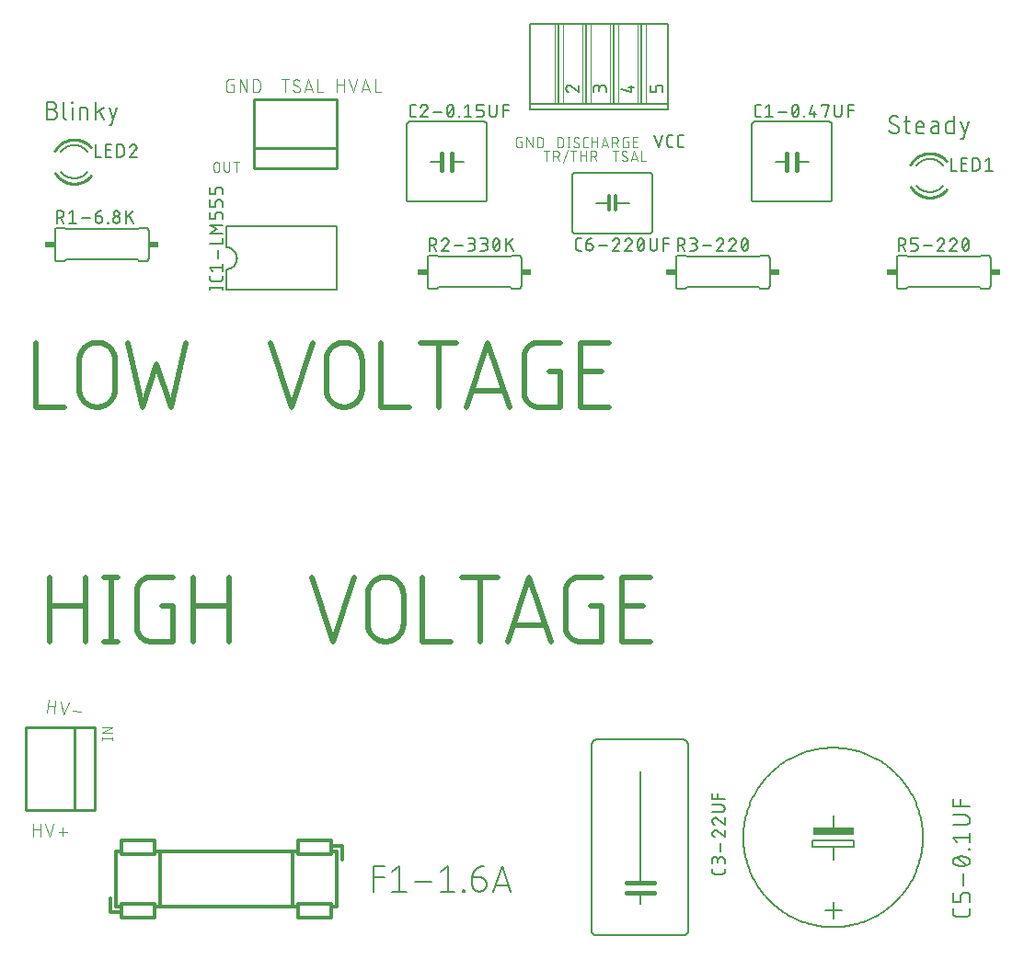
<source format=gbr>
G04 EAGLE Gerber X2 export*
%TF.Part,Single*%
%TF.FileFunction,Legend,Top,1*%
%TF.FilePolarity,Positive*%
%TF.GenerationSoftware,Autodesk,EAGLE,8.6.2*%
%TF.CreationDate,2018-03-24T09:11:56Z*%
G75*
%MOMM*%
%FSLAX34Y34*%
%LPD*%
%AMOC8*
5,1,8,0,0,1.08239X$1,22.5*%
G01*
%ADD10C,0.152400*%
%ADD11C,0.508000*%
%ADD12C,0.101600*%
%ADD13C,0.076200*%
%ADD14C,0.406400*%
%ADD15C,0.127000*%
%ADD16R,3.810000X0.635000*%
%ADD17C,0.177800*%
%ADD18C,0.304800*%
%ADD19C,0.203200*%
%ADD20C,0.254000*%
%ADD21R,0.863600X0.609600*%
%ADD22C,0.050800*%


D10*
X64262Y771793D02*
X68778Y771793D01*
X68778Y771794D02*
X68911Y771792D01*
X69043Y771786D01*
X69175Y771776D01*
X69307Y771763D01*
X69439Y771745D01*
X69569Y771724D01*
X69700Y771699D01*
X69829Y771670D01*
X69957Y771637D01*
X70085Y771601D01*
X70211Y771561D01*
X70336Y771517D01*
X70460Y771469D01*
X70582Y771418D01*
X70703Y771363D01*
X70822Y771305D01*
X70940Y771243D01*
X71055Y771178D01*
X71169Y771109D01*
X71280Y771038D01*
X71389Y770962D01*
X71496Y770884D01*
X71601Y770803D01*
X71703Y770718D01*
X71803Y770631D01*
X71900Y770541D01*
X71995Y770448D01*
X72086Y770352D01*
X72175Y770254D01*
X72261Y770153D01*
X72344Y770049D01*
X72424Y769943D01*
X72500Y769835D01*
X72574Y769725D01*
X72644Y769612D01*
X72711Y769498D01*
X72774Y769381D01*
X72834Y769263D01*
X72891Y769143D01*
X72944Y769021D01*
X72993Y768898D01*
X73039Y768774D01*
X73081Y768648D01*
X73119Y768521D01*
X73154Y768393D01*
X73185Y768264D01*
X73212Y768135D01*
X73235Y768004D01*
X73255Y767873D01*
X73270Y767741D01*
X73282Y767609D01*
X73290Y767477D01*
X73294Y767344D01*
X73294Y767212D01*
X73290Y767079D01*
X73282Y766947D01*
X73270Y766815D01*
X73255Y766683D01*
X73235Y766552D01*
X73212Y766421D01*
X73185Y766292D01*
X73154Y766163D01*
X73119Y766035D01*
X73081Y765908D01*
X73039Y765782D01*
X72993Y765658D01*
X72944Y765535D01*
X72891Y765413D01*
X72834Y765293D01*
X72774Y765175D01*
X72711Y765058D01*
X72644Y764944D01*
X72574Y764831D01*
X72500Y764721D01*
X72424Y764613D01*
X72344Y764507D01*
X72261Y764403D01*
X72175Y764302D01*
X72086Y764204D01*
X71995Y764108D01*
X71900Y764015D01*
X71803Y763925D01*
X71703Y763838D01*
X71601Y763753D01*
X71496Y763672D01*
X71389Y763594D01*
X71280Y763518D01*
X71169Y763447D01*
X71055Y763378D01*
X70940Y763313D01*
X70822Y763251D01*
X70703Y763193D01*
X70582Y763138D01*
X70460Y763087D01*
X70336Y763039D01*
X70211Y762995D01*
X70085Y762955D01*
X69957Y762919D01*
X69829Y762886D01*
X69700Y762857D01*
X69569Y762832D01*
X69439Y762811D01*
X69307Y762793D01*
X69175Y762780D01*
X69043Y762770D01*
X68911Y762764D01*
X68778Y762762D01*
X64262Y762762D01*
X64262Y779018D01*
X68778Y779018D01*
X68897Y779016D01*
X69017Y779010D01*
X69136Y779000D01*
X69254Y778986D01*
X69373Y778969D01*
X69490Y778947D01*
X69607Y778922D01*
X69722Y778892D01*
X69837Y778859D01*
X69951Y778822D01*
X70063Y778782D01*
X70174Y778737D01*
X70283Y778689D01*
X70391Y778638D01*
X70497Y778583D01*
X70601Y778524D01*
X70703Y778462D01*
X70803Y778397D01*
X70901Y778328D01*
X70997Y778256D01*
X71090Y778181D01*
X71180Y778104D01*
X71268Y778023D01*
X71353Y777939D01*
X71435Y777852D01*
X71515Y777763D01*
X71591Y777671D01*
X71665Y777577D01*
X71735Y777480D01*
X71802Y777382D01*
X71866Y777281D01*
X71926Y777177D01*
X71983Y777072D01*
X72036Y776965D01*
X72086Y776857D01*
X72132Y776747D01*
X72174Y776635D01*
X72213Y776522D01*
X72248Y776408D01*
X72279Y776293D01*
X72307Y776176D01*
X72330Y776059D01*
X72350Y775942D01*
X72366Y775823D01*
X72378Y775704D01*
X72386Y775585D01*
X72390Y775466D01*
X72390Y775346D01*
X72386Y775227D01*
X72378Y775108D01*
X72366Y774989D01*
X72350Y774870D01*
X72330Y774753D01*
X72307Y774636D01*
X72279Y774519D01*
X72248Y774404D01*
X72213Y774290D01*
X72174Y774177D01*
X72132Y774065D01*
X72086Y773955D01*
X72036Y773847D01*
X71983Y773740D01*
X71926Y773635D01*
X71866Y773531D01*
X71802Y773430D01*
X71735Y773332D01*
X71665Y773235D01*
X71591Y773141D01*
X71515Y773049D01*
X71435Y772960D01*
X71353Y772873D01*
X71268Y772789D01*
X71180Y772708D01*
X71090Y772631D01*
X70997Y772556D01*
X70901Y772484D01*
X70803Y772415D01*
X70703Y772350D01*
X70601Y772288D01*
X70497Y772229D01*
X70391Y772174D01*
X70283Y772123D01*
X70174Y772075D01*
X70063Y772030D01*
X69951Y771990D01*
X69837Y771953D01*
X69722Y771920D01*
X69607Y771890D01*
X69490Y771865D01*
X69373Y771843D01*
X69254Y771826D01*
X69136Y771812D01*
X69017Y771802D01*
X68897Y771796D01*
X68778Y771794D01*
X79259Y765471D02*
X79259Y779018D01*
X79259Y765471D02*
X79261Y765370D01*
X79267Y765269D01*
X79276Y765168D01*
X79289Y765067D01*
X79306Y764967D01*
X79327Y764868D01*
X79351Y764770D01*
X79379Y764673D01*
X79411Y764576D01*
X79446Y764481D01*
X79485Y764388D01*
X79527Y764296D01*
X79573Y764205D01*
X79622Y764117D01*
X79674Y764030D01*
X79730Y763945D01*
X79788Y763862D01*
X79850Y763782D01*
X79915Y763704D01*
X79982Y763628D01*
X80052Y763555D01*
X80125Y763485D01*
X80201Y763418D01*
X80279Y763353D01*
X80359Y763291D01*
X80442Y763233D01*
X80527Y763177D01*
X80614Y763125D01*
X80702Y763076D01*
X80793Y763030D01*
X80885Y762988D01*
X80978Y762949D01*
X81073Y762914D01*
X81170Y762882D01*
X81267Y762854D01*
X81365Y762830D01*
X81464Y762809D01*
X81564Y762792D01*
X81665Y762779D01*
X81766Y762770D01*
X81867Y762764D01*
X81968Y762762D01*
X87324Y762762D02*
X87324Y773599D01*
X86873Y778115D02*
X86873Y779018D01*
X87776Y779018D01*
X87776Y778115D01*
X86873Y778115D01*
X94132Y773599D02*
X94132Y762762D01*
X94132Y773599D02*
X98648Y773599D01*
X98752Y773597D01*
X98855Y773591D01*
X98959Y773581D01*
X99062Y773567D01*
X99164Y773549D01*
X99265Y773528D01*
X99366Y773502D01*
X99465Y773473D01*
X99564Y773440D01*
X99661Y773403D01*
X99756Y773362D01*
X99850Y773318D01*
X99942Y773270D01*
X100032Y773219D01*
X100121Y773164D01*
X100207Y773106D01*
X100290Y773044D01*
X100372Y772980D01*
X100450Y772912D01*
X100526Y772842D01*
X100600Y772769D01*
X100670Y772692D01*
X100738Y772614D01*
X100802Y772532D01*
X100864Y772449D01*
X100922Y772363D01*
X100977Y772274D01*
X101028Y772184D01*
X101076Y772092D01*
X101120Y771998D01*
X101161Y771903D01*
X101198Y771806D01*
X101231Y771707D01*
X101260Y771608D01*
X101286Y771507D01*
X101307Y771406D01*
X101325Y771304D01*
X101339Y771201D01*
X101349Y771097D01*
X101355Y770994D01*
X101357Y770890D01*
X101357Y762762D01*
X108890Y762762D02*
X108890Y779018D01*
X116115Y773599D02*
X108890Y768181D01*
X112051Y770438D02*
X116115Y762762D01*
X121227Y757343D02*
X123033Y757343D01*
X128451Y773599D01*
X121227Y773599D02*
X124839Y762762D01*
X844381Y750062D02*
X844499Y750064D01*
X844617Y750070D01*
X844735Y750079D01*
X844852Y750093D01*
X844969Y750110D01*
X845086Y750131D01*
X845201Y750156D01*
X845316Y750185D01*
X845430Y750218D01*
X845542Y750254D01*
X845653Y750294D01*
X845763Y750337D01*
X845872Y750384D01*
X845979Y750434D01*
X846084Y750489D01*
X846187Y750546D01*
X846288Y750607D01*
X846388Y750671D01*
X846485Y750738D01*
X846580Y750808D01*
X846672Y750882D01*
X846763Y750958D01*
X846850Y751038D01*
X846935Y751120D01*
X847017Y751205D01*
X847097Y751292D01*
X847173Y751383D01*
X847247Y751475D01*
X847317Y751570D01*
X847384Y751667D01*
X847448Y751767D01*
X847509Y751868D01*
X847566Y751971D01*
X847621Y752076D01*
X847671Y752183D01*
X847718Y752292D01*
X847761Y752402D01*
X847801Y752513D01*
X847837Y752625D01*
X847870Y752739D01*
X847899Y752854D01*
X847924Y752969D01*
X847945Y753086D01*
X847962Y753203D01*
X847976Y753320D01*
X847985Y753438D01*
X847991Y753556D01*
X847993Y753674D01*
X844381Y750062D02*
X844198Y750064D01*
X844016Y750071D01*
X843834Y750082D01*
X843652Y750097D01*
X843470Y750117D01*
X843289Y750140D01*
X843109Y750169D01*
X842929Y750201D01*
X842750Y750238D01*
X842573Y750279D01*
X842396Y750325D01*
X842220Y750374D01*
X842046Y750428D01*
X841872Y750486D01*
X841701Y750548D01*
X841531Y750614D01*
X841362Y750685D01*
X841195Y750759D01*
X841030Y750837D01*
X840867Y750919D01*
X840706Y751005D01*
X840547Y751095D01*
X840390Y751189D01*
X840236Y751286D01*
X840084Y751387D01*
X839934Y751492D01*
X839787Y751600D01*
X839643Y751711D01*
X839501Y751826D01*
X839362Y751945D01*
X839226Y752067D01*
X839093Y752192D01*
X838963Y752320D01*
X839414Y762706D02*
X839416Y762824D01*
X839422Y762942D01*
X839431Y763060D01*
X839445Y763177D01*
X839462Y763294D01*
X839483Y763411D01*
X839508Y763526D01*
X839537Y763641D01*
X839570Y763755D01*
X839606Y763867D01*
X839646Y763978D01*
X839689Y764088D01*
X839736Y764197D01*
X839786Y764304D01*
X839841Y764409D01*
X839898Y764512D01*
X839959Y764613D01*
X840023Y764713D01*
X840090Y764810D01*
X840160Y764905D01*
X840234Y764997D01*
X840310Y765088D01*
X840390Y765175D01*
X840472Y765260D01*
X840557Y765342D01*
X840644Y765422D01*
X840735Y765498D01*
X840827Y765572D01*
X840922Y765642D01*
X841019Y765709D01*
X841119Y765773D01*
X841220Y765834D01*
X841323Y765892D01*
X841428Y765946D01*
X841535Y765996D01*
X841644Y766043D01*
X841754Y766087D01*
X841865Y766126D01*
X841978Y766162D01*
X842091Y766195D01*
X842206Y766224D01*
X842321Y766249D01*
X842438Y766270D01*
X842555Y766287D01*
X842672Y766301D01*
X842790Y766310D01*
X842908Y766316D01*
X843026Y766318D01*
X843187Y766316D01*
X843349Y766310D01*
X843510Y766301D01*
X843671Y766287D01*
X843831Y766270D01*
X843991Y766249D01*
X844151Y766224D01*
X844310Y766195D01*
X844468Y766163D01*
X844625Y766127D01*
X844781Y766087D01*
X844937Y766043D01*
X845091Y765995D01*
X845244Y765944D01*
X845396Y765890D01*
X845547Y765831D01*
X845696Y765770D01*
X845843Y765704D01*
X845989Y765635D01*
X846134Y765563D01*
X846276Y765487D01*
X846417Y765408D01*
X846556Y765326D01*
X846692Y765240D01*
X846827Y765151D01*
X846960Y765059D01*
X847090Y764963D01*
X841219Y759545D02*
X841118Y759607D01*
X841018Y759672D01*
X840921Y759741D01*
X840826Y759813D01*
X840733Y759887D01*
X840643Y759965D01*
X840555Y760046D01*
X840470Y760129D01*
X840388Y760215D01*
X840309Y760304D01*
X840232Y760395D01*
X840159Y760489D01*
X840088Y760585D01*
X840021Y760683D01*
X839957Y760783D01*
X839896Y760886D01*
X839839Y760990D01*
X839785Y761096D01*
X839735Y761204D01*
X839688Y761313D01*
X839644Y761424D01*
X839604Y761536D01*
X839568Y761650D01*
X839536Y761764D01*
X839507Y761880D01*
X839482Y761996D01*
X839461Y762113D01*
X839444Y762231D01*
X839430Y762349D01*
X839421Y762468D01*
X839415Y762587D01*
X839413Y762706D01*
X846187Y756835D02*
X846288Y756773D01*
X846388Y756708D01*
X846485Y756639D01*
X846580Y756567D01*
X846673Y756493D01*
X846763Y756415D01*
X846851Y756334D01*
X846936Y756251D01*
X847018Y756165D01*
X847097Y756076D01*
X847174Y755985D01*
X847247Y755891D01*
X847318Y755795D01*
X847385Y755697D01*
X847449Y755597D01*
X847510Y755494D01*
X847567Y755390D01*
X847621Y755284D01*
X847671Y755176D01*
X847718Y755067D01*
X847762Y754956D01*
X847802Y754844D01*
X847838Y754730D01*
X847870Y754616D01*
X847899Y754500D01*
X847924Y754384D01*
X847945Y754267D01*
X847962Y754149D01*
X847976Y754031D01*
X847985Y753912D01*
X847991Y753793D01*
X847993Y753674D01*
X846187Y756835D02*
X841220Y759545D01*
X852636Y760899D02*
X858055Y760899D01*
X854442Y766318D02*
X854442Y752771D01*
X854444Y752670D01*
X854450Y752569D01*
X854459Y752468D01*
X854472Y752367D01*
X854489Y752267D01*
X854510Y752168D01*
X854534Y752070D01*
X854562Y751973D01*
X854594Y751876D01*
X854629Y751781D01*
X854668Y751688D01*
X854710Y751596D01*
X854756Y751505D01*
X854805Y751417D01*
X854857Y751330D01*
X854913Y751245D01*
X854971Y751162D01*
X855033Y751082D01*
X855098Y751004D01*
X855165Y750928D01*
X855235Y750855D01*
X855308Y750785D01*
X855384Y750718D01*
X855462Y750653D01*
X855542Y750591D01*
X855625Y750533D01*
X855710Y750477D01*
X855797Y750425D01*
X855885Y750376D01*
X855976Y750330D01*
X856068Y750288D01*
X856161Y750249D01*
X856256Y750214D01*
X856353Y750182D01*
X856450Y750154D01*
X856548Y750130D01*
X856647Y750109D01*
X856747Y750092D01*
X856848Y750079D01*
X856949Y750070D01*
X857050Y750064D01*
X857151Y750062D01*
X858055Y750062D01*
X866542Y750062D02*
X871058Y750062D01*
X866542Y750062D02*
X866441Y750064D01*
X866340Y750070D01*
X866239Y750079D01*
X866138Y750092D01*
X866038Y750109D01*
X865939Y750130D01*
X865841Y750154D01*
X865744Y750182D01*
X865647Y750214D01*
X865552Y750249D01*
X865459Y750288D01*
X865367Y750330D01*
X865276Y750376D01*
X865188Y750425D01*
X865101Y750477D01*
X865016Y750533D01*
X864933Y750591D01*
X864853Y750653D01*
X864775Y750718D01*
X864699Y750785D01*
X864626Y750855D01*
X864556Y750928D01*
X864489Y751004D01*
X864424Y751082D01*
X864362Y751162D01*
X864304Y751245D01*
X864248Y751330D01*
X864196Y751417D01*
X864147Y751505D01*
X864101Y751596D01*
X864059Y751688D01*
X864020Y751781D01*
X863985Y751876D01*
X863953Y751973D01*
X863925Y752070D01*
X863901Y752168D01*
X863880Y752267D01*
X863863Y752367D01*
X863850Y752468D01*
X863841Y752569D01*
X863835Y752670D01*
X863833Y752771D01*
X863833Y757287D01*
X863835Y757406D01*
X863841Y757526D01*
X863851Y757645D01*
X863865Y757763D01*
X863882Y757882D01*
X863904Y757999D01*
X863929Y758116D01*
X863959Y758231D01*
X863992Y758346D01*
X864029Y758460D01*
X864069Y758572D01*
X864114Y758683D01*
X864162Y758792D01*
X864213Y758900D01*
X864268Y759006D01*
X864327Y759110D01*
X864389Y759212D01*
X864454Y759312D01*
X864523Y759410D01*
X864595Y759506D01*
X864670Y759599D01*
X864747Y759689D01*
X864828Y759777D01*
X864912Y759862D01*
X864999Y759944D01*
X865088Y760024D01*
X865180Y760100D01*
X865274Y760174D01*
X865371Y760244D01*
X865469Y760311D01*
X865570Y760375D01*
X865674Y760435D01*
X865779Y760492D01*
X865886Y760545D01*
X865994Y760595D01*
X866104Y760641D01*
X866216Y760683D01*
X866329Y760722D01*
X866443Y760757D01*
X866558Y760788D01*
X866675Y760816D01*
X866792Y760839D01*
X866909Y760859D01*
X867028Y760875D01*
X867147Y760887D01*
X867266Y760895D01*
X867385Y760899D01*
X867505Y760899D01*
X867624Y760895D01*
X867743Y760887D01*
X867862Y760875D01*
X867981Y760859D01*
X868098Y760839D01*
X868215Y760816D01*
X868332Y760788D01*
X868447Y760757D01*
X868561Y760722D01*
X868674Y760683D01*
X868786Y760641D01*
X868896Y760595D01*
X869004Y760545D01*
X869111Y760492D01*
X869216Y760435D01*
X869320Y760375D01*
X869421Y760311D01*
X869519Y760244D01*
X869616Y760174D01*
X869710Y760100D01*
X869802Y760024D01*
X869891Y759944D01*
X869978Y759862D01*
X870062Y759777D01*
X870143Y759689D01*
X870220Y759599D01*
X870295Y759506D01*
X870367Y759410D01*
X870436Y759312D01*
X870501Y759212D01*
X870563Y759110D01*
X870622Y759006D01*
X870677Y758900D01*
X870728Y758792D01*
X870776Y758683D01*
X870821Y758572D01*
X870861Y758460D01*
X870898Y758346D01*
X870931Y758231D01*
X870961Y758116D01*
X870986Y757999D01*
X871008Y757882D01*
X871025Y757763D01*
X871039Y757645D01*
X871049Y757526D01*
X871055Y757406D01*
X871057Y757287D01*
X871058Y757287D02*
X871058Y755481D01*
X863833Y755481D01*
X880468Y756384D02*
X884532Y756384D01*
X880468Y756384D02*
X880356Y756382D01*
X880245Y756376D01*
X880134Y756366D01*
X880023Y756353D01*
X879913Y756335D01*
X879804Y756313D01*
X879695Y756288D01*
X879587Y756259D01*
X879481Y756226D01*
X879375Y756189D01*
X879271Y756149D01*
X879169Y756105D01*
X879068Y756057D01*
X878969Y756006D01*
X878871Y755951D01*
X878776Y755893D01*
X878683Y755832D01*
X878592Y755767D01*
X878503Y755699D01*
X878417Y755628D01*
X878334Y755555D01*
X878253Y755478D01*
X878174Y755398D01*
X878099Y755316D01*
X878027Y755231D01*
X877957Y755144D01*
X877891Y755054D01*
X877828Y754962D01*
X877768Y754867D01*
X877712Y754771D01*
X877659Y754673D01*
X877610Y754573D01*
X877564Y754471D01*
X877522Y754368D01*
X877483Y754263D01*
X877448Y754157D01*
X877417Y754050D01*
X877390Y753942D01*
X877366Y753833D01*
X877347Y753723D01*
X877331Y753613D01*
X877319Y753502D01*
X877311Y753390D01*
X877307Y753279D01*
X877307Y753167D01*
X877311Y753056D01*
X877319Y752944D01*
X877331Y752833D01*
X877347Y752723D01*
X877366Y752613D01*
X877390Y752504D01*
X877417Y752396D01*
X877448Y752289D01*
X877483Y752183D01*
X877522Y752078D01*
X877564Y751975D01*
X877610Y751873D01*
X877659Y751773D01*
X877712Y751675D01*
X877768Y751579D01*
X877828Y751484D01*
X877891Y751392D01*
X877957Y751302D01*
X878027Y751215D01*
X878099Y751130D01*
X878174Y751048D01*
X878253Y750968D01*
X878334Y750891D01*
X878417Y750818D01*
X878503Y750747D01*
X878592Y750679D01*
X878683Y750614D01*
X878776Y750553D01*
X878871Y750495D01*
X878969Y750440D01*
X879068Y750389D01*
X879169Y750341D01*
X879271Y750297D01*
X879375Y750257D01*
X879481Y750220D01*
X879587Y750187D01*
X879695Y750158D01*
X879804Y750133D01*
X879913Y750111D01*
X880023Y750093D01*
X880134Y750080D01*
X880245Y750070D01*
X880356Y750064D01*
X880468Y750062D01*
X884532Y750062D01*
X884532Y758190D01*
X884531Y758190D02*
X884529Y758291D01*
X884523Y758392D01*
X884514Y758493D01*
X884501Y758594D01*
X884484Y758694D01*
X884463Y758793D01*
X884439Y758891D01*
X884411Y758988D01*
X884379Y759085D01*
X884344Y759180D01*
X884305Y759273D01*
X884263Y759365D01*
X884217Y759456D01*
X884168Y759545D01*
X884116Y759631D01*
X884060Y759716D01*
X884002Y759799D01*
X883940Y759879D01*
X883875Y759957D01*
X883808Y760033D01*
X883738Y760106D01*
X883665Y760176D01*
X883589Y760243D01*
X883511Y760308D01*
X883431Y760370D01*
X883348Y760428D01*
X883263Y760484D01*
X883177Y760536D01*
X883088Y760585D01*
X882997Y760631D01*
X882905Y760673D01*
X882812Y760712D01*
X882717Y760747D01*
X882620Y760779D01*
X882523Y760807D01*
X882425Y760831D01*
X882326Y760852D01*
X882226Y760869D01*
X882125Y760882D01*
X882024Y760891D01*
X881923Y760897D01*
X881822Y760899D01*
X878210Y760899D01*
X898600Y766318D02*
X898600Y750062D01*
X894084Y750062D01*
X893983Y750064D01*
X893882Y750070D01*
X893781Y750079D01*
X893680Y750092D01*
X893580Y750109D01*
X893481Y750130D01*
X893383Y750154D01*
X893286Y750182D01*
X893189Y750214D01*
X893094Y750249D01*
X893001Y750288D01*
X892909Y750330D01*
X892818Y750376D01*
X892730Y750425D01*
X892643Y750477D01*
X892558Y750533D01*
X892475Y750591D01*
X892395Y750653D01*
X892317Y750718D01*
X892241Y750785D01*
X892168Y750855D01*
X892098Y750928D01*
X892031Y751004D01*
X891966Y751082D01*
X891904Y751162D01*
X891846Y751245D01*
X891790Y751330D01*
X891738Y751417D01*
X891689Y751505D01*
X891643Y751596D01*
X891601Y751688D01*
X891562Y751781D01*
X891527Y751876D01*
X891495Y751973D01*
X891467Y752070D01*
X891443Y752168D01*
X891422Y752267D01*
X891405Y752367D01*
X891392Y752468D01*
X891383Y752569D01*
X891377Y752670D01*
X891375Y752771D01*
X891375Y758190D01*
X891377Y758291D01*
X891383Y758392D01*
X891392Y758493D01*
X891405Y758594D01*
X891422Y758694D01*
X891443Y758793D01*
X891467Y758891D01*
X891495Y758988D01*
X891527Y759085D01*
X891562Y759180D01*
X891601Y759273D01*
X891643Y759365D01*
X891689Y759456D01*
X891738Y759545D01*
X891790Y759631D01*
X891846Y759716D01*
X891904Y759799D01*
X891966Y759879D01*
X892031Y759957D01*
X892098Y760033D01*
X892168Y760106D01*
X892241Y760176D01*
X892317Y760243D01*
X892395Y760308D01*
X892475Y760370D01*
X892558Y760428D01*
X892643Y760484D01*
X892730Y760536D01*
X892818Y760585D01*
X892909Y760631D01*
X893001Y760673D01*
X893094Y760712D01*
X893189Y760747D01*
X893286Y760779D01*
X893383Y760807D01*
X893481Y760831D01*
X893580Y760852D01*
X893680Y760869D01*
X893781Y760882D01*
X893882Y760891D01*
X893983Y760897D01*
X894084Y760899D01*
X898600Y760899D01*
X904995Y744643D02*
X906801Y744643D01*
X912220Y760899D01*
X904995Y760899D02*
X908608Y750062D01*
D11*
X66040Y341376D02*
X66040Y281940D01*
X66040Y314960D02*
X99060Y314960D01*
X99060Y341376D02*
X99060Y281940D01*
X122873Y281940D02*
X122873Y341376D01*
X116269Y281940D02*
X129477Y281940D01*
X129477Y341376D02*
X116269Y341376D01*
X169799Y314960D02*
X179705Y314960D01*
X179705Y281940D01*
X159893Y281940D01*
X159574Y281944D01*
X159255Y281955D01*
X158936Y281975D01*
X158618Y282002D01*
X158301Y282036D01*
X157985Y282079D01*
X157669Y282129D01*
X157355Y282186D01*
X157043Y282251D01*
X156732Y282324D01*
X156423Y282404D01*
X156116Y282491D01*
X155812Y282586D01*
X155509Y282689D01*
X155209Y282798D01*
X154912Y282915D01*
X154618Y283039D01*
X154327Y283170D01*
X154039Y283308D01*
X153755Y283453D01*
X153474Y283605D01*
X153197Y283763D01*
X152924Y283928D01*
X152655Y284100D01*
X152390Y284278D01*
X152130Y284463D01*
X151874Y284653D01*
X151622Y284850D01*
X151376Y285053D01*
X151134Y285262D01*
X150898Y285476D01*
X150667Y285696D01*
X150441Y285922D01*
X150221Y286153D01*
X150007Y286389D01*
X149798Y286631D01*
X149595Y286877D01*
X149398Y287129D01*
X149208Y287385D01*
X149023Y287645D01*
X148845Y287910D01*
X148673Y288179D01*
X148508Y288452D01*
X148350Y288729D01*
X148198Y289010D01*
X148053Y289294D01*
X147915Y289582D01*
X147784Y289873D01*
X147660Y290167D01*
X147543Y290464D01*
X147434Y290764D01*
X147331Y291067D01*
X147236Y291371D01*
X147149Y291678D01*
X147069Y291987D01*
X146996Y292298D01*
X146931Y292610D01*
X146874Y292924D01*
X146824Y293240D01*
X146781Y293556D01*
X146747Y293873D01*
X146720Y294191D01*
X146700Y294510D01*
X146689Y294829D01*
X146685Y295148D01*
X146685Y328168D01*
X146689Y328487D01*
X146700Y328806D01*
X146720Y329125D01*
X146747Y329443D01*
X146781Y329760D01*
X146824Y330076D01*
X146874Y330392D01*
X146931Y330706D01*
X146996Y331018D01*
X147069Y331329D01*
X147149Y331638D01*
X147236Y331945D01*
X147331Y332249D01*
X147434Y332552D01*
X147543Y332852D01*
X147660Y333149D01*
X147784Y333443D01*
X147915Y333734D01*
X148053Y334022D01*
X148198Y334306D01*
X148350Y334587D01*
X148508Y334864D01*
X148673Y335137D01*
X148845Y335406D01*
X149023Y335671D01*
X149208Y335931D01*
X149398Y336187D01*
X149595Y336439D01*
X149798Y336685D01*
X150007Y336927D01*
X150221Y337163D01*
X150441Y337394D01*
X150667Y337620D01*
X150898Y337840D01*
X151134Y338054D01*
X151376Y338263D01*
X151622Y338466D01*
X151874Y338663D01*
X152130Y338853D01*
X152390Y339038D01*
X152655Y339216D01*
X152924Y339388D01*
X153197Y339553D01*
X153474Y339711D01*
X153755Y339863D01*
X154039Y340008D01*
X154327Y340146D01*
X154618Y340277D01*
X154912Y340401D01*
X155209Y340518D01*
X155509Y340627D01*
X155812Y340730D01*
X156116Y340825D01*
X156423Y340912D01*
X156732Y340992D01*
X157043Y341065D01*
X157355Y341130D01*
X157669Y341187D01*
X157985Y341237D01*
X158301Y341280D01*
X158618Y341314D01*
X158936Y341341D01*
X159255Y341361D01*
X159574Y341372D01*
X159893Y341376D01*
X179705Y341376D01*
X198298Y341376D02*
X198298Y281940D01*
X198298Y314960D02*
X231318Y314960D01*
X231318Y341376D02*
X231318Y281940D01*
X327152Y281940D02*
X307340Y341376D01*
X346964Y341376D02*
X327152Y281940D01*
X359029Y298450D02*
X359029Y324866D01*
X359034Y325268D01*
X359049Y325670D01*
X359073Y326071D01*
X359107Y326472D01*
X359151Y326871D01*
X359205Y327270D01*
X359268Y327667D01*
X359341Y328062D01*
X359424Y328456D01*
X359516Y328847D01*
X359618Y329236D01*
X359729Y329623D01*
X359850Y330006D01*
X359979Y330387D01*
X360118Y330764D01*
X360267Y331138D01*
X360424Y331508D01*
X360590Y331874D01*
X360765Y332236D01*
X360949Y332593D01*
X361141Y332946D01*
X361342Y333294D01*
X361552Y333638D01*
X361770Y333976D01*
X361996Y334308D01*
X362230Y334635D01*
X362471Y334956D01*
X362721Y335272D01*
X362978Y335581D01*
X363243Y335883D01*
X363515Y336180D01*
X363794Y336469D01*
X364080Y336752D01*
X364373Y337027D01*
X364672Y337295D01*
X364978Y337556D01*
X365290Y337810D01*
X365608Y338056D01*
X365933Y338293D01*
X366262Y338523D01*
X366598Y338745D01*
X366938Y338959D01*
X367284Y339164D01*
X367635Y339361D01*
X367990Y339549D01*
X368350Y339729D01*
X368714Y339899D01*
X369082Y340061D01*
X369454Y340214D01*
X369829Y340357D01*
X370208Y340492D01*
X370590Y340617D01*
X370975Y340733D01*
X371363Y340839D01*
X371753Y340936D01*
X372146Y341024D01*
X372540Y341101D01*
X372936Y341170D01*
X373334Y341228D01*
X373733Y341277D01*
X374133Y341316D01*
X374534Y341345D01*
X374936Y341365D01*
X375338Y341375D01*
X375740Y341375D01*
X376142Y341365D01*
X376544Y341345D01*
X376945Y341316D01*
X377345Y341277D01*
X377744Y341228D01*
X378142Y341170D01*
X378538Y341101D01*
X378932Y341024D01*
X379325Y340936D01*
X379715Y340839D01*
X380103Y340733D01*
X380488Y340617D01*
X380870Y340492D01*
X381249Y340357D01*
X381624Y340214D01*
X381996Y340061D01*
X382364Y339899D01*
X382728Y339729D01*
X383088Y339549D01*
X383443Y339361D01*
X383794Y339164D01*
X384140Y338959D01*
X384480Y338745D01*
X384816Y338523D01*
X385145Y338293D01*
X385470Y338056D01*
X385788Y337810D01*
X386100Y337556D01*
X386406Y337295D01*
X386705Y337027D01*
X386998Y336752D01*
X387284Y336469D01*
X387563Y336180D01*
X387835Y335883D01*
X388100Y335581D01*
X388357Y335272D01*
X388607Y334956D01*
X388848Y334635D01*
X389082Y334308D01*
X389308Y333976D01*
X389526Y333638D01*
X389736Y333294D01*
X389937Y332946D01*
X390129Y332593D01*
X390313Y332236D01*
X390488Y331874D01*
X390654Y331508D01*
X390811Y331138D01*
X390960Y330764D01*
X391099Y330387D01*
X391228Y330006D01*
X391349Y329623D01*
X391460Y329236D01*
X391562Y328847D01*
X391654Y328456D01*
X391737Y328062D01*
X391810Y327667D01*
X391873Y327270D01*
X391927Y326871D01*
X391971Y326472D01*
X392005Y326071D01*
X392029Y325670D01*
X392044Y325268D01*
X392049Y324866D01*
X392049Y298450D01*
X392044Y298048D01*
X392029Y297646D01*
X392005Y297245D01*
X391971Y296844D01*
X391927Y296445D01*
X391873Y296046D01*
X391810Y295649D01*
X391737Y295254D01*
X391654Y294860D01*
X391562Y294469D01*
X391460Y294080D01*
X391349Y293693D01*
X391228Y293310D01*
X391099Y292929D01*
X390960Y292552D01*
X390811Y292178D01*
X390654Y291808D01*
X390488Y291442D01*
X390313Y291080D01*
X390129Y290723D01*
X389937Y290370D01*
X389736Y290022D01*
X389526Y289678D01*
X389308Y289340D01*
X389082Y289008D01*
X388848Y288681D01*
X388607Y288360D01*
X388357Y288044D01*
X388100Y287735D01*
X387835Y287433D01*
X387563Y287136D01*
X387284Y286847D01*
X386998Y286564D01*
X386705Y286289D01*
X386406Y286021D01*
X386100Y285760D01*
X385788Y285506D01*
X385470Y285260D01*
X385145Y285023D01*
X384816Y284793D01*
X384480Y284571D01*
X384140Y284357D01*
X383794Y284152D01*
X383443Y283955D01*
X383088Y283767D01*
X382728Y283587D01*
X382364Y283417D01*
X381996Y283255D01*
X381624Y283102D01*
X381249Y282959D01*
X380870Y282824D01*
X380488Y282699D01*
X380103Y282583D01*
X379715Y282477D01*
X379325Y282380D01*
X378932Y282292D01*
X378538Y282215D01*
X378142Y282146D01*
X377744Y282088D01*
X377345Y282039D01*
X376945Y282000D01*
X376544Y281971D01*
X376142Y281951D01*
X375740Y281941D01*
X375338Y281941D01*
X374936Y281951D01*
X374534Y281971D01*
X374133Y282000D01*
X373733Y282039D01*
X373334Y282088D01*
X372936Y282146D01*
X372540Y282215D01*
X372146Y282292D01*
X371753Y282380D01*
X371363Y282477D01*
X370975Y282583D01*
X370590Y282699D01*
X370208Y282824D01*
X369829Y282959D01*
X369454Y283102D01*
X369082Y283255D01*
X368714Y283417D01*
X368350Y283587D01*
X367990Y283767D01*
X367635Y283955D01*
X367284Y284152D01*
X366938Y284357D01*
X366598Y284571D01*
X366262Y284793D01*
X365933Y285023D01*
X365608Y285260D01*
X365290Y285506D01*
X364978Y285760D01*
X364672Y286021D01*
X364373Y286289D01*
X364080Y286564D01*
X363794Y286847D01*
X363515Y287136D01*
X363243Y287433D01*
X362978Y287735D01*
X362721Y288044D01*
X362471Y288360D01*
X362230Y288681D01*
X361996Y289008D01*
X361770Y289340D01*
X361552Y289678D01*
X361342Y290022D01*
X361141Y290370D01*
X360949Y290723D01*
X360765Y291080D01*
X360590Y291442D01*
X360424Y291808D01*
X360267Y292178D01*
X360118Y292552D01*
X359979Y292929D01*
X359850Y293310D01*
X359729Y293693D01*
X359618Y294080D01*
X359516Y294469D01*
X359424Y294860D01*
X359341Y295254D01*
X359268Y295649D01*
X359205Y296046D01*
X359151Y296445D01*
X359107Y296844D01*
X359073Y297245D01*
X359049Y297646D01*
X359034Y298048D01*
X359029Y298450D01*
X409004Y281940D02*
X409004Y341376D01*
X409004Y281940D02*
X435420Y281940D01*
X462636Y281940D02*
X462636Y341376D01*
X446126Y341376D02*
X479146Y341376D01*
X507797Y341376D02*
X487985Y281940D01*
X527609Y281940D02*
X507797Y341376D01*
X522656Y296799D02*
X492938Y296799D01*
X564401Y314960D02*
X574307Y314960D01*
X574307Y281940D01*
X554495Y281940D01*
X554176Y281944D01*
X553857Y281955D01*
X553538Y281975D01*
X553220Y282002D01*
X552903Y282036D01*
X552587Y282079D01*
X552271Y282129D01*
X551957Y282186D01*
X551645Y282251D01*
X551334Y282324D01*
X551025Y282404D01*
X550718Y282491D01*
X550414Y282586D01*
X550111Y282689D01*
X549811Y282798D01*
X549514Y282915D01*
X549220Y283039D01*
X548929Y283170D01*
X548641Y283308D01*
X548357Y283453D01*
X548076Y283605D01*
X547799Y283763D01*
X547526Y283928D01*
X547257Y284100D01*
X546992Y284278D01*
X546732Y284463D01*
X546476Y284653D01*
X546224Y284850D01*
X545978Y285053D01*
X545736Y285262D01*
X545500Y285476D01*
X545269Y285696D01*
X545043Y285922D01*
X544823Y286153D01*
X544609Y286389D01*
X544400Y286631D01*
X544197Y286877D01*
X544000Y287129D01*
X543810Y287385D01*
X543625Y287645D01*
X543447Y287910D01*
X543275Y288179D01*
X543110Y288452D01*
X542952Y288729D01*
X542800Y289010D01*
X542655Y289294D01*
X542517Y289582D01*
X542386Y289873D01*
X542262Y290167D01*
X542145Y290464D01*
X542036Y290764D01*
X541933Y291067D01*
X541838Y291371D01*
X541751Y291678D01*
X541671Y291987D01*
X541598Y292298D01*
X541533Y292610D01*
X541476Y292924D01*
X541426Y293240D01*
X541383Y293556D01*
X541349Y293873D01*
X541322Y294191D01*
X541302Y294510D01*
X541291Y294829D01*
X541287Y295148D01*
X541287Y328168D01*
X541291Y328487D01*
X541302Y328806D01*
X541322Y329125D01*
X541349Y329443D01*
X541383Y329760D01*
X541426Y330076D01*
X541476Y330392D01*
X541533Y330706D01*
X541598Y331018D01*
X541671Y331329D01*
X541751Y331638D01*
X541838Y331945D01*
X541933Y332249D01*
X542036Y332552D01*
X542145Y332852D01*
X542262Y333149D01*
X542386Y333443D01*
X542517Y333734D01*
X542655Y334022D01*
X542800Y334306D01*
X542952Y334587D01*
X543110Y334864D01*
X543275Y335137D01*
X543447Y335406D01*
X543625Y335671D01*
X543810Y335931D01*
X544000Y336187D01*
X544197Y336439D01*
X544400Y336685D01*
X544609Y336927D01*
X544823Y337163D01*
X545043Y337394D01*
X545269Y337620D01*
X545500Y337840D01*
X545736Y338054D01*
X545978Y338263D01*
X546224Y338466D01*
X546476Y338663D01*
X546732Y338853D01*
X546992Y339038D01*
X547257Y339216D01*
X547526Y339388D01*
X547799Y339553D01*
X548076Y339711D01*
X548357Y339863D01*
X548641Y340008D01*
X548929Y340146D01*
X549220Y340277D01*
X549514Y340401D01*
X549811Y340518D01*
X550111Y340627D01*
X550414Y340730D01*
X550718Y340825D01*
X551025Y340912D01*
X551334Y340992D01*
X551645Y341065D01*
X551957Y341130D01*
X552271Y341187D01*
X552587Y341237D01*
X552903Y341280D01*
X553220Y341314D01*
X553538Y341341D01*
X553857Y341361D01*
X554176Y341372D01*
X554495Y341376D01*
X574307Y341376D01*
X592874Y281940D02*
X619290Y281940D01*
X592874Y281940D02*
X592874Y341376D01*
X619290Y341376D01*
X612686Y314960D02*
X592874Y314960D01*
X53340Y497840D02*
X53340Y557276D01*
X53340Y497840D02*
X79756Y497840D01*
X93688Y514350D02*
X93688Y540766D01*
X93693Y541168D01*
X93708Y541570D01*
X93732Y541971D01*
X93766Y542372D01*
X93810Y542771D01*
X93864Y543170D01*
X93927Y543567D01*
X94000Y543962D01*
X94083Y544356D01*
X94175Y544747D01*
X94277Y545136D01*
X94388Y545523D01*
X94509Y545906D01*
X94638Y546287D01*
X94777Y546664D01*
X94926Y547038D01*
X95083Y547408D01*
X95249Y547774D01*
X95424Y548136D01*
X95608Y548493D01*
X95800Y548846D01*
X96001Y549194D01*
X96211Y549538D01*
X96429Y549876D01*
X96655Y550208D01*
X96889Y550535D01*
X97130Y550856D01*
X97380Y551172D01*
X97637Y551481D01*
X97902Y551783D01*
X98174Y552080D01*
X98453Y552369D01*
X98739Y552652D01*
X99032Y552927D01*
X99331Y553195D01*
X99637Y553456D01*
X99949Y553710D01*
X100267Y553956D01*
X100592Y554193D01*
X100921Y554423D01*
X101257Y554645D01*
X101597Y554859D01*
X101943Y555064D01*
X102294Y555261D01*
X102649Y555449D01*
X103009Y555629D01*
X103373Y555799D01*
X103741Y555961D01*
X104113Y556114D01*
X104488Y556257D01*
X104867Y556392D01*
X105249Y556517D01*
X105634Y556633D01*
X106022Y556739D01*
X106412Y556836D01*
X106805Y556924D01*
X107199Y557001D01*
X107595Y557070D01*
X107993Y557128D01*
X108392Y557177D01*
X108792Y557216D01*
X109193Y557245D01*
X109595Y557265D01*
X109997Y557275D01*
X110399Y557275D01*
X110801Y557265D01*
X111203Y557245D01*
X111604Y557216D01*
X112004Y557177D01*
X112403Y557128D01*
X112801Y557070D01*
X113197Y557001D01*
X113591Y556924D01*
X113984Y556836D01*
X114374Y556739D01*
X114762Y556633D01*
X115147Y556517D01*
X115529Y556392D01*
X115908Y556257D01*
X116283Y556114D01*
X116655Y555961D01*
X117023Y555799D01*
X117387Y555629D01*
X117747Y555449D01*
X118102Y555261D01*
X118453Y555064D01*
X118799Y554859D01*
X119139Y554645D01*
X119475Y554423D01*
X119804Y554193D01*
X120129Y553956D01*
X120447Y553710D01*
X120759Y553456D01*
X121065Y553195D01*
X121364Y552927D01*
X121657Y552652D01*
X121943Y552369D01*
X122222Y552080D01*
X122494Y551783D01*
X122759Y551481D01*
X123016Y551172D01*
X123266Y550856D01*
X123507Y550535D01*
X123741Y550208D01*
X123967Y549876D01*
X124185Y549538D01*
X124395Y549194D01*
X124596Y548846D01*
X124788Y548493D01*
X124972Y548136D01*
X125147Y547774D01*
X125313Y547408D01*
X125470Y547038D01*
X125619Y546664D01*
X125758Y546287D01*
X125887Y545906D01*
X126008Y545523D01*
X126119Y545136D01*
X126221Y544747D01*
X126313Y544356D01*
X126396Y543962D01*
X126469Y543567D01*
X126532Y543170D01*
X126586Y542771D01*
X126630Y542372D01*
X126664Y541971D01*
X126688Y541570D01*
X126703Y541168D01*
X126708Y540766D01*
X126708Y514350D01*
X126703Y513948D01*
X126688Y513546D01*
X126664Y513145D01*
X126630Y512744D01*
X126586Y512345D01*
X126532Y511946D01*
X126469Y511549D01*
X126396Y511154D01*
X126313Y510760D01*
X126221Y510369D01*
X126119Y509980D01*
X126008Y509593D01*
X125887Y509210D01*
X125758Y508829D01*
X125619Y508452D01*
X125470Y508078D01*
X125313Y507708D01*
X125147Y507342D01*
X124972Y506980D01*
X124788Y506623D01*
X124596Y506270D01*
X124395Y505922D01*
X124185Y505578D01*
X123967Y505240D01*
X123741Y504908D01*
X123507Y504581D01*
X123266Y504260D01*
X123016Y503944D01*
X122759Y503635D01*
X122494Y503333D01*
X122222Y503036D01*
X121943Y502747D01*
X121657Y502464D01*
X121364Y502189D01*
X121065Y501921D01*
X120759Y501660D01*
X120447Y501406D01*
X120129Y501160D01*
X119804Y500923D01*
X119475Y500693D01*
X119139Y500471D01*
X118799Y500257D01*
X118453Y500052D01*
X118102Y499855D01*
X117747Y499667D01*
X117387Y499487D01*
X117023Y499317D01*
X116655Y499155D01*
X116283Y499002D01*
X115908Y498859D01*
X115529Y498724D01*
X115147Y498599D01*
X114762Y498483D01*
X114374Y498377D01*
X113984Y498280D01*
X113591Y498192D01*
X113197Y498115D01*
X112801Y498046D01*
X112403Y497988D01*
X112004Y497939D01*
X111604Y497900D01*
X111203Y497871D01*
X110801Y497851D01*
X110399Y497841D01*
X109997Y497841D01*
X109595Y497851D01*
X109193Y497871D01*
X108792Y497900D01*
X108392Y497939D01*
X107993Y497988D01*
X107595Y498046D01*
X107199Y498115D01*
X106805Y498192D01*
X106412Y498280D01*
X106022Y498377D01*
X105634Y498483D01*
X105249Y498599D01*
X104867Y498724D01*
X104488Y498859D01*
X104113Y499002D01*
X103741Y499155D01*
X103373Y499317D01*
X103009Y499487D01*
X102649Y499667D01*
X102294Y499855D01*
X101943Y500052D01*
X101597Y500257D01*
X101257Y500471D01*
X100921Y500693D01*
X100592Y500923D01*
X100267Y501160D01*
X99949Y501406D01*
X99637Y501660D01*
X99331Y501921D01*
X99032Y502189D01*
X98739Y502464D01*
X98453Y502747D01*
X98174Y503036D01*
X97902Y503333D01*
X97637Y503635D01*
X97380Y503944D01*
X97130Y504260D01*
X96889Y504581D01*
X96655Y504908D01*
X96429Y505240D01*
X96211Y505578D01*
X96001Y505922D01*
X95800Y506270D01*
X95608Y506623D01*
X95424Y506980D01*
X95249Y507342D01*
X95083Y507708D01*
X94926Y508078D01*
X94777Y508452D01*
X94638Y508829D01*
X94509Y509210D01*
X94388Y509593D01*
X94277Y509980D01*
X94175Y510369D01*
X94083Y510760D01*
X94000Y511154D01*
X93927Y511549D01*
X93864Y511946D01*
X93810Y512345D01*
X93766Y512744D01*
X93732Y513145D01*
X93708Y513546D01*
X93693Y513948D01*
X93688Y514350D01*
X151828Y497840D02*
X138620Y557276D01*
X165036Y537464D02*
X151828Y497840D01*
X178244Y497840D02*
X165036Y537464D01*
X191452Y557276D02*
X178244Y497840D01*
X269240Y557276D02*
X289052Y497840D01*
X308864Y557276D01*
X320929Y540766D02*
X320929Y514350D01*
X320929Y540766D02*
X320934Y541168D01*
X320949Y541570D01*
X320973Y541971D01*
X321007Y542372D01*
X321051Y542771D01*
X321105Y543170D01*
X321168Y543567D01*
X321241Y543962D01*
X321324Y544356D01*
X321416Y544747D01*
X321518Y545136D01*
X321629Y545523D01*
X321750Y545906D01*
X321879Y546287D01*
X322018Y546664D01*
X322167Y547038D01*
X322324Y547408D01*
X322490Y547774D01*
X322665Y548136D01*
X322849Y548493D01*
X323041Y548846D01*
X323242Y549194D01*
X323452Y549538D01*
X323670Y549876D01*
X323896Y550208D01*
X324130Y550535D01*
X324371Y550856D01*
X324621Y551172D01*
X324878Y551481D01*
X325143Y551783D01*
X325415Y552080D01*
X325694Y552369D01*
X325980Y552652D01*
X326273Y552927D01*
X326572Y553195D01*
X326878Y553456D01*
X327190Y553710D01*
X327508Y553956D01*
X327833Y554193D01*
X328162Y554423D01*
X328498Y554645D01*
X328838Y554859D01*
X329184Y555064D01*
X329535Y555261D01*
X329890Y555449D01*
X330250Y555629D01*
X330614Y555799D01*
X330982Y555961D01*
X331354Y556114D01*
X331729Y556257D01*
X332108Y556392D01*
X332490Y556517D01*
X332875Y556633D01*
X333263Y556739D01*
X333653Y556836D01*
X334046Y556924D01*
X334440Y557001D01*
X334836Y557070D01*
X335234Y557128D01*
X335633Y557177D01*
X336033Y557216D01*
X336434Y557245D01*
X336836Y557265D01*
X337238Y557275D01*
X337640Y557275D01*
X338042Y557265D01*
X338444Y557245D01*
X338845Y557216D01*
X339245Y557177D01*
X339644Y557128D01*
X340042Y557070D01*
X340438Y557001D01*
X340832Y556924D01*
X341225Y556836D01*
X341615Y556739D01*
X342003Y556633D01*
X342388Y556517D01*
X342770Y556392D01*
X343149Y556257D01*
X343524Y556114D01*
X343896Y555961D01*
X344264Y555799D01*
X344628Y555629D01*
X344988Y555449D01*
X345343Y555261D01*
X345694Y555064D01*
X346040Y554859D01*
X346380Y554645D01*
X346716Y554423D01*
X347045Y554193D01*
X347370Y553956D01*
X347688Y553710D01*
X348000Y553456D01*
X348306Y553195D01*
X348605Y552927D01*
X348898Y552652D01*
X349184Y552369D01*
X349463Y552080D01*
X349735Y551783D01*
X350000Y551481D01*
X350257Y551172D01*
X350507Y550856D01*
X350748Y550535D01*
X350982Y550208D01*
X351208Y549876D01*
X351426Y549538D01*
X351636Y549194D01*
X351837Y548846D01*
X352029Y548493D01*
X352213Y548136D01*
X352388Y547774D01*
X352554Y547408D01*
X352711Y547038D01*
X352860Y546664D01*
X352999Y546287D01*
X353128Y545906D01*
X353249Y545523D01*
X353360Y545136D01*
X353462Y544747D01*
X353554Y544356D01*
X353637Y543962D01*
X353710Y543567D01*
X353773Y543170D01*
X353827Y542771D01*
X353871Y542372D01*
X353905Y541971D01*
X353929Y541570D01*
X353944Y541168D01*
X353949Y540766D01*
X353949Y514350D01*
X353944Y513948D01*
X353929Y513546D01*
X353905Y513145D01*
X353871Y512744D01*
X353827Y512345D01*
X353773Y511946D01*
X353710Y511549D01*
X353637Y511154D01*
X353554Y510760D01*
X353462Y510369D01*
X353360Y509980D01*
X353249Y509593D01*
X353128Y509210D01*
X352999Y508829D01*
X352860Y508452D01*
X352711Y508078D01*
X352554Y507708D01*
X352388Y507342D01*
X352213Y506980D01*
X352029Y506623D01*
X351837Y506270D01*
X351636Y505922D01*
X351426Y505578D01*
X351208Y505240D01*
X350982Y504908D01*
X350748Y504581D01*
X350507Y504260D01*
X350257Y503944D01*
X350000Y503635D01*
X349735Y503333D01*
X349463Y503036D01*
X349184Y502747D01*
X348898Y502464D01*
X348605Y502189D01*
X348306Y501921D01*
X348000Y501660D01*
X347688Y501406D01*
X347370Y501160D01*
X347045Y500923D01*
X346716Y500693D01*
X346380Y500471D01*
X346040Y500257D01*
X345694Y500052D01*
X345343Y499855D01*
X344988Y499667D01*
X344628Y499487D01*
X344264Y499317D01*
X343896Y499155D01*
X343524Y499002D01*
X343149Y498859D01*
X342770Y498724D01*
X342388Y498599D01*
X342003Y498483D01*
X341615Y498377D01*
X341225Y498280D01*
X340832Y498192D01*
X340438Y498115D01*
X340042Y498046D01*
X339644Y497988D01*
X339245Y497939D01*
X338845Y497900D01*
X338444Y497871D01*
X338042Y497851D01*
X337640Y497841D01*
X337238Y497841D01*
X336836Y497851D01*
X336434Y497871D01*
X336033Y497900D01*
X335633Y497939D01*
X335234Y497988D01*
X334836Y498046D01*
X334440Y498115D01*
X334046Y498192D01*
X333653Y498280D01*
X333263Y498377D01*
X332875Y498483D01*
X332490Y498599D01*
X332108Y498724D01*
X331729Y498859D01*
X331354Y499002D01*
X330982Y499155D01*
X330614Y499317D01*
X330250Y499487D01*
X329890Y499667D01*
X329535Y499855D01*
X329184Y500052D01*
X328838Y500257D01*
X328498Y500471D01*
X328162Y500693D01*
X327833Y500923D01*
X327508Y501160D01*
X327190Y501406D01*
X326878Y501660D01*
X326572Y501921D01*
X326273Y502189D01*
X325980Y502464D01*
X325694Y502747D01*
X325415Y503036D01*
X325143Y503333D01*
X324878Y503635D01*
X324621Y503944D01*
X324371Y504260D01*
X324130Y504581D01*
X323896Y504908D01*
X323670Y505240D01*
X323452Y505578D01*
X323242Y505922D01*
X323041Y506270D01*
X322849Y506623D01*
X322665Y506980D01*
X322490Y507342D01*
X322324Y507708D01*
X322167Y508078D01*
X322018Y508452D01*
X321879Y508829D01*
X321750Y509210D01*
X321629Y509593D01*
X321518Y509980D01*
X321416Y510369D01*
X321324Y510760D01*
X321241Y511154D01*
X321168Y511549D01*
X321105Y511946D01*
X321051Y512345D01*
X321007Y512744D01*
X320973Y513145D01*
X320949Y513546D01*
X320934Y513948D01*
X320929Y514350D01*
X370904Y497840D02*
X370904Y557276D01*
X370904Y497840D02*
X397320Y497840D01*
X424536Y497840D02*
X424536Y557276D01*
X408026Y557276D02*
X441046Y557276D01*
X469697Y557276D02*
X449885Y497840D01*
X489509Y497840D02*
X469697Y557276D01*
X484556Y512699D02*
X454838Y512699D01*
X526301Y530860D02*
X536207Y530860D01*
X536207Y497840D01*
X516395Y497840D01*
X516076Y497844D01*
X515757Y497855D01*
X515438Y497875D01*
X515120Y497902D01*
X514803Y497936D01*
X514487Y497979D01*
X514171Y498029D01*
X513857Y498086D01*
X513545Y498151D01*
X513234Y498224D01*
X512925Y498304D01*
X512618Y498391D01*
X512314Y498486D01*
X512011Y498589D01*
X511711Y498698D01*
X511414Y498815D01*
X511120Y498939D01*
X510829Y499070D01*
X510541Y499208D01*
X510257Y499353D01*
X509976Y499505D01*
X509699Y499663D01*
X509426Y499828D01*
X509157Y500000D01*
X508892Y500178D01*
X508632Y500363D01*
X508376Y500553D01*
X508124Y500750D01*
X507878Y500953D01*
X507636Y501162D01*
X507400Y501376D01*
X507169Y501596D01*
X506943Y501822D01*
X506723Y502053D01*
X506509Y502289D01*
X506300Y502531D01*
X506097Y502777D01*
X505900Y503029D01*
X505710Y503285D01*
X505525Y503545D01*
X505347Y503810D01*
X505175Y504079D01*
X505010Y504352D01*
X504852Y504629D01*
X504700Y504910D01*
X504555Y505194D01*
X504417Y505482D01*
X504286Y505773D01*
X504162Y506067D01*
X504045Y506364D01*
X503936Y506664D01*
X503833Y506967D01*
X503738Y507271D01*
X503651Y507578D01*
X503571Y507887D01*
X503498Y508198D01*
X503433Y508510D01*
X503376Y508824D01*
X503326Y509140D01*
X503283Y509456D01*
X503249Y509773D01*
X503222Y510091D01*
X503202Y510410D01*
X503191Y510729D01*
X503187Y511048D01*
X503187Y544068D01*
X503191Y544387D01*
X503202Y544706D01*
X503222Y545025D01*
X503249Y545343D01*
X503283Y545660D01*
X503326Y545976D01*
X503376Y546292D01*
X503433Y546606D01*
X503498Y546918D01*
X503571Y547229D01*
X503651Y547538D01*
X503738Y547845D01*
X503833Y548149D01*
X503936Y548452D01*
X504045Y548752D01*
X504162Y549049D01*
X504286Y549343D01*
X504417Y549634D01*
X504555Y549922D01*
X504700Y550206D01*
X504852Y550487D01*
X505010Y550764D01*
X505175Y551037D01*
X505347Y551306D01*
X505525Y551571D01*
X505710Y551831D01*
X505900Y552087D01*
X506097Y552339D01*
X506300Y552585D01*
X506509Y552827D01*
X506723Y553063D01*
X506943Y553294D01*
X507169Y553520D01*
X507400Y553740D01*
X507636Y553954D01*
X507878Y554163D01*
X508124Y554366D01*
X508376Y554563D01*
X508632Y554753D01*
X508892Y554938D01*
X509157Y555116D01*
X509426Y555288D01*
X509699Y555453D01*
X509976Y555611D01*
X510257Y555763D01*
X510541Y555908D01*
X510829Y556046D01*
X511120Y556177D01*
X511414Y556301D01*
X511711Y556418D01*
X512011Y556527D01*
X512314Y556630D01*
X512618Y556725D01*
X512925Y556812D01*
X513234Y556892D01*
X513545Y556965D01*
X513857Y557030D01*
X514171Y557087D01*
X514487Y557137D01*
X514803Y557180D01*
X515120Y557214D01*
X515438Y557241D01*
X515757Y557261D01*
X516076Y557272D01*
X516395Y557276D01*
X536207Y557276D01*
X554774Y497840D02*
X581190Y497840D01*
X554774Y497840D02*
X554774Y557276D01*
X581190Y557276D01*
X574586Y530860D02*
X554774Y530860D01*
D12*
X330708Y787908D02*
X330708Y799592D01*
X330708Y794399D02*
X337199Y794399D01*
X337199Y799592D02*
X337199Y787908D01*
X345765Y787908D02*
X341870Y799592D01*
X349659Y799592D02*
X345765Y787908D01*
X353300Y787908D02*
X357195Y799592D01*
X361089Y787908D01*
X360116Y790829D02*
X354274Y790829D01*
X365783Y787908D02*
X365783Y799592D01*
X365783Y787908D02*
X370975Y787908D01*
X283154Y787908D02*
X283154Y799592D01*
X286399Y799592D02*
X279908Y799592D01*
X294090Y787908D02*
X294189Y787910D01*
X294289Y787916D01*
X294388Y787925D01*
X294486Y787938D01*
X294584Y787955D01*
X294682Y787976D01*
X294778Y788001D01*
X294873Y788029D01*
X294967Y788061D01*
X295060Y788096D01*
X295152Y788135D01*
X295242Y788178D01*
X295330Y788223D01*
X295417Y788273D01*
X295501Y788325D01*
X295584Y788381D01*
X295664Y788439D01*
X295742Y788501D01*
X295817Y788566D01*
X295890Y788634D01*
X295960Y788704D01*
X296028Y788777D01*
X296093Y788852D01*
X296155Y788930D01*
X296213Y789010D01*
X296269Y789093D01*
X296321Y789177D01*
X296371Y789264D01*
X296416Y789352D01*
X296459Y789442D01*
X296498Y789534D01*
X296533Y789627D01*
X296565Y789721D01*
X296593Y789816D01*
X296618Y789912D01*
X296639Y790010D01*
X296656Y790108D01*
X296669Y790206D01*
X296678Y790305D01*
X296684Y790405D01*
X296686Y790504D01*
X294090Y787908D02*
X293946Y787910D01*
X293801Y787916D01*
X293657Y787925D01*
X293514Y787938D01*
X293370Y787955D01*
X293227Y787976D01*
X293085Y788001D01*
X292944Y788029D01*
X292803Y788061D01*
X292663Y788097D01*
X292524Y788136D01*
X292386Y788179D01*
X292250Y788226D01*
X292114Y788276D01*
X291980Y788330D01*
X291848Y788387D01*
X291717Y788448D01*
X291588Y788512D01*
X291460Y788580D01*
X291334Y788650D01*
X291210Y788725D01*
X291089Y788802D01*
X290969Y788883D01*
X290851Y788966D01*
X290736Y789053D01*
X290623Y789143D01*
X290512Y789236D01*
X290404Y789331D01*
X290298Y789430D01*
X290195Y789531D01*
X290520Y796996D02*
X290522Y797095D01*
X290528Y797195D01*
X290537Y797294D01*
X290550Y797392D01*
X290567Y797490D01*
X290588Y797588D01*
X290613Y797684D01*
X290641Y797779D01*
X290673Y797873D01*
X290708Y797966D01*
X290747Y798058D01*
X290790Y798148D01*
X290835Y798236D01*
X290885Y798323D01*
X290937Y798407D01*
X290993Y798490D01*
X291051Y798570D01*
X291113Y798648D01*
X291178Y798723D01*
X291246Y798796D01*
X291316Y798866D01*
X291389Y798934D01*
X291464Y798999D01*
X291542Y799061D01*
X291622Y799119D01*
X291705Y799175D01*
X291789Y799227D01*
X291876Y799277D01*
X291964Y799322D01*
X292054Y799365D01*
X292146Y799404D01*
X292239Y799439D01*
X292333Y799471D01*
X292428Y799499D01*
X292525Y799524D01*
X292622Y799545D01*
X292720Y799562D01*
X292818Y799575D01*
X292917Y799584D01*
X293017Y799590D01*
X293116Y799592D01*
X293252Y799590D01*
X293388Y799584D01*
X293524Y799575D01*
X293660Y799562D01*
X293795Y799544D01*
X293929Y799524D01*
X294063Y799499D01*
X294197Y799471D01*
X294329Y799438D01*
X294460Y799403D01*
X294591Y799363D01*
X294720Y799320D01*
X294848Y799274D01*
X294974Y799223D01*
X295100Y799170D01*
X295223Y799112D01*
X295345Y799052D01*
X295465Y798988D01*
X295584Y798920D01*
X295700Y798850D01*
X295814Y798776D01*
X295927Y798699D01*
X296037Y798618D01*
X291817Y794724D02*
X291731Y794777D01*
X291647Y794834D01*
X291565Y794893D01*
X291485Y794956D01*
X291408Y795022D01*
X291333Y795090D01*
X291261Y795162D01*
X291192Y795236D01*
X291126Y795313D01*
X291063Y795392D01*
X291003Y795474D01*
X290946Y795558D01*
X290892Y795644D01*
X290842Y795732D01*
X290795Y795822D01*
X290751Y795913D01*
X290712Y796007D01*
X290675Y796101D01*
X290643Y796197D01*
X290614Y796295D01*
X290589Y796393D01*
X290568Y796492D01*
X290550Y796592D01*
X290537Y796692D01*
X290527Y796793D01*
X290521Y796895D01*
X290519Y796996D01*
X295388Y792776D02*
X295474Y792723D01*
X295558Y792666D01*
X295640Y792607D01*
X295720Y792544D01*
X295797Y792478D01*
X295872Y792410D01*
X295944Y792338D01*
X296013Y792264D01*
X296079Y792187D01*
X296142Y792108D01*
X296202Y792026D01*
X296259Y791942D01*
X296313Y791856D01*
X296363Y791768D01*
X296410Y791678D01*
X296454Y791587D01*
X296493Y791493D01*
X296530Y791399D01*
X296562Y791303D01*
X296591Y791205D01*
X296616Y791107D01*
X296637Y791008D01*
X296655Y790908D01*
X296668Y790808D01*
X296678Y790707D01*
X296684Y790605D01*
X296686Y790504D01*
X295388Y792776D02*
X291818Y794724D01*
X300595Y787908D02*
X304490Y799592D01*
X308384Y787908D01*
X307411Y790829D02*
X301569Y790829D01*
X313078Y787908D02*
X313078Y799592D01*
X313078Y787908D02*
X318270Y787908D01*
X235599Y794399D02*
X233652Y794399D01*
X235599Y794399D02*
X235599Y787908D01*
X231704Y787908D01*
X231605Y787910D01*
X231505Y787916D01*
X231406Y787925D01*
X231308Y787938D01*
X231210Y787955D01*
X231112Y787976D01*
X231016Y788001D01*
X230921Y788029D01*
X230827Y788061D01*
X230734Y788096D01*
X230642Y788135D01*
X230552Y788178D01*
X230464Y788223D01*
X230377Y788273D01*
X230293Y788325D01*
X230210Y788381D01*
X230130Y788439D01*
X230052Y788501D01*
X229977Y788566D01*
X229904Y788634D01*
X229834Y788704D01*
X229766Y788777D01*
X229701Y788852D01*
X229639Y788930D01*
X229581Y789010D01*
X229525Y789093D01*
X229473Y789177D01*
X229423Y789264D01*
X229378Y789352D01*
X229335Y789442D01*
X229296Y789534D01*
X229261Y789627D01*
X229229Y789721D01*
X229201Y789816D01*
X229176Y789912D01*
X229155Y790010D01*
X229138Y790108D01*
X229125Y790206D01*
X229116Y790305D01*
X229110Y790405D01*
X229108Y790504D01*
X229108Y796996D01*
X229110Y797095D01*
X229116Y797195D01*
X229125Y797294D01*
X229138Y797392D01*
X229155Y797490D01*
X229176Y797588D01*
X229201Y797684D01*
X229229Y797779D01*
X229261Y797873D01*
X229296Y797966D01*
X229335Y798058D01*
X229378Y798148D01*
X229423Y798236D01*
X229473Y798323D01*
X229525Y798407D01*
X229581Y798490D01*
X229639Y798570D01*
X229701Y798648D01*
X229766Y798723D01*
X229834Y798796D01*
X229904Y798866D01*
X229977Y798934D01*
X230052Y798999D01*
X230130Y799061D01*
X230210Y799119D01*
X230293Y799175D01*
X230377Y799227D01*
X230464Y799277D01*
X230552Y799322D01*
X230642Y799365D01*
X230734Y799404D01*
X230826Y799439D01*
X230921Y799471D01*
X231016Y799499D01*
X231112Y799524D01*
X231210Y799545D01*
X231308Y799562D01*
X231406Y799575D01*
X231505Y799584D01*
X231605Y799590D01*
X231704Y799592D01*
X235599Y799592D01*
X241300Y799592D02*
X241300Y787908D01*
X247791Y787908D02*
X241300Y799592D01*
X247791Y799592D02*
X247791Y787908D01*
X253492Y787908D02*
X253492Y799592D01*
X256737Y799592D01*
X256850Y799590D01*
X256963Y799584D01*
X257076Y799574D01*
X257189Y799560D01*
X257301Y799543D01*
X257412Y799521D01*
X257522Y799496D01*
X257632Y799466D01*
X257740Y799433D01*
X257847Y799396D01*
X257953Y799356D01*
X258057Y799311D01*
X258160Y799263D01*
X258261Y799212D01*
X258360Y799157D01*
X258457Y799099D01*
X258552Y799037D01*
X258645Y798972D01*
X258735Y798904D01*
X258823Y798833D01*
X258909Y798758D01*
X258992Y798681D01*
X259072Y798601D01*
X259149Y798518D01*
X259224Y798432D01*
X259295Y798344D01*
X259363Y798254D01*
X259428Y798161D01*
X259490Y798066D01*
X259548Y797969D01*
X259603Y797870D01*
X259654Y797769D01*
X259702Y797666D01*
X259747Y797562D01*
X259787Y797456D01*
X259824Y797349D01*
X259857Y797241D01*
X259887Y797131D01*
X259912Y797021D01*
X259934Y796910D01*
X259951Y796798D01*
X259965Y796685D01*
X259975Y796572D01*
X259981Y796459D01*
X259983Y796346D01*
X259983Y791154D01*
X259984Y791154D02*
X259982Y791041D01*
X259976Y790928D01*
X259966Y790815D01*
X259952Y790702D01*
X259935Y790590D01*
X259913Y790479D01*
X259888Y790369D01*
X259858Y790259D01*
X259825Y790151D01*
X259788Y790044D01*
X259748Y789938D01*
X259703Y789834D01*
X259655Y789731D01*
X259604Y789630D01*
X259549Y789531D01*
X259491Y789434D01*
X259429Y789339D01*
X259364Y789246D01*
X259296Y789156D01*
X259225Y789068D01*
X259150Y788982D01*
X259073Y788899D01*
X258993Y788819D01*
X258910Y788742D01*
X258824Y788667D01*
X258736Y788596D01*
X258646Y788528D01*
X258553Y788463D01*
X258458Y788401D01*
X258361Y788343D01*
X258262Y788288D01*
X258161Y788237D01*
X258058Y788189D01*
X257954Y788144D01*
X257848Y788104D01*
X257741Y788067D01*
X257633Y788034D01*
X257523Y788004D01*
X257413Y787979D01*
X257302Y787957D01*
X257190Y787940D01*
X257077Y787926D01*
X256964Y787916D01*
X256851Y787910D01*
X256738Y787908D01*
X256737Y787908D02*
X253492Y787908D01*
X51308Y113792D02*
X51308Y102108D01*
X51308Y108599D02*
X57799Y108599D01*
X57799Y113792D02*
X57799Y102108D01*
X66365Y102108D02*
X62470Y113792D01*
X70259Y113792D02*
X66365Y102108D01*
X74662Y106652D02*
X82451Y106652D01*
X78557Y110546D02*
X78557Y102757D01*
X64056Y216355D02*
X65216Y227981D01*
X64701Y222814D02*
X71160Y222169D01*
X71675Y227337D02*
X70515Y215710D01*
X79038Y214860D02*
X76323Y226873D01*
X84074Y226099D02*
X79038Y214860D01*
X87746Y218557D02*
X95496Y217783D01*
D13*
X587192Y724281D02*
X587192Y733679D01*
X589802Y733679D02*
X584581Y733679D01*
X595943Y724281D02*
X596032Y724283D01*
X596120Y724289D01*
X596208Y724298D01*
X596296Y724311D01*
X596383Y724328D01*
X596469Y724348D01*
X596554Y724373D01*
X596639Y724400D01*
X596722Y724432D01*
X596803Y724466D01*
X596883Y724505D01*
X596961Y724546D01*
X597038Y724591D01*
X597112Y724639D01*
X597185Y724690D01*
X597255Y724744D01*
X597322Y724802D01*
X597388Y724862D01*
X597450Y724924D01*
X597510Y724990D01*
X597568Y725057D01*
X597622Y725127D01*
X597673Y725200D01*
X597721Y725274D01*
X597766Y725351D01*
X597807Y725429D01*
X597846Y725509D01*
X597880Y725590D01*
X597912Y725673D01*
X597939Y725758D01*
X597964Y725843D01*
X597984Y725929D01*
X598001Y726016D01*
X598014Y726104D01*
X598023Y726192D01*
X598029Y726280D01*
X598031Y726369D01*
X595943Y724281D02*
X595814Y724283D01*
X595685Y724289D01*
X595556Y724298D01*
X595428Y724311D01*
X595300Y724328D01*
X595173Y724349D01*
X595046Y724373D01*
X594920Y724401D01*
X594795Y724433D01*
X594671Y724468D01*
X594548Y724507D01*
X594426Y724550D01*
X594306Y724596D01*
X594187Y724646D01*
X594069Y724699D01*
X593953Y724755D01*
X593839Y724815D01*
X593726Y724878D01*
X593616Y724945D01*
X593507Y725014D01*
X593401Y725087D01*
X593296Y725163D01*
X593194Y725242D01*
X593095Y725324D01*
X592997Y725408D01*
X592902Y725496D01*
X592810Y725586D01*
X593072Y731591D02*
X593074Y731680D01*
X593080Y731768D01*
X593089Y731856D01*
X593102Y731944D01*
X593119Y732031D01*
X593139Y732117D01*
X593164Y732202D01*
X593191Y732287D01*
X593223Y732370D01*
X593257Y732451D01*
X593296Y732531D01*
X593337Y732609D01*
X593382Y732686D01*
X593430Y732760D01*
X593481Y732833D01*
X593535Y732903D01*
X593593Y732970D01*
X593653Y733036D01*
X593715Y733098D01*
X593781Y733158D01*
X593848Y733216D01*
X593918Y733270D01*
X593991Y733321D01*
X594065Y733369D01*
X594142Y733414D01*
X594220Y733455D01*
X594300Y733494D01*
X594381Y733528D01*
X594464Y733560D01*
X594549Y733587D01*
X594634Y733612D01*
X594720Y733632D01*
X594807Y733649D01*
X594895Y733662D01*
X594983Y733671D01*
X595071Y733677D01*
X595160Y733679D01*
X595280Y733677D01*
X595400Y733672D01*
X595520Y733662D01*
X595639Y733650D01*
X595758Y733633D01*
X595876Y733613D01*
X595994Y733589D01*
X596110Y733562D01*
X596226Y733531D01*
X596341Y733497D01*
X596455Y733459D01*
X596568Y733417D01*
X596679Y733372D01*
X596789Y733324D01*
X596897Y733273D01*
X597004Y733218D01*
X597109Y733160D01*
X597212Y733098D01*
X597313Y733034D01*
X597413Y732966D01*
X597510Y732896D01*
X594116Y729764D02*
X594038Y729812D01*
X593962Y729864D01*
X593889Y729918D01*
X593818Y729976D01*
X593749Y730037D01*
X593683Y730101D01*
X593620Y730168D01*
X593560Y730237D01*
X593503Y730309D01*
X593449Y730383D01*
X593399Y730460D01*
X593351Y730539D01*
X593308Y730619D01*
X593267Y730702D01*
X593231Y730786D01*
X593198Y730871D01*
X593169Y730958D01*
X593143Y731047D01*
X593121Y731136D01*
X593104Y731226D01*
X593090Y731316D01*
X593080Y731408D01*
X593074Y731499D01*
X593072Y731591D01*
X596988Y728196D02*
X597066Y728148D01*
X597142Y728096D01*
X597215Y728042D01*
X597286Y727984D01*
X597355Y727923D01*
X597421Y727859D01*
X597484Y727792D01*
X597544Y727723D01*
X597601Y727651D01*
X597655Y727577D01*
X597705Y727500D01*
X597753Y727421D01*
X597796Y727341D01*
X597837Y727258D01*
X597873Y727174D01*
X597906Y727089D01*
X597935Y727002D01*
X597961Y726913D01*
X597983Y726824D01*
X598000Y726734D01*
X598014Y726644D01*
X598024Y726552D01*
X598030Y726461D01*
X598032Y726369D01*
X596987Y728197D02*
X594116Y729763D01*
X601128Y724281D02*
X604260Y733679D01*
X607393Y724281D01*
X606610Y726631D02*
X601911Y726631D01*
X611116Y724281D02*
X611116Y733679D01*
X611116Y724281D02*
X615293Y724281D01*
X533781Y736981D02*
X533781Y746379D01*
X536392Y746379D01*
X536492Y746377D01*
X536592Y746371D01*
X536691Y746362D01*
X536791Y746348D01*
X536889Y746331D01*
X536987Y746310D01*
X537084Y746286D01*
X537180Y746257D01*
X537275Y746225D01*
X537368Y746190D01*
X537460Y746151D01*
X537551Y746108D01*
X537639Y746062D01*
X537726Y746012D01*
X537811Y745960D01*
X537894Y745904D01*
X537975Y745845D01*
X538053Y745782D01*
X538129Y745717D01*
X538203Y745649D01*
X538273Y745579D01*
X538341Y745505D01*
X538406Y745429D01*
X538469Y745351D01*
X538528Y745270D01*
X538584Y745187D01*
X538636Y745102D01*
X538686Y745015D01*
X538732Y744927D01*
X538775Y744836D01*
X538814Y744744D01*
X538849Y744651D01*
X538881Y744556D01*
X538910Y744460D01*
X538934Y744363D01*
X538955Y744265D01*
X538972Y744167D01*
X538986Y744067D01*
X538995Y743968D01*
X539001Y743868D01*
X539003Y743768D01*
X539002Y743768D02*
X539002Y739592D01*
X539003Y739592D02*
X539001Y739492D01*
X538995Y739392D01*
X538986Y739293D01*
X538972Y739193D01*
X538955Y739095D01*
X538934Y738997D01*
X538910Y738900D01*
X538881Y738804D01*
X538849Y738709D01*
X538814Y738616D01*
X538775Y738524D01*
X538732Y738433D01*
X538686Y738345D01*
X538636Y738258D01*
X538584Y738173D01*
X538528Y738090D01*
X538469Y738009D01*
X538406Y737931D01*
X538341Y737855D01*
X538273Y737781D01*
X538203Y737711D01*
X538129Y737643D01*
X538053Y737578D01*
X537975Y737515D01*
X537894Y737456D01*
X537811Y737400D01*
X537726Y737348D01*
X537639Y737298D01*
X537551Y737252D01*
X537460Y737209D01*
X537368Y737170D01*
X537275Y737135D01*
X537180Y737103D01*
X537084Y737074D01*
X536987Y737050D01*
X536889Y737029D01*
X536791Y737012D01*
X536691Y736998D01*
X536592Y736989D01*
X536492Y736983D01*
X536392Y736981D01*
X533781Y736981D01*
X544012Y736981D02*
X544012Y746379D01*
X542967Y736981D02*
X545056Y736981D01*
X545056Y746379D02*
X542967Y746379D01*
X551544Y736981D02*
X551633Y736983D01*
X551721Y736989D01*
X551809Y736998D01*
X551897Y737011D01*
X551984Y737028D01*
X552070Y737048D01*
X552155Y737073D01*
X552240Y737100D01*
X552323Y737132D01*
X552404Y737166D01*
X552484Y737205D01*
X552562Y737246D01*
X552639Y737291D01*
X552713Y737339D01*
X552786Y737390D01*
X552856Y737444D01*
X552923Y737502D01*
X552989Y737562D01*
X553051Y737624D01*
X553111Y737690D01*
X553169Y737757D01*
X553223Y737827D01*
X553274Y737900D01*
X553322Y737974D01*
X553367Y738051D01*
X553408Y738129D01*
X553447Y738209D01*
X553481Y738290D01*
X553513Y738373D01*
X553540Y738458D01*
X553565Y738543D01*
X553585Y738629D01*
X553602Y738716D01*
X553615Y738804D01*
X553624Y738892D01*
X553630Y738980D01*
X553632Y739069D01*
X551544Y736981D02*
X551415Y736983D01*
X551286Y736989D01*
X551157Y736998D01*
X551029Y737011D01*
X550901Y737028D01*
X550774Y737049D01*
X550647Y737073D01*
X550521Y737101D01*
X550396Y737133D01*
X550272Y737168D01*
X550149Y737207D01*
X550027Y737250D01*
X549907Y737296D01*
X549788Y737346D01*
X549670Y737399D01*
X549554Y737455D01*
X549440Y737515D01*
X549327Y737578D01*
X549217Y737645D01*
X549108Y737714D01*
X549002Y737787D01*
X548897Y737863D01*
X548795Y737942D01*
X548696Y738024D01*
X548598Y738108D01*
X548503Y738196D01*
X548411Y738286D01*
X548673Y744291D02*
X548675Y744380D01*
X548681Y744468D01*
X548690Y744556D01*
X548703Y744644D01*
X548720Y744731D01*
X548740Y744817D01*
X548765Y744902D01*
X548792Y744987D01*
X548824Y745070D01*
X548858Y745151D01*
X548897Y745231D01*
X548938Y745309D01*
X548983Y745386D01*
X549031Y745460D01*
X549082Y745533D01*
X549136Y745603D01*
X549194Y745670D01*
X549254Y745736D01*
X549316Y745798D01*
X549382Y745858D01*
X549449Y745916D01*
X549519Y745970D01*
X549592Y746021D01*
X549666Y746069D01*
X549743Y746114D01*
X549821Y746155D01*
X549901Y746194D01*
X549982Y746228D01*
X550065Y746260D01*
X550150Y746287D01*
X550235Y746312D01*
X550321Y746332D01*
X550408Y746349D01*
X550496Y746362D01*
X550584Y746371D01*
X550672Y746377D01*
X550761Y746379D01*
X550881Y746377D01*
X551001Y746372D01*
X551121Y746362D01*
X551240Y746350D01*
X551359Y746333D01*
X551477Y746313D01*
X551595Y746289D01*
X551711Y746262D01*
X551827Y746231D01*
X551942Y746197D01*
X552056Y746159D01*
X552169Y746117D01*
X552280Y746072D01*
X552390Y746024D01*
X552498Y745973D01*
X552605Y745918D01*
X552710Y745860D01*
X552813Y745798D01*
X552914Y745734D01*
X553014Y745666D01*
X553111Y745596D01*
X549716Y742464D02*
X549638Y742512D01*
X549562Y742564D01*
X549489Y742618D01*
X549418Y742676D01*
X549349Y742737D01*
X549283Y742801D01*
X549220Y742868D01*
X549160Y742937D01*
X549103Y743009D01*
X549049Y743083D01*
X548999Y743160D01*
X548951Y743239D01*
X548908Y743319D01*
X548867Y743402D01*
X548831Y743486D01*
X548798Y743571D01*
X548769Y743658D01*
X548743Y743747D01*
X548721Y743836D01*
X548704Y743926D01*
X548690Y744016D01*
X548680Y744108D01*
X548674Y744199D01*
X548672Y744291D01*
X552588Y740896D02*
X552666Y740848D01*
X552742Y740796D01*
X552815Y740742D01*
X552886Y740684D01*
X552955Y740623D01*
X553021Y740559D01*
X553084Y740492D01*
X553144Y740423D01*
X553201Y740351D01*
X553255Y740277D01*
X553305Y740200D01*
X553353Y740121D01*
X553396Y740041D01*
X553437Y739958D01*
X553473Y739874D01*
X553506Y739789D01*
X553535Y739702D01*
X553561Y739613D01*
X553583Y739524D01*
X553600Y739434D01*
X553614Y739344D01*
X553624Y739252D01*
X553630Y739161D01*
X553632Y739069D01*
X552588Y740897D02*
X549717Y742463D01*
X559313Y736981D02*
X561402Y736981D01*
X559313Y736981D02*
X559224Y736983D01*
X559136Y736989D01*
X559048Y736998D01*
X558960Y737011D01*
X558873Y737028D01*
X558787Y737048D01*
X558702Y737073D01*
X558617Y737100D01*
X558534Y737132D01*
X558453Y737166D01*
X558373Y737205D01*
X558295Y737246D01*
X558218Y737291D01*
X558144Y737339D01*
X558071Y737390D01*
X558001Y737444D01*
X557934Y737502D01*
X557868Y737562D01*
X557806Y737624D01*
X557746Y737690D01*
X557688Y737757D01*
X557634Y737827D01*
X557583Y737900D01*
X557535Y737974D01*
X557490Y738051D01*
X557449Y738129D01*
X557410Y738209D01*
X557376Y738290D01*
X557344Y738373D01*
X557317Y738458D01*
X557292Y738543D01*
X557272Y738629D01*
X557255Y738716D01*
X557242Y738804D01*
X557233Y738892D01*
X557227Y738980D01*
X557225Y739069D01*
X557225Y744291D01*
X557227Y744382D01*
X557233Y744473D01*
X557243Y744564D01*
X557257Y744654D01*
X557274Y744743D01*
X557296Y744831D01*
X557322Y744919D01*
X557351Y745005D01*
X557384Y745090D01*
X557421Y745173D01*
X557461Y745255D01*
X557505Y745335D01*
X557552Y745413D01*
X557603Y745489D01*
X557656Y745562D01*
X557713Y745633D01*
X557774Y745702D01*
X557837Y745767D01*
X557902Y745830D01*
X557971Y745890D01*
X558042Y745948D01*
X558115Y746001D01*
X558191Y746052D01*
X558269Y746099D01*
X558349Y746143D01*
X558431Y746183D01*
X558514Y746220D01*
X558599Y746253D01*
X558685Y746282D01*
X558773Y746308D01*
X558861Y746330D01*
X558950Y746347D01*
X559040Y746361D01*
X559131Y746371D01*
X559222Y746377D01*
X559313Y746379D01*
X561402Y746379D01*
X565175Y746379D02*
X565175Y736981D01*
X565175Y742202D02*
X570396Y742202D01*
X570396Y746379D02*
X570396Y736981D01*
X574102Y736981D02*
X577235Y746379D01*
X580367Y736981D01*
X579584Y739331D02*
X574885Y739331D01*
X584130Y736981D02*
X584130Y746379D01*
X586740Y746379D01*
X586841Y746377D01*
X586942Y746371D01*
X587043Y746361D01*
X587143Y746348D01*
X587243Y746330D01*
X587342Y746309D01*
X587440Y746283D01*
X587537Y746254D01*
X587633Y746222D01*
X587727Y746185D01*
X587820Y746145D01*
X587912Y746101D01*
X588001Y746054D01*
X588089Y746003D01*
X588175Y745949D01*
X588258Y745892D01*
X588340Y745832D01*
X588418Y745768D01*
X588495Y745702D01*
X588568Y745632D01*
X588639Y745560D01*
X588707Y745485D01*
X588772Y745407D01*
X588834Y745327D01*
X588893Y745245D01*
X588949Y745160D01*
X589001Y745074D01*
X589050Y744985D01*
X589096Y744894D01*
X589137Y744802D01*
X589176Y744708D01*
X589210Y744613D01*
X589241Y744517D01*
X589268Y744419D01*
X589292Y744321D01*
X589311Y744221D01*
X589327Y744121D01*
X589339Y744021D01*
X589347Y743920D01*
X589351Y743819D01*
X589351Y743717D01*
X589347Y743616D01*
X589339Y743515D01*
X589327Y743415D01*
X589311Y743315D01*
X589292Y743215D01*
X589268Y743117D01*
X589241Y743019D01*
X589210Y742923D01*
X589176Y742828D01*
X589137Y742734D01*
X589096Y742642D01*
X589050Y742551D01*
X589001Y742463D01*
X588949Y742376D01*
X588893Y742291D01*
X588834Y742209D01*
X588772Y742129D01*
X588707Y742051D01*
X588639Y741976D01*
X588568Y741904D01*
X588495Y741834D01*
X588418Y741768D01*
X588340Y741704D01*
X588258Y741644D01*
X588175Y741587D01*
X588089Y741533D01*
X588001Y741482D01*
X587912Y741435D01*
X587820Y741391D01*
X587727Y741351D01*
X587633Y741314D01*
X587537Y741282D01*
X587440Y741253D01*
X587342Y741227D01*
X587243Y741206D01*
X587143Y741188D01*
X587043Y741175D01*
X586942Y741165D01*
X586841Y741159D01*
X586740Y741157D01*
X586740Y741158D02*
X584130Y741158D01*
X587262Y741158D02*
X589351Y736981D01*
X597176Y742202D02*
X598743Y742202D01*
X598743Y736981D01*
X595610Y736981D01*
X595521Y736983D01*
X595433Y736989D01*
X595345Y736998D01*
X595257Y737011D01*
X595170Y737028D01*
X595084Y737048D01*
X594999Y737073D01*
X594914Y737100D01*
X594831Y737132D01*
X594750Y737166D01*
X594670Y737205D01*
X594592Y737246D01*
X594515Y737291D01*
X594441Y737339D01*
X594368Y737390D01*
X594298Y737444D01*
X594231Y737502D01*
X594165Y737562D01*
X594103Y737624D01*
X594043Y737690D01*
X593985Y737757D01*
X593931Y737827D01*
X593880Y737900D01*
X593832Y737974D01*
X593787Y738051D01*
X593746Y738129D01*
X593707Y738209D01*
X593673Y738290D01*
X593641Y738373D01*
X593614Y738458D01*
X593589Y738543D01*
X593569Y738629D01*
X593552Y738716D01*
X593539Y738804D01*
X593530Y738892D01*
X593524Y738980D01*
X593522Y739069D01*
X593522Y744291D01*
X593524Y744382D01*
X593530Y744473D01*
X593540Y744564D01*
X593554Y744654D01*
X593571Y744743D01*
X593593Y744831D01*
X593619Y744919D01*
X593648Y745005D01*
X593681Y745090D01*
X593718Y745173D01*
X593758Y745255D01*
X593802Y745335D01*
X593849Y745413D01*
X593900Y745489D01*
X593953Y745562D01*
X594010Y745633D01*
X594071Y745702D01*
X594134Y745767D01*
X594199Y745830D01*
X594268Y745890D01*
X594339Y745948D01*
X594412Y746001D01*
X594488Y746052D01*
X594566Y746099D01*
X594646Y746143D01*
X594728Y746183D01*
X594811Y746220D01*
X594896Y746253D01*
X594982Y746282D01*
X595070Y746308D01*
X595158Y746330D01*
X595247Y746347D01*
X595337Y746361D01*
X595428Y746371D01*
X595519Y746377D01*
X595610Y746379D01*
X598743Y746379D01*
X603293Y736981D02*
X607469Y736981D01*
X603293Y736981D02*
X603293Y746379D01*
X607469Y746379D01*
X606425Y742202D02*
X603293Y742202D01*
X523692Y733679D02*
X523692Y724281D01*
X521081Y733679D02*
X526302Y733679D01*
X529977Y733679D02*
X529977Y724281D01*
X529977Y733679D02*
X532588Y733679D01*
X532689Y733677D01*
X532790Y733671D01*
X532891Y733661D01*
X532991Y733648D01*
X533091Y733630D01*
X533190Y733609D01*
X533288Y733583D01*
X533385Y733554D01*
X533481Y733522D01*
X533575Y733485D01*
X533668Y733445D01*
X533760Y733401D01*
X533849Y733354D01*
X533937Y733303D01*
X534023Y733249D01*
X534106Y733192D01*
X534188Y733132D01*
X534266Y733068D01*
X534343Y733002D01*
X534416Y732932D01*
X534487Y732860D01*
X534555Y732785D01*
X534620Y732707D01*
X534682Y732627D01*
X534741Y732545D01*
X534797Y732460D01*
X534849Y732374D01*
X534898Y732285D01*
X534944Y732194D01*
X534985Y732102D01*
X535024Y732008D01*
X535058Y731913D01*
X535089Y731817D01*
X535116Y731719D01*
X535140Y731621D01*
X535159Y731521D01*
X535175Y731421D01*
X535187Y731321D01*
X535195Y731220D01*
X535199Y731119D01*
X535199Y731017D01*
X535195Y730916D01*
X535187Y730815D01*
X535175Y730715D01*
X535159Y730615D01*
X535140Y730515D01*
X535116Y730417D01*
X535089Y730319D01*
X535058Y730223D01*
X535024Y730128D01*
X534985Y730034D01*
X534944Y729942D01*
X534898Y729851D01*
X534849Y729763D01*
X534797Y729676D01*
X534741Y729591D01*
X534682Y729509D01*
X534620Y729429D01*
X534555Y729351D01*
X534487Y729276D01*
X534416Y729204D01*
X534343Y729134D01*
X534266Y729068D01*
X534188Y729004D01*
X534106Y728944D01*
X534023Y728887D01*
X533937Y728833D01*
X533849Y728782D01*
X533760Y728735D01*
X533668Y728691D01*
X533575Y728651D01*
X533481Y728614D01*
X533385Y728582D01*
X533288Y728553D01*
X533190Y728527D01*
X533091Y728506D01*
X532991Y728488D01*
X532891Y728475D01*
X532790Y728465D01*
X532689Y728459D01*
X532588Y728457D01*
X532588Y728458D02*
X529977Y728458D01*
X533110Y728458D02*
X535198Y724281D01*
X538672Y723237D02*
X542849Y734723D01*
X548380Y733679D02*
X548380Y724281D01*
X545770Y733679D02*
X550991Y733679D01*
X554609Y733679D02*
X554609Y724281D01*
X554609Y729502D02*
X559830Y729502D01*
X559830Y733679D02*
X559830Y724281D01*
X564419Y724281D02*
X564419Y733679D01*
X567030Y733679D01*
X567131Y733677D01*
X567232Y733671D01*
X567333Y733661D01*
X567433Y733648D01*
X567533Y733630D01*
X567632Y733609D01*
X567730Y733583D01*
X567827Y733554D01*
X567923Y733522D01*
X568017Y733485D01*
X568110Y733445D01*
X568202Y733401D01*
X568291Y733354D01*
X568379Y733303D01*
X568465Y733249D01*
X568548Y733192D01*
X568630Y733132D01*
X568708Y733068D01*
X568785Y733002D01*
X568858Y732932D01*
X568929Y732860D01*
X568997Y732785D01*
X569062Y732707D01*
X569124Y732627D01*
X569183Y732545D01*
X569239Y732460D01*
X569291Y732374D01*
X569340Y732285D01*
X569386Y732194D01*
X569427Y732102D01*
X569466Y732008D01*
X569500Y731913D01*
X569531Y731817D01*
X569558Y731719D01*
X569582Y731621D01*
X569601Y731521D01*
X569617Y731421D01*
X569629Y731321D01*
X569637Y731220D01*
X569641Y731119D01*
X569641Y731017D01*
X569637Y730916D01*
X569629Y730815D01*
X569617Y730715D01*
X569601Y730615D01*
X569582Y730515D01*
X569558Y730417D01*
X569531Y730319D01*
X569500Y730223D01*
X569466Y730128D01*
X569427Y730034D01*
X569386Y729942D01*
X569340Y729851D01*
X569291Y729763D01*
X569239Y729676D01*
X569183Y729591D01*
X569124Y729509D01*
X569062Y729429D01*
X568997Y729351D01*
X568929Y729276D01*
X568858Y729204D01*
X568785Y729134D01*
X568708Y729068D01*
X568630Y729004D01*
X568548Y728944D01*
X568465Y728887D01*
X568379Y728833D01*
X568291Y728782D01*
X568202Y728735D01*
X568110Y728691D01*
X568017Y728651D01*
X567923Y728614D01*
X567827Y728582D01*
X567730Y728553D01*
X567632Y728527D01*
X567533Y728506D01*
X567433Y728488D01*
X567333Y728475D01*
X567232Y728465D01*
X567131Y728459D01*
X567030Y728457D01*
X567030Y728458D02*
X564419Y728458D01*
X567552Y728458D02*
X569641Y724281D01*
X500902Y742202D02*
X499336Y742202D01*
X500902Y742202D02*
X500902Y736981D01*
X497769Y736981D01*
X497680Y736983D01*
X497592Y736989D01*
X497504Y736998D01*
X497416Y737011D01*
X497329Y737028D01*
X497243Y737048D01*
X497158Y737073D01*
X497073Y737100D01*
X496990Y737132D01*
X496909Y737166D01*
X496829Y737205D01*
X496751Y737246D01*
X496674Y737291D01*
X496600Y737339D01*
X496527Y737390D01*
X496457Y737444D01*
X496390Y737502D01*
X496324Y737562D01*
X496262Y737624D01*
X496202Y737690D01*
X496144Y737757D01*
X496090Y737827D01*
X496039Y737900D01*
X495991Y737974D01*
X495946Y738051D01*
X495905Y738129D01*
X495866Y738209D01*
X495832Y738290D01*
X495800Y738373D01*
X495773Y738458D01*
X495748Y738543D01*
X495728Y738629D01*
X495711Y738716D01*
X495698Y738804D01*
X495689Y738892D01*
X495683Y738980D01*
X495681Y739069D01*
X495681Y744291D01*
X495683Y744382D01*
X495689Y744473D01*
X495699Y744564D01*
X495713Y744654D01*
X495730Y744743D01*
X495752Y744831D01*
X495778Y744919D01*
X495807Y745005D01*
X495840Y745090D01*
X495877Y745173D01*
X495917Y745255D01*
X495961Y745335D01*
X496008Y745413D01*
X496059Y745489D01*
X496112Y745562D01*
X496169Y745633D01*
X496230Y745702D01*
X496293Y745767D01*
X496358Y745830D01*
X496427Y745890D01*
X496498Y745948D01*
X496571Y746001D01*
X496647Y746052D01*
X496725Y746099D01*
X496805Y746143D01*
X496887Y746183D01*
X496970Y746220D01*
X497055Y746253D01*
X497141Y746282D01*
X497229Y746308D01*
X497317Y746330D01*
X497406Y746347D01*
X497496Y746361D01*
X497587Y746371D01*
X497678Y746377D01*
X497769Y746379D01*
X500902Y746379D01*
X505435Y746379D02*
X505435Y736981D01*
X510656Y736981D02*
X505435Y746379D01*
X510656Y746379D02*
X510656Y736981D01*
X515188Y736981D02*
X515188Y746379D01*
X517799Y746379D01*
X517899Y746377D01*
X517999Y746371D01*
X518098Y746362D01*
X518198Y746348D01*
X518296Y746331D01*
X518394Y746310D01*
X518491Y746286D01*
X518587Y746257D01*
X518682Y746225D01*
X518775Y746190D01*
X518867Y746151D01*
X518958Y746108D01*
X519046Y746062D01*
X519133Y746012D01*
X519218Y745960D01*
X519301Y745904D01*
X519382Y745845D01*
X519460Y745782D01*
X519536Y745717D01*
X519610Y745649D01*
X519680Y745579D01*
X519748Y745505D01*
X519813Y745429D01*
X519876Y745351D01*
X519935Y745270D01*
X519991Y745187D01*
X520043Y745102D01*
X520093Y745015D01*
X520139Y744927D01*
X520182Y744836D01*
X520221Y744744D01*
X520256Y744651D01*
X520288Y744556D01*
X520317Y744460D01*
X520341Y744363D01*
X520362Y744265D01*
X520379Y744167D01*
X520393Y744067D01*
X520402Y743968D01*
X520408Y743868D01*
X520410Y743768D01*
X520409Y743768D02*
X520409Y739592D01*
X520410Y739592D02*
X520408Y739492D01*
X520402Y739392D01*
X520393Y739293D01*
X520379Y739193D01*
X520362Y739095D01*
X520341Y738997D01*
X520317Y738900D01*
X520288Y738804D01*
X520256Y738709D01*
X520221Y738616D01*
X520182Y738524D01*
X520139Y738433D01*
X520093Y738345D01*
X520043Y738258D01*
X519991Y738173D01*
X519935Y738090D01*
X519876Y738009D01*
X519813Y737931D01*
X519748Y737855D01*
X519680Y737781D01*
X519610Y737711D01*
X519536Y737643D01*
X519460Y737578D01*
X519382Y737515D01*
X519301Y737456D01*
X519218Y737400D01*
X519133Y737348D01*
X519046Y737298D01*
X518958Y737252D01*
X518867Y737209D01*
X518775Y737170D01*
X518682Y737135D01*
X518587Y737103D01*
X518491Y737074D01*
X518394Y737050D01*
X518296Y737029D01*
X518198Y737012D01*
X518098Y736998D01*
X517999Y736989D01*
X517899Y736983D01*
X517799Y736981D01*
X515188Y736981D01*
D10*
X734060Y723900D02*
X744728Y723900D01*
D14*
X744728Y731520D01*
X744728Y723900D02*
X744728Y716280D01*
X753618Y723900D02*
X753618Y731520D01*
D10*
X753618Y723900D02*
X764540Y723900D01*
D14*
X753618Y723900D02*
X753618Y716280D01*
D10*
X712470Y689610D02*
X712470Y758190D01*
X715010Y687070D02*
X783590Y687070D01*
X786130Y689610D02*
X786130Y758190D01*
X783590Y760730D02*
X715010Y760730D01*
X783590Y760730D02*
X783690Y760728D01*
X783789Y760722D01*
X783889Y760712D01*
X783987Y760699D01*
X784086Y760681D01*
X784183Y760660D01*
X784279Y760635D01*
X784375Y760606D01*
X784469Y760573D01*
X784562Y760537D01*
X784653Y760497D01*
X784743Y760453D01*
X784831Y760406D01*
X784917Y760356D01*
X785001Y760302D01*
X785083Y760245D01*
X785162Y760185D01*
X785240Y760121D01*
X785314Y760055D01*
X785386Y759986D01*
X785455Y759914D01*
X785521Y759840D01*
X785585Y759762D01*
X785645Y759683D01*
X785702Y759601D01*
X785756Y759517D01*
X785806Y759431D01*
X785853Y759343D01*
X785897Y759253D01*
X785937Y759162D01*
X785973Y759069D01*
X786006Y758975D01*
X786035Y758879D01*
X786060Y758783D01*
X786081Y758686D01*
X786099Y758587D01*
X786112Y758489D01*
X786122Y758389D01*
X786128Y758290D01*
X786130Y758190D01*
X786130Y689610D02*
X786128Y689510D01*
X786122Y689411D01*
X786112Y689311D01*
X786099Y689213D01*
X786081Y689114D01*
X786060Y689017D01*
X786035Y688921D01*
X786006Y688825D01*
X785973Y688731D01*
X785937Y688638D01*
X785897Y688547D01*
X785853Y688457D01*
X785806Y688369D01*
X785756Y688283D01*
X785702Y688199D01*
X785645Y688117D01*
X785585Y688038D01*
X785521Y687960D01*
X785455Y687886D01*
X785386Y687814D01*
X785314Y687745D01*
X785240Y687679D01*
X785162Y687615D01*
X785083Y687555D01*
X785001Y687498D01*
X784917Y687444D01*
X784831Y687394D01*
X784743Y687347D01*
X784653Y687303D01*
X784562Y687263D01*
X784469Y687227D01*
X784375Y687194D01*
X784279Y687165D01*
X784183Y687140D01*
X784086Y687119D01*
X783987Y687101D01*
X783889Y687088D01*
X783789Y687078D01*
X783690Y687072D01*
X783590Y687070D01*
X715010Y687070D02*
X714910Y687072D01*
X714811Y687078D01*
X714711Y687088D01*
X714613Y687101D01*
X714514Y687119D01*
X714417Y687140D01*
X714321Y687165D01*
X714225Y687194D01*
X714131Y687227D01*
X714038Y687263D01*
X713947Y687303D01*
X713857Y687347D01*
X713769Y687394D01*
X713683Y687444D01*
X713599Y687498D01*
X713517Y687555D01*
X713438Y687615D01*
X713360Y687679D01*
X713286Y687745D01*
X713214Y687814D01*
X713145Y687886D01*
X713079Y687960D01*
X713015Y688038D01*
X712955Y688117D01*
X712898Y688199D01*
X712844Y688283D01*
X712794Y688369D01*
X712747Y688457D01*
X712703Y688547D01*
X712663Y688638D01*
X712627Y688731D01*
X712594Y688825D01*
X712565Y688921D01*
X712540Y689017D01*
X712519Y689114D01*
X712501Y689213D01*
X712488Y689311D01*
X712478Y689411D01*
X712472Y689510D01*
X712470Y689610D01*
X712470Y758190D02*
X712472Y758290D01*
X712478Y758389D01*
X712488Y758489D01*
X712501Y758587D01*
X712519Y758686D01*
X712540Y758783D01*
X712565Y758879D01*
X712594Y758975D01*
X712627Y759069D01*
X712663Y759162D01*
X712703Y759253D01*
X712747Y759343D01*
X712794Y759431D01*
X712844Y759517D01*
X712898Y759601D01*
X712955Y759683D01*
X713015Y759762D01*
X713079Y759840D01*
X713145Y759914D01*
X713214Y759986D01*
X713286Y760055D01*
X713360Y760121D01*
X713438Y760185D01*
X713517Y760245D01*
X713599Y760302D01*
X713683Y760356D01*
X713769Y760406D01*
X713857Y760453D01*
X713947Y760497D01*
X714038Y760537D01*
X714131Y760573D01*
X714225Y760606D01*
X714321Y760635D01*
X714417Y760660D01*
X714514Y760681D01*
X714613Y760699D01*
X714711Y760712D01*
X714811Y760722D01*
X714910Y760728D01*
X715010Y760730D01*
D15*
X718185Y765175D02*
X720725Y765175D01*
X718185Y765175D02*
X718085Y765177D01*
X717986Y765183D01*
X717886Y765193D01*
X717788Y765206D01*
X717689Y765224D01*
X717592Y765245D01*
X717496Y765270D01*
X717400Y765299D01*
X717306Y765332D01*
X717213Y765368D01*
X717122Y765408D01*
X717032Y765452D01*
X716944Y765499D01*
X716858Y765549D01*
X716774Y765603D01*
X716692Y765660D01*
X716613Y765720D01*
X716535Y765784D01*
X716461Y765850D01*
X716389Y765919D01*
X716320Y765991D01*
X716254Y766065D01*
X716190Y766143D01*
X716130Y766222D01*
X716073Y766304D01*
X716019Y766388D01*
X715969Y766474D01*
X715922Y766562D01*
X715878Y766652D01*
X715838Y766743D01*
X715802Y766836D01*
X715769Y766930D01*
X715740Y767026D01*
X715715Y767122D01*
X715694Y767219D01*
X715676Y767318D01*
X715663Y767416D01*
X715653Y767516D01*
X715647Y767615D01*
X715645Y767715D01*
X715645Y774065D01*
X715647Y774165D01*
X715653Y774264D01*
X715663Y774364D01*
X715676Y774462D01*
X715694Y774561D01*
X715715Y774658D01*
X715740Y774754D01*
X715769Y774850D01*
X715802Y774944D01*
X715838Y775037D01*
X715878Y775128D01*
X715922Y775218D01*
X715969Y775306D01*
X716019Y775392D01*
X716073Y775476D01*
X716130Y775558D01*
X716190Y775637D01*
X716254Y775715D01*
X716320Y775789D01*
X716389Y775861D01*
X716461Y775930D01*
X716535Y775996D01*
X716613Y776060D01*
X716692Y776120D01*
X716774Y776177D01*
X716858Y776231D01*
X716944Y776281D01*
X717032Y776328D01*
X717122Y776372D01*
X717213Y776412D01*
X717306Y776448D01*
X717400Y776481D01*
X717496Y776510D01*
X717592Y776535D01*
X717689Y776556D01*
X717788Y776574D01*
X717886Y776587D01*
X717986Y776597D01*
X718085Y776603D01*
X718185Y776605D01*
X720725Y776605D01*
X725207Y774065D02*
X728382Y776605D01*
X728382Y765175D01*
X725207Y765175D02*
X731557Y765175D01*
X736764Y769620D02*
X744384Y769620D01*
X749592Y770890D02*
X749595Y771115D01*
X749603Y771340D01*
X749616Y771564D01*
X749635Y771788D01*
X749659Y772012D01*
X749688Y772235D01*
X749723Y772457D01*
X749763Y772678D01*
X749809Y772898D01*
X749859Y773117D01*
X749915Y773335D01*
X749976Y773552D01*
X750042Y773767D01*
X750113Y773980D01*
X750190Y774191D01*
X750271Y774401D01*
X750357Y774609D01*
X750448Y774814D01*
X750544Y775017D01*
X750543Y775018D02*
X750575Y775106D01*
X750611Y775193D01*
X750650Y775279D01*
X750693Y775363D01*
X750739Y775445D01*
X750788Y775525D01*
X750840Y775603D01*
X750896Y775679D01*
X750954Y775753D01*
X751016Y775824D01*
X751080Y775893D01*
X751147Y775959D01*
X751216Y776022D01*
X751288Y776083D01*
X751362Y776141D01*
X751439Y776195D01*
X751517Y776247D01*
X751598Y776295D01*
X751680Y776340D01*
X751765Y776382D01*
X751851Y776420D01*
X751938Y776455D01*
X752026Y776487D01*
X752116Y776514D01*
X752207Y776539D01*
X752299Y776559D01*
X752391Y776576D01*
X752485Y776589D01*
X752578Y776598D01*
X752672Y776604D01*
X752766Y776606D01*
X752860Y776604D01*
X752954Y776598D01*
X753047Y776589D01*
X753141Y776576D01*
X753233Y776559D01*
X753325Y776539D01*
X753416Y776514D01*
X753506Y776487D01*
X753594Y776455D01*
X753681Y776420D01*
X753767Y776382D01*
X753852Y776340D01*
X753934Y776295D01*
X754015Y776247D01*
X754093Y776195D01*
X754170Y776141D01*
X754244Y776083D01*
X754316Y776022D01*
X754385Y775959D01*
X754452Y775893D01*
X754516Y775824D01*
X754578Y775753D01*
X754636Y775679D01*
X754692Y775603D01*
X754744Y775525D01*
X754793Y775445D01*
X754839Y775363D01*
X754882Y775279D01*
X754921Y775193D01*
X754957Y775106D01*
X754989Y775018D01*
X754989Y775017D02*
X755085Y774814D01*
X755176Y774609D01*
X755262Y774401D01*
X755343Y774191D01*
X755420Y773980D01*
X755491Y773767D01*
X755557Y773552D01*
X755618Y773335D01*
X755674Y773117D01*
X755724Y772898D01*
X755770Y772678D01*
X755810Y772457D01*
X755845Y772235D01*
X755874Y772012D01*
X755898Y771788D01*
X755917Y771564D01*
X755930Y771340D01*
X755938Y771115D01*
X755941Y770890D01*
X749592Y770890D02*
X749595Y770665D01*
X749603Y770440D01*
X749616Y770216D01*
X749635Y769992D01*
X749659Y769768D01*
X749688Y769545D01*
X749723Y769323D01*
X749763Y769102D01*
X749809Y768882D01*
X749859Y768663D01*
X749915Y768445D01*
X749976Y768228D01*
X750042Y768013D01*
X750113Y767800D01*
X750190Y767589D01*
X750271Y767379D01*
X750357Y767171D01*
X750448Y766966D01*
X750544Y766763D01*
X750543Y766763D02*
X750575Y766675D01*
X750611Y766588D01*
X750650Y766502D01*
X750693Y766418D01*
X750739Y766336D01*
X750788Y766256D01*
X750840Y766178D01*
X750896Y766102D01*
X750954Y766028D01*
X751016Y765957D01*
X751080Y765888D01*
X751147Y765822D01*
X751216Y765759D01*
X751288Y765698D01*
X751362Y765640D01*
X751439Y765586D01*
X751517Y765534D01*
X751598Y765486D01*
X751680Y765441D01*
X751765Y765399D01*
X751851Y765361D01*
X751938Y765326D01*
X752026Y765294D01*
X752116Y765267D01*
X752207Y765242D01*
X752299Y765222D01*
X752391Y765205D01*
X752485Y765192D01*
X752578Y765183D01*
X752672Y765177D01*
X752766Y765175D01*
X754989Y766763D02*
X755085Y766966D01*
X755176Y767171D01*
X755262Y767379D01*
X755343Y767589D01*
X755420Y767800D01*
X755491Y768013D01*
X755557Y768228D01*
X755618Y768445D01*
X755674Y768663D01*
X755724Y768882D01*
X755770Y769102D01*
X755810Y769323D01*
X755845Y769545D01*
X755874Y769768D01*
X755898Y769992D01*
X755917Y770216D01*
X755930Y770440D01*
X755938Y770665D01*
X755941Y770890D01*
X754989Y766763D02*
X754957Y766675D01*
X754921Y766588D01*
X754882Y766502D01*
X754839Y766418D01*
X754793Y766336D01*
X754744Y766256D01*
X754692Y766178D01*
X754636Y766102D01*
X754578Y766028D01*
X754516Y765957D01*
X754452Y765888D01*
X754385Y765822D01*
X754316Y765759D01*
X754244Y765698D01*
X754170Y765640D01*
X754093Y765586D01*
X754015Y765534D01*
X753934Y765486D01*
X753852Y765441D01*
X753767Y765399D01*
X753681Y765361D01*
X753594Y765326D01*
X753506Y765294D01*
X753416Y765267D01*
X753325Y765242D01*
X753233Y765222D01*
X753141Y765205D01*
X753047Y765192D01*
X752954Y765183D01*
X752860Y765177D01*
X752766Y765175D01*
X750226Y767715D02*
X755306Y774065D01*
X760450Y765810D02*
X760450Y765175D01*
X760450Y765810D02*
X761085Y765810D01*
X761085Y765175D01*
X760450Y765175D01*
X765593Y767715D02*
X768133Y776605D01*
X765593Y767715D02*
X771943Y767715D01*
X770038Y770255D02*
X770038Y765175D01*
X777023Y775335D02*
X777023Y776605D01*
X783373Y776605D01*
X780198Y765175D01*
X788834Y768350D02*
X788834Y776605D01*
X788834Y768350D02*
X788836Y768239D01*
X788842Y768129D01*
X788851Y768018D01*
X788865Y767908D01*
X788882Y767799D01*
X788903Y767690D01*
X788928Y767582D01*
X788957Y767475D01*
X788989Y767369D01*
X789025Y767264D01*
X789065Y767161D01*
X789108Y767059D01*
X789155Y766958D01*
X789206Y766859D01*
X789259Y766763D01*
X789316Y766668D01*
X789377Y766575D01*
X789440Y766484D01*
X789507Y766395D01*
X789577Y766309D01*
X789650Y766226D01*
X789725Y766144D01*
X789803Y766066D01*
X789885Y765991D01*
X789968Y765918D01*
X790054Y765848D01*
X790143Y765781D01*
X790234Y765718D01*
X790327Y765657D01*
X790422Y765600D01*
X790518Y765547D01*
X790617Y765496D01*
X790718Y765449D01*
X790820Y765406D01*
X790923Y765366D01*
X791028Y765330D01*
X791134Y765298D01*
X791241Y765269D01*
X791349Y765244D01*
X791458Y765223D01*
X791567Y765206D01*
X791677Y765192D01*
X791788Y765183D01*
X791898Y765177D01*
X792009Y765175D01*
X792120Y765177D01*
X792230Y765183D01*
X792341Y765192D01*
X792451Y765206D01*
X792560Y765223D01*
X792669Y765244D01*
X792777Y765269D01*
X792884Y765298D01*
X792990Y765330D01*
X793095Y765366D01*
X793198Y765406D01*
X793300Y765449D01*
X793401Y765496D01*
X793500Y765547D01*
X793597Y765600D01*
X793691Y765657D01*
X793784Y765718D01*
X793875Y765781D01*
X793964Y765848D01*
X794050Y765918D01*
X794133Y765991D01*
X794215Y766066D01*
X794293Y766144D01*
X794368Y766226D01*
X794441Y766309D01*
X794511Y766395D01*
X794578Y766484D01*
X794641Y766575D01*
X794702Y766668D01*
X794759Y766763D01*
X794812Y766859D01*
X794863Y766958D01*
X794910Y767059D01*
X794953Y767161D01*
X794993Y767264D01*
X795029Y767369D01*
X795061Y767475D01*
X795090Y767582D01*
X795115Y767690D01*
X795136Y767799D01*
X795153Y767908D01*
X795167Y768018D01*
X795176Y768129D01*
X795182Y768239D01*
X795184Y768350D01*
X795184Y776605D01*
X801052Y776605D02*
X801052Y765175D01*
X801052Y776605D02*
X806132Y776605D01*
X806132Y771525D02*
X801052Y771525D01*
D10*
X427228Y723900D02*
X416560Y723900D01*
D14*
X427228Y723900D02*
X427228Y731520D01*
X427228Y723900D02*
X427228Y716280D01*
X436118Y723900D02*
X436118Y731520D01*
D10*
X436118Y723900D02*
X447040Y723900D01*
D14*
X436118Y723900D02*
X436118Y716280D01*
D10*
X394970Y689610D02*
X394970Y758190D01*
X397510Y687070D02*
X466090Y687070D01*
X468630Y689610D02*
X468630Y758190D01*
X466090Y760730D02*
X397510Y760730D01*
X466090Y760730D02*
X466190Y760728D01*
X466289Y760722D01*
X466389Y760712D01*
X466487Y760699D01*
X466586Y760681D01*
X466683Y760660D01*
X466779Y760635D01*
X466875Y760606D01*
X466969Y760573D01*
X467062Y760537D01*
X467153Y760497D01*
X467243Y760453D01*
X467331Y760406D01*
X467417Y760356D01*
X467501Y760302D01*
X467583Y760245D01*
X467662Y760185D01*
X467740Y760121D01*
X467814Y760055D01*
X467886Y759986D01*
X467955Y759914D01*
X468021Y759840D01*
X468085Y759762D01*
X468145Y759683D01*
X468202Y759601D01*
X468256Y759517D01*
X468306Y759431D01*
X468353Y759343D01*
X468397Y759253D01*
X468437Y759162D01*
X468473Y759069D01*
X468506Y758975D01*
X468535Y758879D01*
X468560Y758783D01*
X468581Y758686D01*
X468599Y758587D01*
X468612Y758489D01*
X468622Y758389D01*
X468628Y758290D01*
X468630Y758190D01*
X468630Y689610D02*
X468628Y689510D01*
X468622Y689411D01*
X468612Y689311D01*
X468599Y689213D01*
X468581Y689114D01*
X468560Y689017D01*
X468535Y688921D01*
X468506Y688825D01*
X468473Y688731D01*
X468437Y688638D01*
X468397Y688547D01*
X468353Y688457D01*
X468306Y688369D01*
X468256Y688283D01*
X468202Y688199D01*
X468145Y688117D01*
X468085Y688038D01*
X468021Y687960D01*
X467955Y687886D01*
X467886Y687814D01*
X467814Y687745D01*
X467740Y687679D01*
X467662Y687615D01*
X467583Y687555D01*
X467501Y687498D01*
X467417Y687444D01*
X467331Y687394D01*
X467243Y687347D01*
X467153Y687303D01*
X467062Y687263D01*
X466969Y687227D01*
X466875Y687194D01*
X466779Y687165D01*
X466683Y687140D01*
X466586Y687119D01*
X466487Y687101D01*
X466389Y687088D01*
X466289Y687078D01*
X466190Y687072D01*
X466090Y687070D01*
X397510Y687070D02*
X397410Y687072D01*
X397311Y687078D01*
X397211Y687088D01*
X397113Y687101D01*
X397014Y687119D01*
X396917Y687140D01*
X396821Y687165D01*
X396725Y687194D01*
X396631Y687227D01*
X396538Y687263D01*
X396447Y687303D01*
X396357Y687347D01*
X396269Y687394D01*
X396183Y687444D01*
X396099Y687498D01*
X396017Y687555D01*
X395938Y687615D01*
X395860Y687679D01*
X395786Y687745D01*
X395714Y687814D01*
X395645Y687886D01*
X395579Y687960D01*
X395515Y688038D01*
X395455Y688117D01*
X395398Y688199D01*
X395344Y688283D01*
X395294Y688369D01*
X395247Y688457D01*
X395203Y688547D01*
X395163Y688638D01*
X395127Y688731D01*
X395094Y688825D01*
X395065Y688921D01*
X395040Y689017D01*
X395019Y689114D01*
X395001Y689213D01*
X394988Y689311D01*
X394978Y689411D01*
X394972Y689510D01*
X394970Y689610D01*
X394970Y758190D02*
X394972Y758290D01*
X394978Y758389D01*
X394988Y758489D01*
X395001Y758587D01*
X395019Y758686D01*
X395040Y758783D01*
X395065Y758879D01*
X395094Y758975D01*
X395127Y759069D01*
X395163Y759162D01*
X395203Y759253D01*
X395247Y759343D01*
X395294Y759431D01*
X395344Y759517D01*
X395398Y759601D01*
X395455Y759683D01*
X395515Y759762D01*
X395579Y759840D01*
X395645Y759914D01*
X395714Y759986D01*
X395786Y760055D01*
X395860Y760121D01*
X395938Y760185D01*
X396017Y760245D01*
X396099Y760302D01*
X396183Y760356D01*
X396269Y760406D01*
X396357Y760453D01*
X396447Y760497D01*
X396538Y760537D01*
X396631Y760573D01*
X396725Y760606D01*
X396821Y760635D01*
X396917Y760660D01*
X397014Y760681D01*
X397113Y760699D01*
X397211Y760712D01*
X397311Y760722D01*
X397410Y760728D01*
X397510Y760730D01*
D15*
X400685Y765175D02*
X403225Y765175D01*
X400685Y765175D02*
X400585Y765177D01*
X400486Y765183D01*
X400386Y765193D01*
X400288Y765206D01*
X400189Y765224D01*
X400092Y765245D01*
X399996Y765270D01*
X399900Y765299D01*
X399806Y765332D01*
X399713Y765368D01*
X399622Y765408D01*
X399532Y765452D01*
X399444Y765499D01*
X399358Y765549D01*
X399274Y765603D01*
X399192Y765660D01*
X399113Y765720D01*
X399035Y765784D01*
X398961Y765850D01*
X398889Y765919D01*
X398820Y765991D01*
X398754Y766065D01*
X398690Y766143D01*
X398630Y766222D01*
X398573Y766304D01*
X398519Y766388D01*
X398469Y766474D01*
X398422Y766562D01*
X398378Y766652D01*
X398338Y766743D01*
X398302Y766836D01*
X398269Y766930D01*
X398240Y767026D01*
X398215Y767122D01*
X398194Y767219D01*
X398176Y767318D01*
X398163Y767416D01*
X398153Y767516D01*
X398147Y767615D01*
X398145Y767715D01*
X398145Y774065D01*
X398147Y774165D01*
X398153Y774264D01*
X398163Y774364D01*
X398176Y774462D01*
X398194Y774561D01*
X398215Y774658D01*
X398240Y774754D01*
X398269Y774850D01*
X398302Y774944D01*
X398338Y775037D01*
X398378Y775128D01*
X398422Y775218D01*
X398469Y775306D01*
X398519Y775392D01*
X398573Y775476D01*
X398630Y775558D01*
X398690Y775637D01*
X398754Y775715D01*
X398820Y775789D01*
X398889Y775861D01*
X398961Y775930D01*
X399035Y775996D01*
X399113Y776060D01*
X399192Y776120D01*
X399274Y776177D01*
X399358Y776231D01*
X399444Y776281D01*
X399532Y776328D01*
X399622Y776372D01*
X399713Y776412D01*
X399806Y776448D01*
X399900Y776481D01*
X399996Y776510D01*
X400092Y776535D01*
X400189Y776556D01*
X400288Y776574D01*
X400386Y776587D01*
X400486Y776597D01*
X400585Y776603D01*
X400685Y776605D01*
X403225Y776605D01*
X411200Y776606D02*
X411304Y776604D01*
X411409Y776598D01*
X411513Y776589D01*
X411616Y776576D01*
X411719Y776558D01*
X411821Y776538D01*
X411923Y776513D01*
X412023Y776485D01*
X412123Y776453D01*
X412221Y776417D01*
X412318Y776378D01*
X412413Y776336D01*
X412507Y776290D01*
X412599Y776240D01*
X412689Y776188D01*
X412777Y776132D01*
X412863Y776072D01*
X412947Y776010D01*
X413028Y775945D01*
X413107Y775877D01*
X413184Y775805D01*
X413257Y775732D01*
X413329Y775655D01*
X413397Y775576D01*
X413462Y775495D01*
X413524Y775411D01*
X413584Y775325D01*
X413640Y775237D01*
X413692Y775147D01*
X413742Y775055D01*
X413788Y774961D01*
X413830Y774866D01*
X413869Y774769D01*
X413905Y774671D01*
X413937Y774571D01*
X413965Y774471D01*
X413990Y774369D01*
X414010Y774267D01*
X414028Y774164D01*
X414041Y774061D01*
X414050Y773957D01*
X414056Y773852D01*
X414058Y773748D01*
X411200Y776605D02*
X411082Y776603D01*
X410963Y776597D01*
X410845Y776588D01*
X410728Y776575D01*
X410611Y776557D01*
X410494Y776537D01*
X410378Y776512D01*
X410263Y776484D01*
X410150Y776451D01*
X410037Y776416D01*
X409925Y776376D01*
X409815Y776334D01*
X409706Y776287D01*
X409598Y776237D01*
X409493Y776184D01*
X409389Y776127D01*
X409287Y776067D01*
X409187Y776004D01*
X409089Y775937D01*
X408993Y775868D01*
X408900Y775795D01*
X408809Y775719D01*
X408720Y775641D01*
X408634Y775559D01*
X408551Y775475D01*
X408470Y775389D01*
X408393Y775299D01*
X408318Y775208D01*
X408246Y775114D01*
X408177Y775017D01*
X408112Y774919D01*
X408049Y774818D01*
X407990Y774715D01*
X407934Y774611D01*
X407882Y774505D01*
X407833Y774397D01*
X407788Y774288D01*
X407746Y774177D01*
X407708Y774065D01*
X413105Y771526D02*
X413181Y771601D01*
X413256Y771680D01*
X413327Y771761D01*
X413396Y771845D01*
X413461Y771931D01*
X413523Y772019D01*
X413583Y772109D01*
X413639Y772201D01*
X413692Y772296D01*
X413741Y772392D01*
X413787Y772490D01*
X413830Y772589D01*
X413869Y772690D01*
X413904Y772792D01*
X413936Y772895D01*
X413964Y772999D01*
X413989Y773104D01*
X414010Y773211D01*
X414027Y773317D01*
X414040Y773424D01*
X414049Y773532D01*
X414055Y773640D01*
X414057Y773748D01*
X413105Y771525D02*
X407707Y765175D01*
X414057Y765175D01*
X419264Y769620D02*
X426884Y769620D01*
X432092Y770890D02*
X432095Y771115D01*
X432103Y771340D01*
X432116Y771564D01*
X432135Y771788D01*
X432159Y772012D01*
X432188Y772235D01*
X432223Y772457D01*
X432263Y772678D01*
X432309Y772898D01*
X432359Y773117D01*
X432415Y773335D01*
X432476Y773552D01*
X432542Y773767D01*
X432613Y773980D01*
X432690Y774191D01*
X432771Y774401D01*
X432857Y774609D01*
X432948Y774814D01*
X433044Y775017D01*
X433043Y775018D02*
X433075Y775106D01*
X433111Y775193D01*
X433150Y775279D01*
X433193Y775363D01*
X433239Y775445D01*
X433288Y775525D01*
X433340Y775603D01*
X433396Y775679D01*
X433454Y775753D01*
X433516Y775824D01*
X433580Y775893D01*
X433647Y775959D01*
X433716Y776022D01*
X433788Y776083D01*
X433862Y776141D01*
X433939Y776195D01*
X434017Y776247D01*
X434098Y776295D01*
X434180Y776340D01*
X434265Y776382D01*
X434351Y776420D01*
X434438Y776455D01*
X434526Y776487D01*
X434616Y776514D01*
X434707Y776539D01*
X434799Y776559D01*
X434891Y776576D01*
X434985Y776589D01*
X435078Y776598D01*
X435172Y776604D01*
X435266Y776606D01*
X435360Y776604D01*
X435454Y776598D01*
X435547Y776589D01*
X435641Y776576D01*
X435733Y776559D01*
X435825Y776539D01*
X435916Y776514D01*
X436006Y776487D01*
X436094Y776455D01*
X436181Y776420D01*
X436267Y776382D01*
X436352Y776340D01*
X436434Y776295D01*
X436515Y776247D01*
X436593Y776195D01*
X436670Y776141D01*
X436744Y776083D01*
X436816Y776022D01*
X436885Y775959D01*
X436952Y775893D01*
X437016Y775824D01*
X437078Y775753D01*
X437136Y775679D01*
X437192Y775603D01*
X437244Y775525D01*
X437293Y775445D01*
X437339Y775363D01*
X437382Y775279D01*
X437421Y775193D01*
X437457Y775106D01*
X437489Y775018D01*
X437489Y775017D02*
X437585Y774814D01*
X437676Y774609D01*
X437762Y774401D01*
X437843Y774191D01*
X437920Y773980D01*
X437991Y773767D01*
X438057Y773552D01*
X438118Y773335D01*
X438174Y773117D01*
X438224Y772898D01*
X438270Y772678D01*
X438310Y772457D01*
X438345Y772235D01*
X438374Y772012D01*
X438398Y771788D01*
X438417Y771564D01*
X438430Y771340D01*
X438438Y771115D01*
X438441Y770890D01*
X432092Y770890D02*
X432095Y770665D01*
X432103Y770440D01*
X432116Y770216D01*
X432135Y769992D01*
X432159Y769768D01*
X432188Y769545D01*
X432223Y769323D01*
X432263Y769102D01*
X432309Y768882D01*
X432359Y768663D01*
X432415Y768445D01*
X432476Y768228D01*
X432542Y768013D01*
X432613Y767800D01*
X432690Y767589D01*
X432771Y767379D01*
X432857Y767171D01*
X432948Y766966D01*
X433044Y766763D01*
X433043Y766763D02*
X433075Y766675D01*
X433111Y766588D01*
X433150Y766502D01*
X433193Y766418D01*
X433239Y766336D01*
X433288Y766256D01*
X433340Y766178D01*
X433396Y766102D01*
X433454Y766028D01*
X433516Y765957D01*
X433580Y765888D01*
X433647Y765822D01*
X433716Y765759D01*
X433788Y765698D01*
X433862Y765640D01*
X433939Y765586D01*
X434017Y765534D01*
X434098Y765486D01*
X434180Y765441D01*
X434265Y765399D01*
X434351Y765361D01*
X434438Y765326D01*
X434526Y765294D01*
X434616Y765267D01*
X434707Y765242D01*
X434799Y765222D01*
X434891Y765205D01*
X434985Y765192D01*
X435078Y765183D01*
X435172Y765177D01*
X435266Y765175D01*
X437489Y766763D02*
X437585Y766966D01*
X437676Y767171D01*
X437762Y767379D01*
X437843Y767589D01*
X437920Y767800D01*
X437991Y768013D01*
X438057Y768228D01*
X438118Y768445D01*
X438174Y768663D01*
X438224Y768882D01*
X438270Y769102D01*
X438310Y769323D01*
X438345Y769545D01*
X438374Y769768D01*
X438398Y769992D01*
X438417Y770216D01*
X438430Y770440D01*
X438438Y770665D01*
X438441Y770890D01*
X437489Y766763D02*
X437457Y766675D01*
X437421Y766588D01*
X437382Y766502D01*
X437339Y766418D01*
X437293Y766336D01*
X437244Y766256D01*
X437192Y766178D01*
X437136Y766102D01*
X437078Y766028D01*
X437016Y765957D01*
X436952Y765888D01*
X436885Y765822D01*
X436816Y765759D01*
X436744Y765698D01*
X436670Y765640D01*
X436593Y765586D01*
X436515Y765534D01*
X436434Y765486D01*
X436352Y765441D01*
X436267Y765399D01*
X436181Y765361D01*
X436094Y765326D01*
X436006Y765294D01*
X435916Y765267D01*
X435825Y765242D01*
X435733Y765222D01*
X435641Y765205D01*
X435547Y765192D01*
X435454Y765183D01*
X435360Y765177D01*
X435266Y765175D01*
X432726Y767715D02*
X437806Y774065D01*
X442950Y765810D02*
X442950Y765175D01*
X442950Y765810D02*
X443585Y765810D01*
X443585Y765175D01*
X442950Y765175D01*
X448093Y774065D02*
X451268Y776605D01*
X451268Y765175D01*
X448093Y765175D02*
X454443Y765175D01*
X459523Y765175D02*
X463333Y765175D01*
X463433Y765177D01*
X463532Y765183D01*
X463632Y765193D01*
X463730Y765206D01*
X463829Y765224D01*
X463926Y765245D01*
X464022Y765270D01*
X464118Y765299D01*
X464212Y765332D01*
X464305Y765368D01*
X464396Y765408D01*
X464486Y765452D01*
X464574Y765499D01*
X464660Y765549D01*
X464744Y765603D01*
X464826Y765660D01*
X464905Y765720D01*
X464983Y765784D01*
X465057Y765850D01*
X465129Y765919D01*
X465198Y765991D01*
X465264Y766065D01*
X465328Y766143D01*
X465388Y766222D01*
X465445Y766304D01*
X465499Y766388D01*
X465549Y766474D01*
X465596Y766562D01*
X465640Y766652D01*
X465680Y766743D01*
X465716Y766836D01*
X465749Y766930D01*
X465778Y767026D01*
X465803Y767122D01*
X465824Y767219D01*
X465842Y767318D01*
X465855Y767416D01*
X465865Y767516D01*
X465871Y767615D01*
X465873Y767715D01*
X465873Y768985D01*
X465871Y769085D01*
X465865Y769184D01*
X465855Y769284D01*
X465842Y769382D01*
X465824Y769481D01*
X465803Y769578D01*
X465778Y769674D01*
X465749Y769770D01*
X465716Y769864D01*
X465680Y769957D01*
X465640Y770048D01*
X465596Y770138D01*
X465549Y770226D01*
X465499Y770312D01*
X465445Y770396D01*
X465388Y770478D01*
X465328Y770557D01*
X465264Y770635D01*
X465198Y770709D01*
X465129Y770781D01*
X465057Y770850D01*
X464983Y770916D01*
X464905Y770980D01*
X464826Y771040D01*
X464744Y771097D01*
X464660Y771151D01*
X464574Y771201D01*
X464486Y771248D01*
X464396Y771292D01*
X464305Y771332D01*
X464212Y771368D01*
X464118Y771401D01*
X464022Y771430D01*
X463926Y771455D01*
X463829Y771476D01*
X463730Y771494D01*
X463632Y771507D01*
X463532Y771517D01*
X463433Y771523D01*
X463333Y771525D01*
X459523Y771525D01*
X459523Y776605D01*
X465873Y776605D01*
X471334Y776605D02*
X471334Y768350D01*
X471336Y768239D01*
X471342Y768129D01*
X471351Y768018D01*
X471365Y767908D01*
X471382Y767799D01*
X471403Y767690D01*
X471428Y767582D01*
X471457Y767475D01*
X471489Y767369D01*
X471525Y767264D01*
X471565Y767161D01*
X471608Y767059D01*
X471655Y766958D01*
X471706Y766859D01*
X471759Y766763D01*
X471816Y766668D01*
X471877Y766575D01*
X471940Y766484D01*
X472007Y766395D01*
X472077Y766309D01*
X472150Y766226D01*
X472225Y766144D01*
X472303Y766066D01*
X472385Y765991D01*
X472468Y765918D01*
X472554Y765848D01*
X472643Y765781D01*
X472734Y765718D01*
X472827Y765657D01*
X472922Y765600D01*
X473018Y765547D01*
X473117Y765496D01*
X473218Y765449D01*
X473320Y765406D01*
X473423Y765366D01*
X473528Y765330D01*
X473634Y765298D01*
X473741Y765269D01*
X473849Y765244D01*
X473958Y765223D01*
X474067Y765206D01*
X474177Y765192D01*
X474288Y765183D01*
X474398Y765177D01*
X474509Y765175D01*
X474620Y765177D01*
X474730Y765183D01*
X474841Y765192D01*
X474951Y765206D01*
X475060Y765223D01*
X475169Y765244D01*
X475277Y765269D01*
X475384Y765298D01*
X475490Y765330D01*
X475595Y765366D01*
X475698Y765406D01*
X475800Y765449D01*
X475901Y765496D01*
X476000Y765547D01*
X476096Y765600D01*
X476191Y765657D01*
X476284Y765718D01*
X476375Y765781D01*
X476464Y765848D01*
X476550Y765918D01*
X476633Y765991D01*
X476715Y766066D01*
X476793Y766144D01*
X476868Y766226D01*
X476941Y766309D01*
X477011Y766395D01*
X477078Y766484D01*
X477141Y766575D01*
X477202Y766668D01*
X477259Y766763D01*
X477312Y766859D01*
X477363Y766958D01*
X477410Y767059D01*
X477453Y767161D01*
X477493Y767264D01*
X477529Y767369D01*
X477561Y767475D01*
X477590Y767582D01*
X477615Y767690D01*
X477636Y767799D01*
X477653Y767908D01*
X477667Y768018D01*
X477676Y768129D01*
X477682Y768239D01*
X477684Y768350D01*
X477684Y776605D01*
X483552Y776605D02*
X483552Y765175D01*
X483552Y776605D02*
X488632Y776605D01*
X488632Y771525D02*
X483552Y771525D01*
D14*
X596900Y50800D02*
X609600Y50800D01*
X622300Y50800D01*
X609600Y59690D02*
X596900Y59690D01*
X609600Y59690D02*
X622300Y59690D01*
D10*
X609600Y59690D02*
X609600Y162560D01*
X609600Y50800D02*
X609600Y40640D01*
X570230Y191770D02*
X648970Y191770D01*
X654050Y186690D02*
X654050Y16510D01*
X648970Y11430D02*
X570230Y11430D01*
X565150Y16510D02*
X565150Y186690D01*
X565152Y186830D01*
X565158Y186970D01*
X565167Y187110D01*
X565181Y187249D01*
X565198Y187388D01*
X565219Y187526D01*
X565244Y187664D01*
X565273Y187801D01*
X565305Y187937D01*
X565342Y188072D01*
X565382Y188206D01*
X565425Y188339D01*
X565473Y188471D01*
X565523Y188602D01*
X565578Y188731D01*
X565636Y188858D01*
X565697Y188984D01*
X565762Y189108D01*
X565831Y189230D01*
X565902Y189350D01*
X565977Y189468D01*
X566055Y189585D01*
X566137Y189699D01*
X566221Y189810D01*
X566309Y189919D01*
X566399Y190026D01*
X566493Y190131D01*
X566589Y190232D01*
X566688Y190331D01*
X566789Y190427D01*
X566894Y190521D01*
X567001Y190611D01*
X567110Y190699D01*
X567221Y190783D01*
X567335Y190865D01*
X567452Y190943D01*
X567570Y191018D01*
X567690Y191089D01*
X567812Y191158D01*
X567936Y191223D01*
X568062Y191284D01*
X568189Y191342D01*
X568318Y191397D01*
X568449Y191447D01*
X568581Y191495D01*
X568714Y191538D01*
X568848Y191578D01*
X568983Y191615D01*
X569119Y191647D01*
X569256Y191676D01*
X569394Y191701D01*
X569532Y191722D01*
X569671Y191739D01*
X569810Y191753D01*
X569950Y191762D01*
X570090Y191768D01*
X570230Y191770D01*
X648970Y191770D02*
X649110Y191768D01*
X649250Y191762D01*
X649390Y191753D01*
X649529Y191739D01*
X649668Y191722D01*
X649806Y191701D01*
X649944Y191676D01*
X650081Y191647D01*
X650217Y191615D01*
X650352Y191578D01*
X650486Y191538D01*
X650619Y191495D01*
X650751Y191447D01*
X650882Y191397D01*
X651011Y191342D01*
X651138Y191284D01*
X651264Y191223D01*
X651388Y191158D01*
X651510Y191089D01*
X651630Y191018D01*
X651748Y190943D01*
X651865Y190865D01*
X651979Y190783D01*
X652090Y190699D01*
X652199Y190611D01*
X652306Y190521D01*
X652411Y190427D01*
X652512Y190331D01*
X652611Y190232D01*
X652707Y190131D01*
X652801Y190026D01*
X652891Y189919D01*
X652979Y189810D01*
X653063Y189699D01*
X653145Y189585D01*
X653223Y189468D01*
X653298Y189350D01*
X653369Y189230D01*
X653438Y189108D01*
X653503Y188984D01*
X653564Y188858D01*
X653622Y188731D01*
X653677Y188602D01*
X653727Y188471D01*
X653775Y188339D01*
X653818Y188206D01*
X653858Y188072D01*
X653895Y187937D01*
X653927Y187801D01*
X653956Y187664D01*
X653981Y187526D01*
X654002Y187388D01*
X654019Y187249D01*
X654033Y187110D01*
X654042Y186970D01*
X654048Y186830D01*
X654050Y186690D01*
X654050Y16510D02*
X654048Y16370D01*
X654042Y16230D01*
X654033Y16090D01*
X654019Y15951D01*
X654002Y15812D01*
X653981Y15674D01*
X653956Y15536D01*
X653927Y15399D01*
X653895Y15263D01*
X653858Y15128D01*
X653818Y14994D01*
X653775Y14861D01*
X653727Y14729D01*
X653677Y14598D01*
X653622Y14469D01*
X653564Y14342D01*
X653503Y14216D01*
X653438Y14092D01*
X653369Y13970D01*
X653298Y13850D01*
X653223Y13732D01*
X653145Y13615D01*
X653063Y13501D01*
X652979Y13390D01*
X652891Y13281D01*
X652801Y13174D01*
X652707Y13069D01*
X652611Y12968D01*
X652512Y12869D01*
X652411Y12773D01*
X652306Y12679D01*
X652199Y12589D01*
X652090Y12501D01*
X651979Y12417D01*
X651865Y12335D01*
X651748Y12257D01*
X651630Y12182D01*
X651510Y12111D01*
X651388Y12042D01*
X651264Y11977D01*
X651138Y11916D01*
X651011Y11858D01*
X650882Y11803D01*
X650751Y11753D01*
X650619Y11705D01*
X650486Y11662D01*
X650352Y11622D01*
X650217Y11585D01*
X650081Y11553D01*
X649944Y11524D01*
X649806Y11499D01*
X649668Y11478D01*
X649529Y11461D01*
X649390Y11447D01*
X649250Y11438D01*
X649110Y11432D01*
X648970Y11430D01*
X570230Y11430D02*
X570090Y11432D01*
X569950Y11438D01*
X569810Y11447D01*
X569671Y11461D01*
X569532Y11478D01*
X569394Y11499D01*
X569256Y11524D01*
X569119Y11553D01*
X568983Y11585D01*
X568848Y11622D01*
X568714Y11662D01*
X568581Y11705D01*
X568449Y11753D01*
X568318Y11803D01*
X568189Y11858D01*
X568062Y11916D01*
X567936Y11977D01*
X567812Y12042D01*
X567690Y12111D01*
X567570Y12182D01*
X567452Y12257D01*
X567335Y12335D01*
X567221Y12417D01*
X567110Y12501D01*
X567001Y12589D01*
X566894Y12679D01*
X566789Y12773D01*
X566688Y12869D01*
X566589Y12968D01*
X566493Y13069D01*
X566399Y13174D01*
X566309Y13281D01*
X566221Y13390D01*
X566137Y13501D01*
X566055Y13615D01*
X565977Y13732D01*
X565902Y13850D01*
X565831Y13970D01*
X565762Y14092D01*
X565697Y14216D01*
X565636Y14342D01*
X565578Y14469D01*
X565523Y14598D01*
X565473Y14729D01*
X565425Y14861D01*
X565382Y14994D01*
X565342Y15128D01*
X565305Y15263D01*
X565273Y15399D01*
X565244Y15536D01*
X565219Y15674D01*
X565198Y15812D01*
X565181Y15951D01*
X565167Y16090D01*
X565158Y16230D01*
X565152Y16370D01*
X565150Y16510D01*
D15*
X687705Y70485D02*
X687705Y73025D01*
X687705Y70485D02*
X687703Y70385D01*
X687697Y70286D01*
X687687Y70186D01*
X687674Y70088D01*
X687656Y69989D01*
X687635Y69892D01*
X687610Y69796D01*
X687581Y69700D01*
X687548Y69606D01*
X687512Y69513D01*
X687472Y69422D01*
X687428Y69332D01*
X687381Y69244D01*
X687331Y69158D01*
X687277Y69074D01*
X687220Y68992D01*
X687160Y68913D01*
X687096Y68835D01*
X687030Y68761D01*
X686961Y68689D01*
X686889Y68620D01*
X686815Y68554D01*
X686737Y68490D01*
X686658Y68430D01*
X686576Y68373D01*
X686492Y68319D01*
X686406Y68269D01*
X686318Y68222D01*
X686228Y68178D01*
X686137Y68138D01*
X686044Y68102D01*
X685950Y68069D01*
X685854Y68040D01*
X685758Y68015D01*
X685661Y67994D01*
X685562Y67976D01*
X685464Y67963D01*
X685364Y67953D01*
X685265Y67947D01*
X685165Y67945D01*
X678815Y67945D01*
X678715Y67947D01*
X678616Y67953D01*
X678516Y67963D01*
X678418Y67976D01*
X678319Y67994D01*
X678222Y68015D01*
X678126Y68040D01*
X678030Y68069D01*
X677936Y68102D01*
X677843Y68138D01*
X677752Y68178D01*
X677662Y68222D01*
X677574Y68269D01*
X677488Y68319D01*
X677404Y68373D01*
X677322Y68430D01*
X677243Y68490D01*
X677165Y68554D01*
X677091Y68620D01*
X677019Y68689D01*
X676950Y68761D01*
X676884Y68835D01*
X676820Y68913D01*
X676760Y68992D01*
X676703Y69074D01*
X676649Y69158D01*
X676599Y69244D01*
X676552Y69332D01*
X676508Y69422D01*
X676468Y69513D01*
X676432Y69606D01*
X676399Y69700D01*
X676370Y69796D01*
X676345Y69892D01*
X676324Y69989D01*
X676306Y70088D01*
X676293Y70186D01*
X676283Y70286D01*
X676277Y70385D01*
X676275Y70485D01*
X676275Y73025D01*
X687705Y77507D02*
X687705Y80682D01*
X687703Y80793D01*
X687697Y80903D01*
X687688Y81014D01*
X687674Y81124D01*
X687657Y81233D01*
X687636Y81342D01*
X687611Y81450D01*
X687582Y81557D01*
X687550Y81663D01*
X687514Y81768D01*
X687474Y81871D01*
X687431Y81973D01*
X687384Y82074D01*
X687333Y82173D01*
X687280Y82270D01*
X687223Y82364D01*
X687162Y82457D01*
X687099Y82548D01*
X687032Y82637D01*
X686962Y82723D01*
X686889Y82806D01*
X686814Y82888D01*
X686736Y82966D01*
X686654Y83041D01*
X686571Y83114D01*
X686485Y83184D01*
X686396Y83251D01*
X686305Y83314D01*
X686212Y83375D01*
X686118Y83432D01*
X686021Y83485D01*
X685922Y83536D01*
X685821Y83583D01*
X685719Y83626D01*
X685616Y83666D01*
X685511Y83702D01*
X685405Y83734D01*
X685298Y83763D01*
X685190Y83788D01*
X685081Y83809D01*
X684972Y83826D01*
X684862Y83840D01*
X684751Y83849D01*
X684641Y83855D01*
X684530Y83857D01*
X684419Y83855D01*
X684309Y83849D01*
X684198Y83840D01*
X684088Y83826D01*
X683979Y83809D01*
X683870Y83788D01*
X683762Y83763D01*
X683655Y83734D01*
X683549Y83702D01*
X683444Y83666D01*
X683341Y83626D01*
X683239Y83583D01*
X683138Y83536D01*
X683039Y83485D01*
X682943Y83432D01*
X682848Y83375D01*
X682755Y83314D01*
X682664Y83251D01*
X682575Y83184D01*
X682489Y83114D01*
X682406Y83041D01*
X682324Y82966D01*
X682246Y82888D01*
X682171Y82806D01*
X682098Y82723D01*
X682028Y82637D01*
X681961Y82548D01*
X681898Y82457D01*
X681837Y82364D01*
X681780Y82269D01*
X681727Y82173D01*
X681676Y82074D01*
X681629Y81973D01*
X681586Y81871D01*
X681546Y81768D01*
X681510Y81663D01*
X681478Y81557D01*
X681449Y81450D01*
X681424Y81342D01*
X681403Y81233D01*
X681386Y81124D01*
X681372Y81014D01*
X681363Y80903D01*
X681357Y80793D01*
X681355Y80682D01*
X676275Y81317D02*
X676275Y77507D01*
X676275Y81317D02*
X676277Y81417D01*
X676283Y81516D01*
X676293Y81616D01*
X676306Y81714D01*
X676324Y81813D01*
X676345Y81910D01*
X676370Y82006D01*
X676399Y82102D01*
X676432Y82196D01*
X676468Y82289D01*
X676508Y82380D01*
X676552Y82470D01*
X676599Y82558D01*
X676649Y82644D01*
X676703Y82728D01*
X676760Y82810D01*
X676820Y82889D01*
X676884Y82967D01*
X676950Y83041D01*
X677019Y83113D01*
X677091Y83182D01*
X677165Y83248D01*
X677243Y83312D01*
X677322Y83372D01*
X677404Y83429D01*
X677488Y83483D01*
X677574Y83533D01*
X677662Y83580D01*
X677752Y83624D01*
X677843Y83664D01*
X677936Y83700D01*
X678030Y83733D01*
X678126Y83762D01*
X678222Y83787D01*
X678319Y83808D01*
X678418Y83826D01*
X678516Y83839D01*
X678616Y83849D01*
X678715Y83855D01*
X678815Y83857D01*
X678915Y83855D01*
X679014Y83849D01*
X679114Y83839D01*
X679212Y83826D01*
X679311Y83808D01*
X679408Y83787D01*
X679504Y83762D01*
X679600Y83733D01*
X679694Y83700D01*
X679787Y83664D01*
X679878Y83624D01*
X679968Y83580D01*
X680056Y83533D01*
X680142Y83483D01*
X680226Y83429D01*
X680308Y83372D01*
X680387Y83312D01*
X680465Y83248D01*
X680539Y83182D01*
X680611Y83113D01*
X680680Y83041D01*
X680746Y82967D01*
X680810Y82889D01*
X680870Y82810D01*
X680927Y82728D01*
X680981Y82644D01*
X681031Y82558D01*
X681078Y82470D01*
X681122Y82380D01*
X681162Y82289D01*
X681198Y82196D01*
X681231Y82102D01*
X681260Y82006D01*
X681285Y81910D01*
X681306Y81813D01*
X681324Y81714D01*
X681337Y81616D01*
X681347Y81516D01*
X681353Y81417D01*
X681355Y81317D01*
X681355Y78777D01*
X683260Y89064D02*
X683260Y96684D01*
X676275Y105384D02*
X676277Y105488D01*
X676283Y105593D01*
X676292Y105697D01*
X676305Y105800D01*
X676323Y105903D01*
X676343Y106005D01*
X676368Y106107D01*
X676396Y106207D01*
X676428Y106307D01*
X676464Y106405D01*
X676503Y106502D01*
X676545Y106597D01*
X676591Y106691D01*
X676641Y106783D01*
X676693Y106873D01*
X676749Y106961D01*
X676809Y107047D01*
X676871Y107131D01*
X676936Y107212D01*
X677004Y107291D01*
X677076Y107368D01*
X677149Y107441D01*
X677226Y107513D01*
X677305Y107581D01*
X677386Y107646D01*
X677470Y107708D01*
X677556Y107768D01*
X677644Y107824D01*
X677734Y107876D01*
X677826Y107926D01*
X677920Y107972D01*
X678015Y108014D01*
X678112Y108053D01*
X678210Y108089D01*
X678310Y108121D01*
X678410Y108149D01*
X678512Y108174D01*
X678614Y108194D01*
X678717Y108212D01*
X678820Y108225D01*
X678924Y108234D01*
X679029Y108240D01*
X679133Y108242D01*
X676275Y105384D02*
X676277Y105266D01*
X676283Y105147D01*
X676292Y105029D01*
X676305Y104912D01*
X676323Y104795D01*
X676343Y104678D01*
X676368Y104562D01*
X676396Y104447D01*
X676429Y104334D01*
X676464Y104221D01*
X676504Y104109D01*
X676546Y103999D01*
X676593Y103890D01*
X676643Y103782D01*
X676696Y103677D01*
X676753Y103573D01*
X676813Y103471D01*
X676876Y103371D01*
X676943Y103273D01*
X677012Y103177D01*
X677085Y103084D01*
X677161Y102993D01*
X677239Y102904D01*
X677321Y102818D01*
X677405Y102735D01*
X677491Y102654D01*
X677581Y102577D01*
X677672Y102502D01*
X677766Y102430D01*
X677863Y102361D01*
X677961Y102296D01*
X678062Y102233D01*
X678165Y102174D01*
X678269Y102118D01*
X678375Y102066D01*
X678483Y102017D01*
X678592Y101972D01*
X678703Y101930D01*
X678815Y101892D01*
X681355Y107289D02*
X681280Y107365D01*
X681201Y107440D01*
X681120Y107511D01*
X681036Y107580D01*
X680950Y107645D01*
X680862Y107707D01*
X680772Y107767D01*
X680680Y107823D01*
X680585Y107876D01*
X680489Y107925D01*
X680391Y107971D01*
X680292Y108014D01*
X680191Y108053D01*
X680089Y108088D01*
X679986Y108120D01*
X679882Y108148D01*
X679777Y108173D01*
X679670Y108194D01*
X679564Y108211D01*
X679457Y108224D01*
X679349Y108233D01*
X679241Y108239D01*
X679133Y108241D01*
X681355Y107289D02*
X687705Y101891D01*
X687705Y108241D01*
X676275Y116814D02*
X676277Y116918D01*
X676283Y117023D01*
X676292Y117127D01*
X676305Y117230D01*
X676323Y117333D01*
X676343Y117435D01*
X676368Y117537D01*
X676396Y117637D01*
X676428Y117737D01*
X676464Y117835D01*
X676503Y117932D01*
X676545Y118027D01*
X676591Y118121D01*
X676641Y118213D01*
X676693Y118303D01*
X676749Y118391D01*
X676809Y118477D01*
X676871Y118561D01*
X676936Y118642D01*
X677004Y118721D01*
X677076Y118798D01*
X677149Y118871D01*
X677226Y118943D01*
X677305Y119011D01*
X677386Y119076D01*
X677470Y119138D01*
X677556Y119198D01*
X677644Y119254D01*
X677734Y119306D01*
X677826Y119356D01*
X677920Y119402D01*
X678015Y119444D01*
X678112Y119483D01*
X678210Y119519D01*
X678310Y119551D01*
X678410Y119579D01*
X678512Y119604D01*
X678614Y119624D01*
X678717Y119642D01*
X678820Y119655D01*
X678924Y119664D01*
X679029Y119670D01*
X679133Y119672D01*
X676275Y116814D02*
X676277Y116696D01*
X676283Y116577D01*
X676292Y116459D01*
X676305Y116342D01*
X676323Y116225D01*
X676343Y116108D01*
X676368Y115992D01*
X676396Y115877D01*
X676429Y115764D01*
X676464Y115651D01*
X676504Y115539D01*
X676546Y115429D01*
X676593Y115320D01*
X676643Y115212D01*
X676696Y115107D01*
X676753Y115003D01*
X676813Y114901D01*
X676876Y114801D01*
X676943Y114703D01*
X677012Y114607D01*
X677085Y114514D01*
X677161Y114423D01*
X677239Y114334D01*
X677321Y114248D01*
X677405Y114165D01*
X677491Y114084D01*
X677581Y114007D01*
X677672Y113932D01*
X677766Y113860D01*
X677863Y113791D01*
X677961Y113726D01*
X678062Y113663D01*
X678165Y113604D01*
X678269Y113548D01*
X678375Y113496D01*
X678483Y113447D01*
X678592Y113402D01*
X678703Y113360D01*
X678815Y113322D01*
X681355Y118719D02*
X681280Y118795D01*
X681201Y118870D01*
X681120Y118941D01*
X681036Y119010D01*
X680950Y119075D01*
X680862Y119137D01*
X680772Y119197D01*
X680680Y119253D01*
X680585Y119306D01*
X680489Y119355D01*
X680391Y119401D01*
X680292Y119444D01*
X680191Y119483D01*
X680089Y119518D01*
X679986Y119550D01*
X679882Y119578D01*
X679777Y119603D01*
X679670Y119624D01*
X679564Y119641D01*
X679457Y119654D01*
X679349Y119663D01*
X679241Y119669D01*
X679133Y119671D01*
X681355Y118719D02*
X687705Y113321D01*
X687705Y119671D01*
X684530Y125132D02*
X676275Y125132D01*
X684530Y125132D02*
X684641Y125134D01*
X684751Y125140D01*
X684862Y125149D01*
X684972Y125163D01*
X685081Y125180D01*
X685190Y125201D01*
X685298Y125226D01*
X685405Y125255D01*
X685511Y125287D01*
X685616Y125323D01*
X685719Y125363D01*
X685821Y125406D01*
X685922Y125453D01*
X686021Y125504D01*
X686118Y125557D01*
X686212Y125614D01*
X686305Y125675D01*
X686396Y125738D01*
X686485Y125805D01*
X686571Y125875D01*
X686654Y125948D01*
X686736Y126023D01*
X686814Y126101D01*
X686889Y126183D01*
X686962Y126266D01*
X687032Y126352D01*
X687099Y126441D01*
X687162Y126532D01*
X687223Y126625D01*
X687280Y126719D01*
X687333Y126816D01*
X687384Y126915D01*
X687431Y127016D01*
X687474Y127118D01*
X687514Y127221D01*
X687550Y127326D01*
X687582Y127432D01*
X687611Y127539D01*
X687636Y127647D01*
X687657Y127756D01*
X687674Y127865D01*
X687688Y127975D01*
X687697Y128086D01*
X687703Y128196D01*
X687705Y128307D01*
X687703Y128418D01*
X687697Y128528D01*
X687688Y128639D01*
X687674Y128749D01*
X687657Y128858D01*
X687636Y128967D01*
X687611Y129075D01*
X687582Y129182D01*
X687550Y129288D01*
X687514Y129393D01*
X687474Y129496D01*
X687431Y129598D01*
X687384Y129699D01*
X687333Y129798D01*
X687280Y129894D01*
X687223Y129989D01*
X687162Y130082D01*
X687099Y130173D01*
X687032Y130262D01*
X686962Y130348D01*
X686889Y130431D01*
X686814Y130513D01*
X686736Y130591D01*
X686654Y130666D01*
X686571Y130739D01*
X686485Y130809D01*
X686396Y130876D01*
X686305Y130939D01*
X686212Y131000D01*
X686118Y131057D01*
X686021Y131110D01*
X685922Y131161D01*
X685821Y131208D01*
X685719Y131251D01*
X685616Y131291D01*
X685511Y131327D01*
X685405Y131359D01*
X685298Y131388D01*
X685190Y131413D01*
X685081Y131434D01*
X684972Y131451D01*
X684862Y131465D01*
X684751Y131474D01*
X684641Y131480D01*
X684530Y131482D01*
X676275Y131482D01*
X676275Y137350D02*
X687705Y137350D01*
X676275Y137350D02*
X676275Y142430D01*
X681355Y142430D02*
X681355Y137350D01*
D10*
X787400Y121920D02*
X787400Y107950D01*
X787400Y92710D02*
X787400Y81280D01*
X787400Y92710D02*
X768350Y92710D01*
X806450Y92710D02*
X806450Y99060D01*
X768350Y99060D01*
X768350Y92710D01*
X787400Y92710D02*
X806450Y92710D01*
X787400Y41910D02*
X787400Y26670D01*
X795020Y34290D02*
X779780Y34290D01*
X704850Y101600D02*
X704875Y103626D01*
X704949Y105651D01*
X705074Y107673D01*
X705248Y109691D01*
X705471Y111705D01*
X705743Y113713D01*
X706065Y115713D01*
X706436Y117705D01*
X706856Y119687D01*
X707324Y121658D01*
X707840Y123617D01*
X708405Y125563D01*
X709016Y127494D01*
X709676Y129410D01*
X710381Y131309D01*
X711134Y133191D01*
X711932Y135053D01*
X712776Y136895D01*
X713664Y138715D01*
X714597Y140514D01*
X715574Y142289D01*
X716595Y144039D01*
X717657Y145764D01*
X718762Y147462D01*
X719908Y149133D01*
X721095Y150775D01*
X722322Y152387D01*
X723588Y153969D01*
X724892Y155519D01*
X726234Y157037D01*
X727613Y158522D01*
X729028Y159972D01*
X730478Y161387D01*
X731963Y162766D01*
X733481Y164108D01*
X735031Y165412D01*
X736613Y166678D01*
X738225Y167905D01*
X739867Y169092D01*
X741538Y170238D01*
X743236Y171343D01*
X744961Y172405D01*
X746711Y173426D01*
X748486Y174403D01*
X750285Y175336D01*
X752105Y176224D01*
X753947Y177068D01*
X755809Y177866D01*
X757691Y178619D01*
X759590Y179324D01*
X761506Y179984D01*
X763437Y180595D01*
X765383Y181160D01*
X767342Y181676D01*
X769313Y182144D01*
X771295Y182564D01*
X773287Y182935D01*
X775287Y183257D01*
X777295Y183529D01*
X779309Y183752D01*
X781327Y183926D01*
X783349Y184051D01*
X785374Y184125D01*
X787400Y184150D01*
X789426Y184125D01*
X791451Y184051D01*
X793473Y183926D01*
X795491Y183752D01*
X797505Y183529D01*
X799513Y183257D01*
X801513Y182935D01*
X803505Y182564D01*
X805487Y182144D01*
X807458Y181676D01*
X809417Y181160D01*
X811363Y180595D01*
X813294Y179984D01*
X815210Y179324D01*
X817109Y178619D01*
X818991Y177866D01*
X820853Y177068D01*
X822695Y176224D01*
X824515Y175336D01*
X826314Y174403D01*
X828089Y173426D01*
X829839Y172405D01*
X831564Y171343D01*
X833262Y170238D01*
X834933Y169092D01*
X836575Y167905D01*
X838187Y166678D01*
X839769Y165412D01*
X841319Y164108D01*
X842837Y162766D01*
X844322Y161387D01*
X845772Y159972D01*
X847187Y158522D01*
X848566Y157037D01*
X849908Y155519D01*
X851212Y153969D01*
X852478Y152387D01*
X853705Y150775D01*
X854892Y149133D01*
X856038Y147462D01*
X857143Y145764D01*
X858205Y144039D01*
X859226Y142289D01*
X860203Y140514D01*
X861136Y138715D01*
X862024Y136895D01*
X862868Y135053D01*
X863666Y133191D01*
X864419Y131309D01*
X865124Y129410D01*
X865784Y127494D01*
X866395Y125563D01*
X866960Y123617D01*
X867476Y121658D01*
X867944Y119687D01*
X868364Y117705D01*
X868735Y115713D01*
X869057Y113713D01*
X869329Y111705D01*
X869552Y109691D01*
X869726Y107673D01*
X869851Y105651D01*
X869925Y103626D01*
X869950Y101600D01*
X869925Y99574D01*
X869851Y97549D01*
X869726Y95527D01*
X869552Y93509D01*
X869329Y91495D01*
X869057Y89487D01*
X868735Y87487D01*
X868364Y85495D01*
X867944Y83513D01*
X867476Y81542D01*
X866960Y79583D01*
X866395Y77637D01*
X865784Y75706D01*
X865124Y73790D01*
X864419Y71891D01*
X863666Y70009D01*
X862868Y68147D01*
X862024Y66305D01*
X861136Y64485D01*
X860203Y62686D01*
X859226Y60911D01*
X858205Y59161D01*
X857143Y57436D01*
X856038Y55738D01*
X854892Y54067D01*
X853705Y52425D01*
X852478Y50813D01*
X851212Y49231D01*
X849908Y47681D01*
X848566Y46163D01*
X847187Y44678D01*
X845772Y43228D01*
X844322Y41813D01*
X842837Y40434D01*
X841319Y39092D01*
X839769Y37788D01*
X838187Y36522D01*
X836575Y35295D01*
X834933Y34108D01*
X833262Y32962D01*
X831564Y31857D01*
X829839Y30795D01*
X828089Y29774D01*
X826314Y28797D01*
X824515Y27864D01*
X822695Y26976D01*
X820853Y26132D01*
X818991Y25334D01*
X817109Y24581D01*
X815210Y23876D01*
X813294Y23216D01*
X811363Y22605D01*
X809417Y22040D01*
X807458Y21524D01*
X805487Y21056D01*
X803505Y20636D01*
X801513Y20265D01*
X799513Y19943D01*
X797505Y19671D01*
X795491Y19448D01*
X793473Y19274D01*
X791451Y19149D01*
X789426Y19075D01*
X787400Y19050D01*
X785374Y19075D01*
X783349Y19149D01*
X781327Y19274D01*
X779309Y19448D01*
X777295Y19671D01*
X775287Y19943D01*
X773287Y20265D01*
X771295Y20636D01*
X769313Y21056D01*
X767342Y21524D01*
X765383Y22040D01*
X763437Y22605D01*
X761506Y23216D01*
X759590Y23876D01*
X757691Y24581D01*
X755809Y25334D01*
X753947Y26132D01*
X752105Y26976D01*
X750285Y27864D01*
X748486Y28797D01*
X746711Y29774D01*
X744961Y30795D01*
X743236Y31857D01*
X741538Y32962D01*
X739867Y34108D01*
X738225Y35295D01*
X736613Y36522D01*
X735031Y37788D01*
X733481Y39092D01*
X731963Y40434D01*
X730478Y41813D01*
X729028Y43228D01*
X727613Y44678D01*
X726234Y46163D01*
X724892Y47681D01*
X723588Y49231D01*
X722322Y50813D01*
X721095Y52425D01*
X719908Y54067D01*
X718762Y55738D01*
X717657Y57436D01*
X716595Y59161D01*
X715574Y60911D01*
X714597Y62686D01*
X713664Y64485D01*
X712776Y66305D01*
X711932Y68147D01*
X711134Y70009D01*
X710381Y71891D01*
X709676Y73790D01*
X709016Y75706D01*
X708405Y77637D01*
X707840Y79583D01*
X707324Y81542D01*
X706856Y83513D01*
X706436Y85495D01*
X706065Y87487D01*
X705743Y89487D01*
X705471Y91495D01*
X705248Y93509D01*
X705074Y95527D01*
X704949Y97549D01*
X704875Y99574D01*
X704850Y101600D01*
D16*
X787400Y107315D03*
D17*
X913511Y35941D02*
X913511Y32385D01*
X913509Y32269D01*
X913503Y32152D01*
X913494Y32036D01*
X913481Y31921D01*
X913464Y31806D01*
X913443Y31691D01*
X913418Y31578D01*
X913390Y31465D01*
X913358Y31353D01*
X913322Y31242D01*
X913283Y31132D01*
X913240Y31024D01*
X913194Y30917D01*
X913144Y30812D01*
X913091Y30709D01*
X913035Y30607D01*
X912975Y30507D01*
X912912Y30409D01*
X912845Y30314D01*
X912776Y30220D01*
X912704Y30129D01*
X912629Y30040D01*
X912550Y29954D01*
X912469Y29871D01*
X912386Y29790D01*
X912300Y29711D01*
X912211Y29636D01*
X912120Y29564D01*
X912026Y29495D01*
X911931Y29428D01*
X911833Y29365D01*
X911733Y29305D01*
X911631Y29249D01*
X911528Y29196D01*
X911423Y29146D01*
X911316Y29100D01*
X911208Y29057D01*
X911098Y29018D01*
X910987Y28982D01*
X910875Y28950D01*
X910762Y28922D01*
X910649Y28897D01*
X910534Y28876D01*
X910419Y28859D01*
X910304Y28846D01*
X910188Y28837D01*
X910071Y28831D01*
X909955Y28829D01*
X901065Y28829D01*
X900949Y28831D01*
X900832Y28837D01*
X900716Y28846D01*
X900601Y28859D01*
X900486Y28876D01*
X900371Y28897D01*
X900258Y28922D01*
X900145Y28950D01*
X900033Y28982D01*
X899922Y29018D01*
X899812Y29057D01*
X899704Y29100D01*
X899597Y29146D01*
X899492Y29196D01*
X899389Y29249D01*
X899287Y29305D01*
X899187Y29365D01*
X899089Y29428D01*
X898994Y29495D01*
X898900Y29564D01*
X898809Y29636D01*
X898720Y29711D01*
X898634Y29790D01*
X898551Y29871D01*
X898470Y29954D01*
X898391Y30040D01*
X898316Y30129D01*
X898244Y30220D01*
X898175Y30314D01*
X898108Y30409D01*
X898045Y30507D01*
X897985Y30607D01*
X897929Y30709D01*
X897876Y30812D01*
X897826Y30917D01*
X897780Y31024D01*
X897737Y31132D01*
X897698Y31242D01*
X897662Y31353D01*
X897630Y31465D01*
X897602Y31578D01*
X897577Y31691D01*
X897556Y31806D01*
X897539Y31921D01*
X897526Y32036D01*
X897517Y32152D01*
X897511Y32269D01*
X897509Y32385D01*
X897509Y35941D01*
X913511Y41899D02*
X913511Y47233D01*
X913509Y47349D01*
X913503Y47466D01*
X913494Y47582D01*
X913481Y47697D01*
X913464Y47812D01*
X913443Y47927D01*
X913418Y48040D01*
X913390Y48153D01*
X913358Y48265D01*
X913322Y48376D01*
X913283Y48486D01*
X913240Y48594D01*
X913194Y48701D01*
X913144Y48806D01*
X913091Y48909D01*
X913035Y49011D01*
X912975Y49111D01*
X912912Y49209D01*
X912845Y49304D01*
X912776Y49398D01*
X912704Y49489D01*
X912629Y49578D01*
X912550Y49664D01*
X912469Y49747D01*
X912386Y49828D01*
X912300Y49907D01*
X912211Y49982D01*
X912120Y50054D01*
X912026Y50123D01*
X911931Y50190D01*
X911833Y50253D01*
X911733Y50313D01*
X911631Y50369D01*
X911528Y50422D01*
X911423Y50472D01*
X911316Y50518D01*
X911208Y50561D01*
X911098Y50600D01*
X910987Y50636D01*
X910875Y50668D01*
X910762Y50696D01*
X910649Y50721D01*
X910534Y50742D01*
X910419Y50759D01*
X910304Y50772D01*
X910188Y50781D01*
X910071Y50787D01*
X909955Y50789D01*
X908177Y50789D01*
X908061Y50787D01*
X907944Y50781D01*
X907828Y50772D01*
X907713Y50759D01*
X907598Y50742D01*
X907483Y50721D01*
X907370Y50696D01*
X907257Y50668D01*
X907145Y50636D01*
X907034Y50600D01*
X906924Y50561D01*
X906816Y50518D01*
X906709Y50472D01*
X906604Y50422D01*
X906501Y50369D01*
X906399Y50313D01*
X906299Y50253D01*
X906201Y50190D01*
X906106Y50123D01*
X906012Y50054D01*
X905921Y49982D01*
X905832Y49907D01*
X905746Y49828D01*
X905663Y49747D01*
X905582Y49664D01*
X905503Y49578D01*
X905428Y49489D01*
X905356Y49398D01*
X905287Y49304D01*
X905220Y49209D01*
X905157Y49111D01*
X905097Y49011D01*
X905041Y48909D01*
X904988Y48806D01*
X904938Y48701D01*
X904892Y48594D01*
X904849Y48486D01*
X904810Y48376D01*
X904774Y48265D01*
X904742Y48153D01*
X904714Y48040D01*
X904689Y47927D01*
X904668Y47812D01*
X904651Y47697D01*
X904638Y47582D01*
X904629Y47466D01*
X904623Y47349D01*
X904621Y47233D01*
X904621Y41899D01*
X897509Y41899D01*
X897509Y50789D01*
X907288Y57683D02*
X907288Y68351D01*
X905510Y75245D02*
X905195Y75249D01*
X904881Y75260D01*
X904566Y75279D01*
X904253Y75305D01*
X903940Y75339D01*
X903628Y75380D01*
X903317Y75429D01*
X903007Y75485D01*
X902698Y75548D01*
X902392Y75619D01*
X902087Y75697D01*
X901784Y75782D01*
X901483Y75875D01*
X901184Y75975D01*
X900888Y76082D01*
X900594Y76195D01*
X900304Y76316D01*
X900016Y76444D01*
X899731Y76579D01*
X899625Y76617D01*
X899520Y76660D01*
X899416Y76705D01*
X899314Y76755D01*
X899214Y76808D01*
X899115Y76864D01*
X899019Y76924D01*
X898925Y76987D01*
X898833Y77053D01*
X898743Y77122D01*
X898656Y77194D01*
X898571Y77270D01*
X898489Y77348D01*
X898410Y77429D01*
X898333Y77512D01*
X898260Y77599D01*
X898189Y77687D01*
X898122Y77778D01*
X898057Y77872D01*
X897996Y77967D01*
X897939Y78065D01*
X897884Y78164D01*
X897834Y78265D01*
X897786Y78368D01*
X897742Y78473D01*
X897702Y78579D01*
X897666Y78686D01*
X897633Y78795D01*
X897604Y78904D01*
X897579Y79015D01*
X897558Y79126D01*
X897540Y79238D01*
X897527Y79351D01*
X897517Y79464D01*
X897511Y79577D01*
X897509Y79690D01*
X897511Y79803D01*
X897517Y79916D01*
X897527Y80029D01*
X897540Y80142D01*
X897558Y80254D01*
X897579Y80365D01*
X897604Y80476D01*
X897633Y80585D01*
X897666Y80694D01*
X897702Y80801D01*
X897742Y80907D01*
X897786Y81012D01*
X897834Y81115D01*
X897884Y81216D01*
X897939Y81315D01*
X897996Y81413D01*
X898057Y81508D01*
X898122Y81602D01*
X898189Y81693D01*
X898260Y81781D01*
X898333Y81868D01*
X898410Y81951D01*
X898489Y82032D01*
X898571Y82110D01*
X898656Y82186D01*
X898743Y82258D01*
X898833Y82327D01*
X898925Y82393D01*
X899019Y82456D01*
X899115Y82516D01*
X899214Y82572D01*
X899314Y82625D01*
X899416Y82675D01*
X899520Y82720D01*
X899625Y82763D01*
X899731Y82801D01*
X900016Y82936D01*
X900304Y83064D01*
X900594Y83185D01*
X900888Y83298D01*
X901184Y83405D01*
X901483Y83505D01*
X901784Y83598D01*
X902087Y83683D01*
X902392Y83761D01*
X902698Y83832D01*
X903007Y83895D01*
X903317Y83951D01*
X903628Y84000D01*
X903940Y84041D01*
X904253Y84075D01*
X904566Y84101D01*
X904881Y84120D01*
X905195Y84131D01*
X905510Y84135D01*
X905510Y75245D02*
X905825Y75249D01*
X906139Y75260D01*
X906454Y75279D01*
X906767Y75305D01*
X907080Y75339D01*
X907392Y75380D01*
X907703Y75429D01*
X908013Y75485D01*
X908322Y75548D01*
X908628Y75619D01*
X908933Y75697D01*
X909236Y75782D01*
X909537Y75875D01*
X909836Y75975D01*
X910132Y76082D01*
X910426Y76195D01*
X910716Y76316D01*
X911004Y76444D01*
X911289Y76579D01*
X911395Y76617D01*
X911500Y76660D01*
X911604Y76705D01*
X911706Y76755D01*
X911806Y76808D01*
X911905Y76864D01*
X912001Y76924D01*
X912095Y76987D01*
X912187Y77053D01*
X912277Y77122D01*
X912364Y77194D01*
X912449Y77270D01*
X912531Y77348D01*
X912610Y77429D01*
X912687Y77512D01*
X912760Y77599D01*
X912831Y77687D01*
X912898Y77778D01*
X912963Y77872D01*
X913024Y77967D01*
X913081Y78065D01*
X913136Y78164D01*
X913186Y78265D01*
X913234Y78368D01*
X913278Y78473D01*
X913318Y78579D01*
X913354Y78686D01*
X913387Y78795D01*
X913416Y78904D01*
X913441Y79015D01*
X913462Y79126D01*
X913480Y79238D01*
X913493Y79351D01*
X913503Y79464D01*
X913509Y79577D01*
X913511Y79690D01*
X911289Y82801D02*
X911004Y82936D01*
X910716Y83064D01*
X910426Y83185D01*
X910132Y83298D01*
X909836Y83405D01*
X909537Y83505D01*
X909236Y83598D01*
X908933Y83683D01*
X908628Y83761D01*
X908322Y83832D01*
X908013Y83895D01*
X907703Y83951D01*
X907392Y84000D01*
X907080Y84041D01*
X906767Y84075D01*
X906454Y84101D01*
X906139Y84120D01*
X905825Y84131D01*
X905510Y84135D01*
X911289Y82801D02*
X911395Y82763D01*
X911500Y82720D01*
X911604Y82675D01*
X911706Y82625D01*
X911806Y82572D01*
X911905Y82516D01*
X912001Y82456D01*
X912095Y82393D01*
X912187Y82327D01*
X912277Y82258D01*
X912364Y82186D01*
X912449Y82110D01*
X912531Y82032D01*
X912610Y81951D01*
X912687Y81868D01*
X912760Y81781D01*
X912831Y81693D01*
X912898Y81602D01*
X912963Y81508D01*
X913024Y81413D01*
X913081Y81315D01*
X913136Y81216D01*
X913186Y81115D01*
X913234Y81012D01*
X913278Y80907D01*
X913318Y80801D01*
X913354Y80694D01*
X913387Y80585D01*
X913416Y80476D01*
X913441Y80365D01*
X913462Y80254D01*
X913480Y80142D01*
X913493Y80029D01*
X913503Y79916D01*
X913509Y79803D01*
X913511Y79690D01*
X909955Y76134D02*
X901065Y83246D01*
X912622Y90188D02*
X913511Y90188D01*
X912622Y90188D02*
X912622Y91077D01*
X913511Y91077D01*
X913511Y90188D01*
X901065Y97129D02*
X897509Y101574D01*
X913511Y101574D01*
X913511Y97129D02*
X913511Y106019D01*
X909066Y113281D02*
X897509Y113281D01*
X909066Y113281D02*
X909198Y113283D01*
X909329Y113289D01*
X909461Y113299D01*
X909592Y113312D01*
X909722Y113330D01*
X909852Y113351D01*
X909982Y113376D01*
X910110Y113405D01*
X910238Y113438D01*
X910364Y113475D01*
X910490Y113515D01*
X910614Y113559D01*
X910737Y113607D01*
X910858Y113658D01*
X910978Y113713D01*
X911096Y113771D01*
X911212Y113833D01*
X911326Y113899D01*
X911439Y113967D01*
X911549Y114039D01*
X911657Y114114D01*
X911763Y114193D01*
X911867Y114274D01*
X911968Y114359D01*
X912066Y114446D01*
X912162Y114537D01*
X912255Y114630D01*
X912346Y114726D01*
X912433Y114824D01*
X912518Y114925D01*
X912599Y115029D01*
X912678Y115135D01*
X912753Y115243D01*
X912825Y115353D01*
X912893Y115466D01*
X912959Y115580D01*
X913021Y115696D01*
X913079Y115814D01*
X913134Y115934D01*
X913185Y116055D01*
X913233Y116178D01*
X913277Y116302D01*
X913317Y116428D01*
X913354Y116554D01*
X913387Y116682D01*
X913416Y116810D01*
X913441Y116940D01*
X913462Y117070D01*
X913480Y117200D01*
X913493Y117331D01*
X913503Y117463D01*
X913509Y117594D01*
X913511Y117726D01*
X913509Y117858D01*
X913503Y117989D01*
X913493Y118121D01*
X913480Y118252D01*
X913462Y118382D01*
X913441Y118512D01*
X913416Y118642D01*
X913387Y118770D01*
X913354Y118898D01*
X913317Y119024D01*
X913277Y119150D01*
X913233Y119274D01*
X913185Y119397D01*
X913134Y119518D01*
X913079Y119638D01*
X913021Y119756D01*
X912959Y119872D01*
X912893Y119986D01*
X912825Y120099D01*
X912753Y120209D01*
X912678Y120317D01*
X912599Y120423D01*
X912518Y120527D01*
X912433Y120628D01*
X912346Y120726D01*
X912255Y120822D01*
X912162Y120915D01*
X912066Y121006D01*
X911968Y121093D01*
X911867Y121178D01*
X911763Y121259D01*
X911657Y121338D01*
X911549Y121413D01*
X911439Y121485D01*
X911326Y121553D01*
X911212Y121619D01*
X911096Y121681D01*
X910978Y121739D01*
X910858Y121794D01*
X910737Y121845D01*
X910614Y121893D01*
X910490Y121937D01*
X910364Y121977D01*
X910238Y122014D01*
X910110Y122047D01*
X909982Y122076D01*
X909852Y122101D01*
X909722Y122122D01*
X909592Y122140D01*
X909461Y122153D01*
X909329Y122163D01*
X909198Y122169D01*
X909066Y122171D01*
X897509Y122171D01*
X897509Y129987D02*
X913511Y129987D01*
X897509Y129987D02*
X897509Y137099D01*
X904621Y137099D02*
X904621Y129987D01*
D18*
X581152Y685800D02*
X581152Y692150D01*
X581152Y685800D02*
X581152Y679450D01*
D10*
X581152Y685800D02*
X568960Y685800D01*
D18*
X587502Y685800D02*
X587502Y692150D01*
X587502Y685800D02*
X587502Y679450D01*
D10*
X587502Y685800D02*
X599440Y685800D01*
X547370Y711200D02*
X547370Y660400D01*
X549910Y657860D02*
X618490Y657860D01*
X621030Y660400D02*
X621030Y711200D01*
X618490Y713740D02*
X549910Y713740D01*
X618490Y713740D02*
X618590Y713738D01*
X618689Y713732D01*
X618789Y713722D01*
X618887Y713709D01*
X618986Y713691D01*
X619083Y713670D01*
X619179Y713645D01*
X619275Y713616D01*
X619369Y713583D01*
X619462Y713547D01*
X619553Y713507D01*
X619643Y713463D01*
X619731Y713416D01*
X619817Y713366D01*
X619901Y713312D01*
X619983Y713255D01*
X620062Y713195D01*
X620140Y713131D01*
X620214Y713065D01*
X620286Y712996D01*
X620355Y712924D01*
X620421Y712850D01*
X620485Y712772D01*
X620545Y712693D01*
X620602Y712611D01*
X620656Y712527D01*
X620706Y712441D01*
X620753Y712353D01*
X620797Y712263D01*
X620837Y712172D01*
X620873Y712079D01*
X620906Y711985D01*
X620935Y711889D01*
X620960Y711793D01*
X620981Y711696D01*
X620999Y711597D01*
X621012Y711499D01*
X621022Y711399D01*
X621028Y711300D01*
X621030Y711200D01*
X621030Y660400D02*
X621028Y660300D01*
X621022Y660201D01*
X621012Y660101D01*
X620999Y660003D01*
X620981Y659904D01*
X620960Y659807D01*
X620935Y659711D01*
X620906Y659615D01*
X620873Y659521D01*
X620837Y659428D01*
X620797Y659337D01*
X620753Y659247D01*
X620706Y659159D01*
X620656Y659073D01*
X620602Y658989D01*
X620545Y658907D01*
X620485Y658828D01*
X620421Y658750D01*
X620355Y658676D01*
X620286Y658604D01*
X620214Y658535D01*
X620140Y658469D01*
X620062Y658405D01*
X619983Y658345D01*
X619901Y658288D01*
X619817Y658234D01*
X619731Y658184D01*
X619643Y658137D01*
X619553Y658093D01*
X619462Y658053D01*
X619369Y658017D01*
X619275Y657984D01*
X619179Y657955D01*
X619083Y657930D01*
X618986Y657909D01*
X618887Y657891D01*
X618789Y657878D01*
X618689Y657868D01*
X618590Y657862D01*
X618490Y657860D01*
X549910Y657860D02*
X549810Y657862D01*
X549711Y657868D01*
X549611Y657878D01*
X549513Y657891D01*
X549414Y657909D01*
X549317Y657930D01*
X549221Y657955D01*
X549125Y657984D01*
X549031Y658017D01*
X548938Y658053D01*
X548847Y658093D01*
X548757Y658137D01*
X548669Y658184D01*
X548583Y658234D01*
X548499Y658288D01*
X548417Y658345D01*
X548338Y658405D01*
X548260Y658469D01*
X548186Y658535D01*
X548114Y658604D01*
X548045Y658676D01*
X547979Y658750D01*
X547915Y658828D01*
X547855Y658907D01*
X547798Y658989D01*
X547744Y659073D01*
X547694Y659159D01*
X547647Y659247D01*
X547603Y659337D01*
X547563Y659428D01*
X547527Y659521D01*
X547494Y659615D01*
X547465Y659711D01*
X547440Y659807D01*
X547419Y659904D01*
X547401Y660003D01*
X547388Y660101D01*
X547378Y660201D01*
X547372Y660300D01*
X547370Y660400D01*
X547370Y711200D02*
X547372Y711300D01*
X547378Y711399D01*
X547388Y711499D01*
X547401Y711597D01*
X547419Y711696D01*
X547440Y711793D01*
X547465Y711889D01*
X547494Y711985D01*
X547527Y712079D01*
X547563Y712172D01*
X547603Y712263D01*
X547647Y712353D01*
X547694Y712441D01*
X547744Y712527D01*
X547798Y712611D01*
X547855Y712693D01*
X547915Y712772D01*
X547979Y712850D01*
X548045Y712924D01*
X548114Y712996D01*
X548186Y713065D01*
X548260Y713131D01*
X548338Y713195D01*
X548417Y713255D01*
X548499Y713312D01*
X548583Y713366D01*
X548669Y713416D01*
X548757Y713463D01*
X548847Y713507D01*
X548938Y713547D01*
X549031Y713583D01*
X549125Y713616D01*
X549221Y713645D01*
X549317Y713670D01*
X549414Y713691D01*
X549513Y713709D01*
X549611Y713722D01*
X549711Y713732D01*
X549810Y713738D01*
X549910Y713740D01*
D15*
X553085Y641985D02*
X555625Y641985D01*
X553085Y641985D02*
X552985Y641987D01*
X552886Y641993D01*
X552786Y642003D01*
X552688Y642016D01*
X552589Y642034D01*
X552492Y642055D01*
X552396Y642080D01*
X552300Y642109D01*
X552206Y642142D01*
X552113Y642178D01*
X552022Y642218D01*
X551932Y642262D01*
X551844Y642309D01*
X551758Y642359D01*
X551674Y642413D01*
X551592Y642470D01*
X551513Y642530D01*
X551435Y642594D01*
X551361Y642660D01*
X551289Y642729D01*
X551220Y642801D01*
X551154Y642875D01*
X551090Y642953D01*
X551030Y643032D01*
X550973Y643114D01*
X550919Y643198D01*
X550869Y643284D01*
X550822Y643372D01*
X550778Y643462D01*
X550738Y643553D01*
X550702Y643646D01*
X550669Y643740D01*
X550640Y643836D01*
X550615Y643932D01*
X550594Y644029D01*
X550576Y644128D01*
X550563Y644226D01*
X550553Y644326D01*
X550547Y644425D01*
X550545Y644525D01*
X550545Y650875D01*
X550547Y650975D01*
X550553Y651074D01*
X550563Y651174D01*
X550576Y651272D01*
X550594Y651371D01*
X550615Y651468D01*
X550640Y651564D01*
X550669Y651660D01*
X550702Y651754D01*
X550738Y651847D01*
X550778Y651938D01*
X550822Y652028D01*
X550869Y652116D01*
X550919Y652202D01*
X550973Y652286D01*
X551030Y652368D01*
X551090Y652447D01*
X551154Y652525D01*
X551220Y652599D01*
X551289Y652671D01*
X551361Y652740D01*
X551435Y652806D01*
X551513Y652870D01*
X551592Y652930D01*
X551674Y652987D01*
X551758Y653041D01*
X551844Y653091D01*
X551932Y653138D01*
X552022Y653182D01*
X552113Y653222D01*
X552206Y653258D01*
X552300Y653291D01*
X552396Y653320D01*
X552492Y653345D01*
X552589Y653366D01*
X552688Y653384D01*
X552786Y653397D01*
X552886Y653407D01*
X552985Y653413D01*
X553085Y653415D01*
X555625Y653415D01*
X560107Y648335D02*
X563917Y648335D01*
X564017Y648333D01*
X564116Y648327D01*
X564216Y648317D01*
X564314Y648304D01*
X564413Y648286D01*
X564510Y648265D01*
X564606Y648240D01*
X564702Y648211D01*
X564796Y648178D01*
X564889Y648142D01*
X564980Y648102D01*
X565070Y648058D01*
X565158Y648011D01*
X565244Y647961D01*
X565328Y647907D01*
X565410Y647850D01*
X565489Y647790D01*
X565567Y647726D01*
X565641Y647660D01*
X565713Y647591D01*
X565782Y647519D01*
X565848Y647445D01*
X565912Y647367D01*
X565972Y647288D01*
X566029Y647206D01*
X566083Y647122D01*
X566133Y647036D01*
X566180Y646948D01*
X566224Y646858D01*
X566264Y646767D01*
X566300Y646674D01*
X566333Y646580D01*
X566362Y646484D01*
X566387Y646388D01*
X566408Y646291D01*
X566426Y646192D01*
X566439Y646094D01*
X566449Y645994D01*
X566455Y645895D01*
X566457Y645795D01*
X566457Y645160D01*
X566455Y645049D01*
X566449Y644939D01*
X566440Y644828D01*
X566426Y644718D01*
X566409Y644609D01*
X566388Y644500D01*
X566363Y644392D01*
X566334Y644285D01*
X566302Y644179D01*
X566266Y644074D01*
X566226Y643971D01*
X566183Y643869D01*
X566136Y643768D01*
X566085Y643669D01*
X566032Y643573D01*
X565975Y643478D01*
X565914Y643385D01*
X565851Y643294D01*
X565784Y643205D01*
X565714Y643119D01*
X565641Y643036D01*
X565566Y642954D01*
X565488Y642876D01*
X565406Y642801D01*
X565323Y642728D01*
X565237Y642658D01*
X565148Y642591D01*
X565057Y642528D01*
X564964Y642467D01*
X564870Y642410D01*
X564773Y642357D01*
X564674Y642306D01*
X564573Y642259D01*
X564471Y642216D01*
X564368Y642176D01*
X564263Y642140D01*
X564157Y642108D01*
X564050Y642079D01*
X563942Y642054D01*
X563833Y642033D01*
X563724Y642016D01*
X563614Y642002D01*
X563503Y641993D01*
X563393Y641987D01*
X563282Y641985D01*
X563171Y641987D01*
X563061Y641993D01*
X562950Y642002D01*
X562840Y642016D01*
X562731Y642033D01*
X562622Y642054D01*
X562514Y642079D01*
X562407Y642108D01*
X562301Y642140D01*
X562196Y642176D01*
X562093Y642216D01*
X561991Y642259D01*
X561890Y642306D01*
X561791Y642357D01*
X561695Y642410D01*
X561600Y642467D01*
X561507Y642528D01*
X561416Y642591D01*
X561327Y642658D01*
X561241Y642728D01*
X561158Y642801D01*
X561076Y642876D01*
X560998Y642954D01*
X560923Y643036D01*
X560850Y643119D01*
X560780Y643205D01*
X560713Y643294D01*
X560650Y643385D01*
X560589Y643478D01*
X560532Y643573D01*
X560479Y643669D01*
X560428Y643768D01*
X560381Y643869D01*
X560338Y643971D01*
X560298Y644074D01*
X560262Y644179D01*
X560230Y644285D01*
X560201Y644392D01*
X560176Y644500D01*
X560155Y644609D01*
X560138Y644718D01*
X560124Y644828D01*
X560115Y644939D01*
X560109Y645049D01*
X560107Y645160D01*
X560107Y648335D01*
X560109Y648475D01*
X560115Y648615D01*
X560124Y648755D01*
X560138Y648894D01*
X560155Y649033D01*
X560176Y649171D01*
X560201Y649309D01*
X560230Y649446D01*
X560262Y649582D01*
X560299Y649717D01*
X560339Y649851D01*
X560382Y649984D01*
X560430Y650116D01*
X560480Y650247D01*
X560535Y650376D01*
X560593Y650503D01*
X560654Y650629D01*
X560719Y650753D01*
X560788Y650875D01*
X560859Y650995D01*
X560934Y651113D01*
X561012Y651230D01*
X561094Y651344D01*
X561178Y651455D01*
X561266Y651564D01*
X561356Y651671D01*
X561450Y651776D01*
X561546Y651877D01*
X561645Y651976D01*
X561746Y652072D01*
X561851Y652166D01*
X561958Y652256D01*
X562067Y652344D01*
X562178Y652428D01*
X562292Y652510D01*
X562409Y652588D01*
X562527Y652663D01*
X562647Y652734D01*
X562769Y652803D01*
X562893Y652868D01*
X563019Y652929D01*
X563146Y652987D01*
X563275Y653042D01*
X563406Y653092D01*
X563538Y653140D01*
X563671Y653183D01*
X563805Y653223D01*
X563940Y653260D01*
X564076Y653292D01*
X564213Y653321D01*
X564351Y653346D01*
X564489Y653367D01*
X564628Y653384D01*
X564767Y653398D01*
X564907Y653407D01*
X565047Y653413D01*
X565187Y653415D01*
X571664Y646430D02*
X579284Y646430D01*
X587984Y653416D02*
X588088Y653414D01*
X588193Y653408D01*
X588297Y653399D01*
X588400Y653386D01*
X588503Y653368D01*
X588605Y653348D01*
X588707Y653323D01*
X588807Y653295D01*
X588907Y653263D01*
X589005Y653227D01*
X589102Y653188D01*
X589197Y653146D01*
X589291Y653100D01*
X589383Y653050D01*
X589473Y652998D01*
X589561Y652942D01*
X589647Y652882D01*
X589731Y652820D01*
X589812Y652755D01*
X589891Y652687D01*
X589968Y652615D01*
X590041Y652542D01*
X590113Y652465D01*
X590181Y652386D01*
X590246Y652305D01*
X590308Y652221D01*
X590368Y652135D01*
X590424Y652047D01*
X590476Y651957D01*
X590526Y651865D01*
X590572Y651771D01*
X590614Y651676D01*
X590653Y651579D01*
X590689Y651481D01*
X590721Y651381D01*
X590749Y651281D01*
X590774Y651179D01*
X590794Y651077D01*
X590812Y650974D01*
X590825Y650871D01*
X590834Y650767D01*
X590840Y650662D01*
X590842Y650558D01*
X587984Y653415D02*
X587866Y653413D01*
X587747Y653407D01*
X587629Y653398D01*
X587512Y653385D01*
X587395Y653367D01*
X587278Y653347D01*
X587162Y653322D01*
X587047Y653294D01*
X586934Y653261D01*
X586821Y653226D01*
X586709Y653186D01*
X586599Y653144D01*
X586490Y653097D01*
X586382Y653047D01*
X586277Y652994D01*
X586173Y652937D01*
X586071Y652877D01*
X585971Y652814D01*
X585873Y652747D01*
X585777Y652678D01*
X585684Y652605D01*
X585593Y652529D01*
X585504Y652451D01*
X585418Y652369D01*
X585335Y652285D01*
X585254Y652199D01*
X585177Y652109D01*
X585102Y652018D01*
X585030Y651924D01*
X584961Y651827D01*
X584896Y651729D01*
X584833Y651628D01*
X584774Y651525D01*
X584718Y651421D01*
X584666Y651315D01*
X584617Y651207D01*
X584572Y651098D01*
X584530Y650987D01*
X584492Y650875D01*
X589889Y648336D02*
X589965Y648411D01*
X590040Y648490D01*
X590111Y648571D01*
X590180Y648655D01*
X590245Y648741D01*
X590307Y648829D01*
X590367Y648919D01*
X590423Y649011D01*
X590476Y649106D01*
X590525Y649202D01*
X590571Y649300D01*
X590614Y649399D01*
X590653Y649500D01*
X590688Y649602D01*
X590720Y649705D01*
X590748Y649809D01*
X590773Y649914D01*
X590794Y650021D01*
X590811Y650127D01*
X590824Y650234D01*
X590833Y650342D01*
X590839Y650450D01*
X590841Y650558D01*
X589889Y648335D02*
X584491Y641985D01*
X590841Y641985D01*
X602272Y650558D02*
X602270Y650662D01*
X602264Y650767D01*
X602255Y650871D01*
X602242Y650974D01*
X602224Y651077D01*
X602204Y651179D01*
X602179Y651281D01*
X602151Y651381D01*
X602119Y651481D01*
X602083Y651579D01*
X602044Y651676D01*
X602002Y651771D01*
X601956Y651865D01*
X601906Y651957D01*
X601854Y652047D01*
X601798Y652135D01*
X601738Y652221D01*
X601676Y652305D01*
X601611Y652386D01*
X601543Y652465D01*
X601471Y652542D01*
X601398Y652615D01*
X601321Y652687D01*
X601242Y652755D01*
X601161Y652820D01*
X601077Y652882D01*
X600991Y652942D01*
X600903Y652998D01*
X600813Y653050D01*
X600721Y653100D01*
X600627Y653146D01*
X600532Y653188D01*
X600435Y653227D01*
X600337Y653263D01*
X600237Y653295D01*
X600137Y653323D01*
X600035Y653348D01*
X599933Y653368D01*
X599830Y653386D01*
X599727Y653399D01*
X599623Y653408D01*
X599518Y653414D01*
X599414Y653416D01*
X599414Y653415D02*
X599296Y653413D01*
X599177Y653407D01*
X599059Y653398D01*
X598942Y653385D01*
X598825Y653367D01*
X598708Y653347D01*
X598592Y653322D01*
X598477Y653294D01*
X598364Y653261D01*
X598251Y653226D01*
X598139Y653186D01*
X598029Y653144D01*
X597920Y653097D01*
X597812Y653047D01*
X597707Y652994D01*
X597603Y652937D01*
X597501Y652877D01*
X597401Y652814D01*
X597303Y652747D01*
X597207Y652678D01*
X597114Y652605D01*
X597023Y652529D01*
X596934Y652451D01*
X596848Y652369D01*
X596765Y652285D01*
X596684Y652199D01*
X596607Y652109D01*
X596532Y652018D01*
X596460Y651924D01*
X596391Y651827D01*
X596326Y651729D01*
X596263Y651628D01*
X596204Y651525D01*
X596148Y651421D01*
X596096Y651315D01*
X596047Y651207D01*
X596002Y651098D01*
X595960Y650987D01*
X595922Y650875D01*
X601319Y648336D02*
X601395Y648411D01*
X601470Y648490D01*
X601541Y648571D01*
X601610Y648655D01*
X601675Y648741D01*
X601737Y648829D01*
X601797Y648919D01*
X601853Y649011D01*
X601906Y649106D01*
X601955Y649202D01*
X602001Y649300D01*
X602044Y649399D01*
X602083Y649500D01*
X602118Y649602D01*
X602150Y649705D01*
X602178Y649809D01*
X602203Y649914D01*
X602224Y650021D01*
X602241Y650127D01*
X602254Y650234D01*
X602263Y650342D01*
X602269Y650450D01*
X602271Y650558D01*
X601319Y648335D02*
X595921Y641985D01*
X602271Y641985D01*
X607352Y647700D02*
X607355Y647925D01*
X607363Y648150D01*
X607376Y648374D01*
X607395Y648598D01*
X607419Y648822D01*
X607448Y649045D01*
X607483Y649267D01*
X607523Y649488D01*
X607569Y649708D01*
X607619Y649927D01*
X607675Y650145D01*
X607736Y650362D01*
X607802Y650577D01*
X607873Y650790D01*
X607950Y651001D01*
X608031Y651211D01*
X608117Y651419D01*
X608208Y651624D01*
X608304Y651827D01*
X608303Y651828D02*
X608335Y651916D01*
X608371Y652003D01*
X608410Y652089D01*
X608453Y652173D01*
X608499Y652255D01*
X608548Y652335D01*
X608600Y652413D01*
X608656Y652489D01*
X608714Y652563D01*
X608776Y652634D01*
X608840Y652703D01*
X608907Y652769D01*
X608976Y652832D01*
X609048Y652893D01*
X609122Y652951D01*
X609199Y653005D01*
X609277Y653057D01*
X609358Y653105D01*
X609440Y653150D01*
X609525Y653192D01*
X609611Y653230D01*
X609698Y653265D01*
X609786Y653297D01*
X609876Y653324D01*
X609967Y653349D01*
X610059Y653369D01*
X610151Y653386D01*
X610245Y653399D01*
X610338Y653408D01*
X610432Y653414D01*
X610526Y653416D01*
X610620Y653414D01*
X610714Y653408D01*
X610807Y653399D01*
X610901Y653386D01*
X610993Y653369D01*
X611085Y653349D01*
X611176Y653324D01*
X611266Y653297D01*
X611354Y653265D01*
X611441Y653230D01*
X611527Y653192D01*
X611612Y653150D01*
X611694Y653105D01*
X611775Y653057D01*
X611853Y653005D01*
X611930Y652951D01*
X612004Y652893D01*
X612076Y652832D01*
X612145Y652769D01*
X612212Y652703D01*
X612276Y652634D01*
X612338Y652563D01*
X612396Y652489D01*
X612452Y652413D01*
X612504Y652335D01*
X612553Y652255D01*
X612599Y652173D01*
X612642Y652089D01*
X612681Y652003D01*
X612717Y651916D01*
X612749Y651828D01*
X612749Y651827D02*
X612845Y651624D01*
X612936Y651419D01*
X613022Y651211D01*
X613103Y651001D01*
X613180Y650790D01*
X613251Y650577D01*
X613317Y650362D01*
X613378Y650145D01*
X613434Y649927D01*
X613484Y649708D01*
X613530Y649488D01*
X613570Y649267D01*
X613605Y649045D01*
X613634Y648822D01*
X613658Y648598D01*
X613677Y648374D01*
X613690Y648150D01*
X613698Y647925D01*
X613701Y647700D01*
X607352Y647700D02*
X607355Y647475D01*
X607363Y647250D01*
X607376Y647026D01*
X607395Y646802D01*
X607419Y646578D01*
X607448Y646355D01*
X607483Y646133D01*
X607523Y645912D01*
X607569Y645692D01*
X607619Y645473D01*
X607675Y645255D01*
X607736Y645038D01*
X607802Y644823D01*
X607873Y644610D01*
X607950Y644399D01*
X608031Y644189D01*
X608117Y643981D01*
X608208Y643776D01*
X608304Y643573D01*
X608303Y643573D02*
X608335Y643485D01*
X608371Y643398D01*
X608410Y643312D01*
X608453Y643228D01*
X608499Y643146D01*
X608548Y643066D01*
X608600Y642988D01*
X608656Y642912D01*
X608714Y642838D01*
X608776Y642767D01*
X608840Y642698D01*
X608907Y642632D01*
X608976Y642569D01*
X609048Y642508D01*
X609122Y642450D01*
X609199Y642396D01*
X609277Y642344D01*
X609358Y642296D01*
X609440Y642251D01*
X609525Y642209D01*
X609611Y642171D01*
X609698Y642136D01*
X609786Y642104D01*
X609876Y642077D01*
X609967Y642052D01*
X610059Y642032D01*
X610151Y642015D01*
X610245Y642002D01*
X610338Y641993D01*
X610432Y641987D01*
X610526Y641985D01*
X612749Y643573D02*
X612845Y643776D01*
X612936Y643981D01*
X613022Y644189D01*
X613103Y644399D01*
X613180Y644610D01*
X613251Y644823D01*
X613317Y645038D01*
X613378Y645255D01*
X613434Y645473D01*
X613484Y645692D01*
X613530Y645912D01*
X613570Y646133D01*
X613605Y646355D01*
X613634Y646578D01*
X613658Y646802D01*
X613677Y647026D01*
X613690Y647250D01*
X613698Y647475D01*
X613701Y647700D01*
X612749Y643573D02*
X612717Y643485D01*
X612681Y643398D01*
X612642Y643312D01*
X612599Y643228D01*
X612553Y643146D01*
X612504Y643066D01*
X612452Y642988D01*
X612396Y642912D01*
X612338Y642838D01*
X612276Y642767D01*
X612212Y642698D01*
X612145Y642632D01*
X612076Y642569D01*
X612004Y642508D01*
X611930Y642450D01*
X611853Y642396D01*
X611775Y642344D01*
X611694Y642296D01*
X611612Y642251D01*
X611527Y642209D01*
X611441Y642171D01*
X611354Y642136D01*
X611266Y642104D01*
X611176Y642077D01*
X611085Y642052D01*
X610993Y642032D01*
X610901Y642015D01*
X610807Y642002D01*
X610714Y641993D01*
X610620Y641987D01*
X610526Y641985D01*
X607986Y644525D02*
X613066Y650875D01*
X619162Y653415D02*
X619162Y645160D01*
X619164Y645049D01*
X619170Y644939D01*
X619179Y644828D01*
X619193Y644718D01*
X619210Y644609D01*
X619231Y644500D01*
X619256Y644392D01*
X619285Y644285D01*
X619317Y644179D01*
X619353Y644074D01*
X619393Y643971D01*
X619436Y643869D01*
X619483Y643768D01*
X619534Y643669D01*
X619587Y643573D01*
X619644Y643478D01*
X619705Y643385D01*
X619768Y643294D01*
X619835Y643205D01*
X619905Y643119D01*
X619978Y643036D01*
X620053Y642954D01*
X620131Y642876D01*
X620213Y642801D01*
X620296Y642728D01*
X620382Y642658D01*
X620471Y642591D01*
X620562Y642528D01*
X620655Y642467D01*
X620750Y642410D01*
X620846Y642357D01*
X620945Y642306D01*
X621046Y642259D01*
X621148Y642216D01*
X621251Y642176D01*
X621356Y642140D01*
X621462Y642108D01*
X621569Y642079D01*
X621677Y642054D01*
X621786Y642033D01*
X621895Y642016D01*
X622005Y642002D01*
X622116Y641993D01*
X622226Y641987D01*
X622337Y641985D01*
X622448Y641987D01*
X622558Y641993D01*
X622669Y642002D01*
X622779Y642016D01*
X622888Y642033D01*
X622997Y642054D01*
X623105Y642079D01*
X623212Y642108D01*
X623318Y642140D01*
X623423Y642176D01*
X623526Y642216D01*
X623628Y642259D01*
X623729Y642306D01*
X623828Y642357D01*
X623925Y642410D01*
X624019Y642467D01*
X624112Y642528D01*
X624203Y642591D01*
X624292Y642658D01*
X624378Y642728D01*
X624461Y642801D01*
X624543Y642876D01*
X624621Y642954D01*
X624696Y643036D01*
X624769Y643119D01*
X624839Y643205D01*
X624906Y643294D01*
X624969Y643385D01*
X625030Y643478D01*
X625087Y643573D01*
X625140Y643669D01*
X625191Y643768D01*
X625238Y643869D01*
X625281Y643971D01*
X625321Y644074D01*
X625357Y644179D01*
X625389Y644285D01*
X625418Y644392D01*
X625443Y644500D01*
X625464Y644609D01*
X625481Y644718D01*
X625495Y644828D01*
X625504Y644939D01*
X625510Y645049D01*
X625512Y645160D01*
X625512Y653415D01*
X631380Y653415D02*
X631380Y641985D01*
X631380Y653415D02*
X636460Y653415D01*
X636460Y648335D02*
X631380Y648335D01*
D18*
X127000Y88900D02*
X127000Y38100D01*
X132080Y27940D02*
X162560Y27940D01*
X132080Y27940D02*
X132080Y38100D01*
X132080Y99060D02*
X162560Y99060D01*
X129540Y33020D02*
X121920Y33020D01*
X121920Y45720D01*
X289560Y38100D02*
X289560Y88900D01*
X167640Y88900D02*
X167640Y38100D01*
X167640Y88900D02*
X289560Y88900D01*
X289560Y38100D02*
X167640Y38100D01*
X162560Y40640D02*
X132080Y40640D01*
X132080Y86360D02*
X162560Y86360D01*
X162560Y88900D02*
X167640Y88900D01*
X162560Y88900D02*
X162560Y99060D01*
X162560Y88900D02*
X162560Y86360D01*
X132080Y86360D02*
X132080Y88900D01*
X132080Y99060D01*
X132080Y88900D02*
X127000Y88900D01*
X132080Y40640D02*
X132080Y38100D01*
X127000Y38100D01*
X162560Y38100D02*
X167640Y38100D01*
X162560Y38100D02*
X162560Y40640D01*
X162560Y38100D02*
X162560Y27940D01*
X330200Y38100D02*
X330200Y88900D01*
X325120Y99060D02*
X294640Y99060D01*
X325120Y99060D02*
X325120Y88900D01*
X325120Y27940D02*
X294640Y27940D01*
X327660Y93980D02*
X335280Y93980D01*
X335280Y81280D01*
X325120Y86360D02*
X294640Y86360D01*
X294640Y40640D02*
X325120Y40640D01*
X294640Y38100D02*
X289560Y38100D01*
X294640Y38100D02*
X294640Y27940D01*
X294640Y38100D02*
X294640Y40640D01*
X325120Y40640D02*
X325120Y38100D01*
X325120Y27940D01*
X325120Y38100D02*
X330200Y38100D01*
X325120Y86360D02*
X325120Y88900D01*
X330200Y88900D01*
X294640Y88900D02*
X289560Y88900D01*
X294640Y88900D02*
X294640Y86360D01*
X294640Y88900D02*
X294640Y99060D01*
D19*
X364236Y75184D02*
X364236Y51816D01*
X364236Y75184D02*
X374622Y75184D01*
X374622Y64798D02*
X364236Y64798D01*
X381611Y69991D02*
X388102Y75184D01*
X388102Y51816D01*
X381611Y51816D02*
X394593Y51816D01*
X402583Y60904D02*
X418162Y60904D01*
X426152Y69991D02*
X432643Y75184D01*
X432643Y51816D01*
X426152Y51816D02*
X439134Y51816D01*
X446609Y51816D02*
X446609Y53114D01*
X447907Y53114D01*
X447907Y51816D01*
X446609Y51816D01*
X455382Y64798D02*
X463172Y64798D01*
X463315Y64796D01*
X463458Y64790D01*
X463601Y64780D01*
X463743Y64766D01*
X463885Y64749D01*
X464027Y64727D01*
X464168Y64702D01*
X464308Y64672D01*
X464447Y64639D01*
X464585Y64602D01*
X464722Y64561D01*
X464858Y64517D01*
X464993Y64468D01*
X465126Y64416D01*
X465258Y64361D01*
X465388Y64301D01*
X465517Y64238D01*
X465644Y64172D01*
X465769Y64102D01*
X465891Y64029D01*
X466012Y63952D01*
X466131Y63872D01*
X466247Y63789D01*
X466362Y63703D01*
X466473Y63614D01*
X466583Y63521D01*
X466689Y63426D01*
X466793Y63327D01*
X466894Y63226D01*
X466993Y63122D01*
X467088Y63016D01*
X467181Y62906D01*
X467270Y62795D01*
X467356Y62680D01*
X467439Y62564D01*
X467519Y62445D01*
X467596Y62324D01*
X467669Y62202D01*
X467739Y62077D01*
X467805Y61950D01*
X467868Y61821D01*
X467928Y61691D01*
X467983Y61559D01*
X468035Y61426D01*
X468084Y61291D01*
X468128Y61155D01*
X468169Y61018D01*
X468206Y60880D01*
X468239Y60741D01*
X468269Y60601D01*
X468294Y60460D01*
X468316Y60318D01*
X468333Y60176D01*
X468347Y60034D01*
X468357Y59891D01*
X468363Y59748D01*
X468365Y59605D01*
X468364Y59605D02*
X468364Y58307D01*
X468362Y58148D01*
X468356Y57989D01*
X468346Y57829D01*
X468333Y57671D01*
X468315Y57512D01*
X468294Y57355D01*
X468268Y57197D01*
X468239Y57041D01*
X468206Y56885D01*
X468169Y56730D01*
X468129Y56576D01*
X468084Y56423D01*
X468036Y56271D01*
X467985Y56120D01*
X467929Y55971D01*
X467870Y55823D01*
X467807Y55677D01*
X467741Y55532D01*
X467671Y55389D01*
X467598Y55247D01*
X467521Y55108D01*
X467441Y54970D01*
X467357Y54834D01*
X467270Y54701D01*
X467180Y54569D01*
X467087Y54440D01*
X466990Y54314D01*
X466891Y54189D01*
X466788Y54067D01*
X466683Y53948D01*
X466574Y53831D01*
X466463Y53717D01*
X466349Y53606D01*
X466232Y53497D01*
X466113Y53392D01*
X465991Y53289D01*
X465866Y53190D01*
X465740Y53093D01*
X465611Y53000D01*
X465479Y52910D01*
X465346Y52823D01*
X465210Y52739D01*
X465072Y52659D01*
X464933Y52582D01*
X464791Y52509D01*
X464648Y52439D01*
X464503Y52373D01*
X464357Y52310D01*
X464209Y52251D01*
X464060Y52195D01*
X463909Y52144D01*
X463757Y52096D01*
X463604Y52051D01*
X463450Y52011D01*
X463295Y51974D01*
X463139Y51941D01*
X462983Y51912D01*
X462825Y51886D01*
X462668Y51865D01*
X462509Y51847D01*
X462351Y51834D01*
X462191Y51824D01*
X462032Y51818D01*
X461873Y51816D01*
X461714Y51818D01*
X461555Y51824D01*
X461395Y51834D01*
X461237Y51847D01*
X461078Y51865D01*
X460921Y51886D01*
X460763Y51912D01*
X460607Y51941D01*
X460451Y51974D01*
X460296Y52011D01*
X460142Y52051D01*
X459989Y52096D01*
X459837Y52144D01*
X459686Y52195D01*
X459537Y52251D01*
X459389Y52310D01*
X459243Y52373D01*
X459098Y52439D01*
X458955Y52509D01*
X458813Y52582D01*
X458674Y52659D01*
X458536Y52739D01*
X458400Y52823D01*
X458267Y52910D01*
X458135Y53000D01*
X458006Y53093D01*
X457880Y53190D01*
X457755Y53289D01*
X457633Y53392D01*
X457514Y53497D01*
X457397Y53606D01*
X457283Y53717D01*
X457172Y53831D01*
X457063Y53948D01*
X456958Y54067D01*
X456855Y54189D01*
X456756Y54314D01*
X456659Y54440D01*
X456566Y54569D01*
X456476Y54701D01*
X456389Y54834D01*
X456305Y54970D01*
X456225Y55108D01*
X456148Y55247D01*
X456075Y55389D01*
X456005Y55532D01*
X455939Y55677D01*
X455876Y55823D01*
X455817Y55971D01*
X455761Y56120D01*
X455710Y56271D01*
X455662Y56423D01*
X455617Y56576D01*
X455577Y56730D01*
X455540Y56885D01*
X455507Y57041D01*
X455478Y57197D01*
X455452Y57355D01*
X455431Y57512D01*
X455413Y57671D01*
X455400Y57829D01*
X455390Y57989D01*
X455384Y58148D01*
X455382Y58307D01*
X455382Y64798D01*
X455385Y65053D01*
X455395Y65308D01*
X455410Y65562D01*
X455432Y65816D01*
X455460Y66069D01*
X455494Y66322D01*
X455535Y66574D01*
X455582Y66824D01*
X455634Y67074D01*
X455693Y67322D01*
X455758Y67568D01*
X455829Y67813D01*
X455906Y68056D01*
X455989Y68297D01*
X456078Y68536D01*
X456173Y68773D01*
X456273Y69007D01*
X456379Y69239D01*
X456491Y69468D01*
X456608Y69694D01*
X456731Y69917D01*
X456860Y70137D01*
X456993Y70354D01*
X457132Y70568D01*
X457277Y70778D01*
X457426Y70985D01*
X457580Y71188D01*
X457740Y71387D01*
X457904Y71582D01*
X458072Y71773D01*
X458246Y71960D01*
X458424Y72142D01*
X458606Y72320D01*
X458793Y72494D01*
X458984Y72662D01*
X459179Y72826D01*
X459378Y72986D01*
X459581Y73140D01*
X459788Y73289D01*
X459998Y73434D01*
X460211Y73573D01*
X460429Y73706D01*
X460649Y73835D01*
X460872Y73958D01*
X461098Y74075D01*
X461327Y74187D01*
X461559Y74293D01*
X461793Y74393D01*
X462030Y74488D01*
X462269Y74577D01*
X462510Y74660D01*
X462753Y74737D01*
X462998Y74808D01*
X463244Y74873D01*
X463492Y74932D01*
X463742Y74984D01*
X463992Y75031D01*
X464244Y75072D01*
X464497Y75106D01*
X464750Y75134D01*
X465004Y75156D01*
X465258Y75171D01*
X465513Y75181D01*
X465768Y75184D01*
X482752Y75184D02*
X474963Y51816D01*
X490541Y51816D02*
X482752Y75184D01*
X488594Y57658D02*
X476910Y57658D01*
D10*
X330200Y664210D02*
X228600Y664210D01*
X228600Y605790D02*
X330200Y605790D01*
X330200Y664210D01*
X228600Y664210D02*
X228600Y645160D01*
X228600Y624840D02*
X228600Y605790D01*
X228600Y624840D02*
X228847Y624843D01*
X229095Y624852D01*
X229342Y624867D01*
X229588Y624888D01*
X229834Y624915D01*
X230079Y624948D01*
X230324Y624987D01*
X230567Y625032D01*
X230809Y625083D01*
X231050Y625140D01*
X231289Y625202D01*
X231527Y625271D01*
X231763Y625345D01*
X231997Y625425D01*
X232229Y625510D01*
X232459Y625602D01*
X232687Y625698D01*
X232912Y625801D01*
X233135Y625908D01*
X233355Y626022D01*
X233572Y626140D01*
X233787Y626264D01*
X233998Y626393D01*
X234206Y626527D01*
X234411Y626666D01*
X234612Y626810D01*
X234810Y626958D01*
X235004Y627112D01*
X235194Y627270D01*
X235380Y627433D01*
X235562Y627600D01*
X235740Y627772D01*
X235914Y627948D01*
X236084Y628128D01*
X236249Y628313D01*
X236409Y628501D01*
X236565Y628693D01*
X236717Y628889D01*
X236863Y629088D01*
X237005Y629291D01*
X237141Y629498D01*
X237273Y629707D01*
X237399Y629920D01*
X237520Y630136D01*
X237636Y630354D01*
X237746Y630576D01*
X237851Y630800D01*
X237951Y631026D01*
X238045Y631255D01*
X238133Y631486D01*
X238216Y631720D01*
X238293Y631955D01*
X238364Y632192D01*
X238430Y632430D01*
X238489Y632670D01*
X238543Y632912D01*
X238591Y633155D01*
X238633Y633398D01*
X238669Y633643D01*
X238699Y633889D01*
X238723Y634135D01*
X238741Y634382D01*
X238753Y634629D01*
X238759Y634876D01*
X238759Y635124D01*
X238753Y635371D01*
X238741Y635618D01*
X238723Y635865D01*
X238699Y636111D01*
X238669Y636357D01*
X238633Y636602D01*
X238591Y636845D01*
X238543Y637088D01*
X238489Y637330D01*
X238430Y637570D01*
X238364Y637808D01*
X238293Y638045D01*
X238216Y638280D01*
X238133Y638514D01*
X238045Y638745D01*
X237951Y638974D01*
X237851Y639200D01*
X237746Y639424D01*
X237636Y639646D01*
X237520Y639864D01*
X237399Y640080D01*
X237273Y640293D01*
X237141Y640502D01*
X237005Y640709D01*
X236863Y640912D01*
X236717Y641111D01*
X236565Y641307D01*
X236409Y641499D01*
X236249Y641687D01*
X236084Y641872D01*
X235914Y642052D01*
X235740Y642228D01*
X235562Y642400D01*
X235380Y642567D01*
X235194Y642730D01*
X235004Y642888D01*
X234810Y643042D01*
X234612Y643190D01*
X234411Y643334D01*
X234206Y643473D01*
X233998Y643607D01*
X233787Y643736D01*
X233572Y643860D01*
X233355Y643978D01*
X233135Y644092D01*
X232912Y644199D01*
X232687Y644302D01*
X232459Y644398D01*
X232229Y644490D01*
X231997Y644575D01*
X231763Y644655D01*
X231527Y644729D01*
X231289Y644798D01*
X231050Y644860D01*
X230809Y644917D01*
X230567Y644968D01*
X230324Y645013D01*
X230079Y645052D01*
X229834Y645085D01*
X229588Y645112D01*
X229342Y645133D01*
X229095Y645148D01*
X228847Y645157D01*
X228600Y645160D01*
D15*
X225425Y607695D02*
X213995Y607695D01*
X225425Y606425D02*
X225425Y608965D01*
X213995Y608965D02*
X213995Y606425D01*
X225425Y616167D02*
X225425Y618707D01*
X225425Y616167D02*
X225423Y616067D01*
X225417Y615968D01*
X225407Y615868D01*
X225394Y615770D01*
X225376Y615671D01*
X225355Y615574D01*
X225330Y615478D01*
X225301Y615382D01*
X225268Y615288D01*
X225232Y615195D01*
X225192Y615104D01*
X225148Y615014D01*
X225101Y614926D01*
X225051Y614840D01*
X224997Y614756D01*
X224940Y614674D01*
X224880Y614595D01*
X224816Y614517D01*
X224750Y614443D01*
X224681Y614371D01*
X224609Y614302D01*
X224535Y614236D01*
X224457Y614172D01*
X224378Y614112D01*
X224296Y614055D01*
X224212Y614001D01*
X224126Y613951D01*
X224038Y613904D01*
X223948Y613860D01*
X223857Y613820D01*
X223764Y613784D01*
X223670Y613751D01*
X223574Y613722D01*
X223478Y613697D01*
X223381Y613676D01*
X223282Y613658D01*
X223184Y613645D01*
X223084Y613635D01*
X222985Y613629D01*
X222885Y613627D01*
X216535Y613627D01*
X216435Y613629D01*
X216336Y613635D01*
X216236Y613645D01*
X216138Y613658D01*
X216039Y613676D01*
X215942Y613697D01*
X215846Y613722D01*
X215750Y613751D01*
X215656Y613784D01*
X215563Y613820D01*
X215472Y613860D01*
X215382Y613904D01*
X215294Y613951D01*
X215208Y614001D01*
X215124Y614055D01*
X215042Y614112D01*
X214963Y614172D01*
X214885Y614236D01*
X214811Y614302D01*
X214739Y614371D01*
X214670Y614443D01*
X214604Y614517D01*
X214540Y614595D01*
X214480Y614674D01*
X214423Y614756D01*
X214369Y614840D01*
X214319Y614926D01*
X214272Y615014D01*
X214228Y615104D01*
X214188Y615195D01*
X214152Y615288D01*
X214119Y615382D01*
X214090Y615478D01*
X214065Y615574D01*
X214044Y615671D01*
X214026Y615770D01*
X214013Y615868D01*
X214003Y615968D01*
X213997Y616067D01*
X213995Y616167D01*
X213995Y618707D01*
X216535Y623189D02*
X213995Y626364D01*
X225425Y626364D01*
X225425Y623189D02*
X225425Y629539D01*
X220980Y634746D02*
X220980Y642366D01*
X225425Y647979D02*
X213995Y647979D01*
X225425Y647979D02*
X225425Y653059D01*
X225425Y657987D02*
X213995Y657987D01*
X220345Y661797D01*
X213995Y665607D01*
X225425Y665607D01*
X225425Y671195D02*
X225425Y675005D01*
X225423Y675105D01*
X225417Y675204D01*
X225407Y675304D01*
X225394Y675402D01*
X225376Y675501D01*
X225355Y675598D01*
X225330Y675694D01*
X225301Y675790D01*
X225268Y675884D01*
X225232Y675977D01*
X225192Y676068D01*
X225148Y676158D01*
X225101Y676246D01*
X225051Y676332D01*
X224997Y676416D01*
X224940Y676498D01*
X224880Y676577D01*
X224816Y676655D01*
X224750Y676729D01*
X224681Y676801D01*
X224609Y676870D01*
X224535Y676936D01*
X224457Y677000D01*
X224378Y677060D01*
X224296Y677117D01*
X224212Y677171D01*
X224126Y677221D01*
X224038Y677268D01*
X223948Y677312D01*
X223857Y677352D01*
X223764Y677388D01*
X223670Y677421D01*
X223574Y677450D01*
X223478Y677475D01*
X223381Y677496D01*
X223282Y677514D01*
X223184Y677527D01*
X223084Y677537D01*
X222985Y677543D01*
X222885Y677545D01*
X221615Y677545D01*
X221515Y677543D01*
X221416Y677537D01*
X221316Y677527D01*
X221218Y677514D01*
X221119Y677496D01*
X221022Y677475D01*
X220926Y677450D01*
X220830Y677421D01*
X220736Y677388D01*
X220643Y677352D01*
X220552Y677312D01*
X220462Y677268D01*
X220374Y677221D01*
X220288Y677171D01*
X220204Y677117D01*
X220122Y677060D01*
X220043Y677000D01*
X219965Y676936D01*
X219891Y676870D01*
X219819Y676801D01*
X219750Y676729D01*
X219684Y676655D01*
X219620Y676577D01*
X219560Y676498D01*
X219503Y676416D01*
X219449Y676332D01*
X219399Y676246D01*
X219352Y676158D01*
X219308Y676068D01*
X219268Y675977D01*
X219232Y675884D01*
X219199Y675790D01*
X219170Y675694D01*
X219145Y675598D01*
X219124Y675501D01*
X219106Y675402D01*
X219093Y675304D01*
X219083Y675204D01*
X219077Y675105D01*
X219075Y675005D01*
X219075Y671195D01*
X213995Y671195D01*
X213995Y677545D01*
X225425Y682625D02*
X225425Y686435D01*
X225423Y686535D01*
X225417Y686634D01*
X225407Y686734D01*
X225394Y686832D01*
X225376Y686931D01*
X225355Y687028D01*
X225330Y687124D01*
X225301Y687220D01*
X225268Y687314D01*
X225232Y687407D01*
X225192Y687498D01*
X225148Y687588D01*
X225101Y687676D01*
X225051Y687762D01*
X224997Y687846D01*
X224940Y687928D01*
X224880Y688007D01*
X224816Y688085D01*
X224750Y688159D01*
X224681Y688231D01*
X224609Y688300D01*
X224535Y688366D01*
X224457Y688430D01*
X224378Y688490D01*
X224296Y688547D01*
X224212Y688601D01*
X224126Y688651D01*
X224038Y688698D01*
X223948Y688742D01*
X223857Y688782D01*
X223764Y688818D01*
X223670Y688851D01*
X223574Y688880D01*
X223478Y688905D01*
X223381Y688926D01*
X223282Y688944D01*
X223184Y688957D01*
X223084Y688967D01*
X222985Y688973D01*
X222885Y688975D01*
X221615Y688975D01*
X221515Y688973D01*
X221416Y688967D01*
X221316Y688957D01*
X221218Y688944D01*
X221119Y688926D01*
X221022Y688905D01*
X220926Y688880D01*
X220830Y688851D01*
X220736Y688818D01*
X220643Y688782D01*
X220552Y688742D01*
X220462Y688698D01*
X220374Y688651D01*
X220288Y688601D01*
X220204Y688547D01*
X220122Y688490D01*
X220043Y688430D01*
X219965Y688366D01*
X219891Y688300D01*
X219819Y688231D01*
X219750Y688159D01*
X219684Y688085D01*
X219620Y688007D01*
X219560Y687928D01*
X219503Y687846D01*
X219449Y687762D01*
X219399Y687676D01*
X219352Y687588D01*
X219308Y687498D01*
X219268Y687407D01*
X219232Y687314D01*
X219199Y687220D01*
X219170Y687124D01*
X219145Y687028D01*
X219124Y686931D01*
X219106Y686832D01*
X219093Y686734D01*
X219083Y686634D01*
X219077Y686535D01*
X219075Y686435D01*
X219075Y682625D01*
X213995Y682625D01*
X213995Y688975D01*
X225425Y694055D02*
X225425Y697865D01*
X225423Y697965D01*
X225417Y698064D01*
X225407Y698164D01*
X225394Y698262D01*
X225376Y698361D01*
X225355Y698458D01*
X225330Y698554D01*
X225301Y698650D01*
X225268Y698744D01*
X225232Y698837D01*
X225192Y698928D01*
X225148Y699018D01*
X225101Y699106D01*
X225051Y699192D01*
X224997Y699276D01*
X224940Y699358D01*
X224880Y699437D01*
X224816Y699515D01*
X224750Y699589D01*
X224681Y699661D01*
X224609Y699730D01*
X224535Y699796D01*
X224457Y699860D01*
X224378Y699920D01*
X224296Y699977D01*
X224212Y700031D01*
X224126Y700081D01*
X224038Y700128D01*
X223948Y700172D01*
X223857Y700212D01*
X223764Y700248D01*
X223670Y700281D01*
X223574Y700310D01*
X223478Y700335D01*
X223381Y700356D01*
X223282Y700374D01*
X223184Y700387D01*
X223084Y700397D01*
X222985Y700403D01*
X222885Y700405D01*
X221615Y700405D01*
X221515Y700403D01*
X221416Y700397D01*
X221316Y700387D01*
X221218Y700374D01*
X221119Y700356D01*
X221022Y700335D01*
X220926Y700310D01*
X220830Y700281D01*
X220736Y700248D01*
X220643Y700212D01*
X220552Y700172D01*
X220462Y700128D01*
X220374Y700081D01*
X220288Y700031D01*
X220204Y699977D01*
X220122Y699920D01*
X220043Y699860D01*
X219965Y699796D01*
X219891Y699730D01*
X219819Y699661D01*
X219750Y699589D01*
X219684Y699515D01*
X219620Y699437D01*
X219560Y699358D01*
X219503Y699276D01*
X219449Y699192D01*
X219399Y699106D01*
X219352Y699018D01*
X219308Y698928D01*
X219268Y698837D01*
X219232Y698744D01*
X219199Y698650D01*
X219170Y698554D01*
X219145Y698458D01*
X219124Y698361D01*
X219106Y698262D01*
X219093Y698164D01*
X219083Y698064D01*
X219077Y697965D01*
X219075Y697865D01*
X219075Y694055D01*
X213995Y694055D01*
X213995Y700405D01*
D20*
X107950Y203200D02*
X107950Y127000D01*
X88900Y127000D01*
X44450Y127000D01*
X44450Y203200D01*
X88900Y203200D01*
X107950Y203200D01*
X88900Y203200D02*
X88900Y127000D01*
D12*
X114808Y192532D02*
X123952Y192532D01*
X123952Y191516D02*
X123952Y193548D01*
X114808Y193548D02*
X114808Y191516D01*
X114808Y197612D02*
X123952Y197612D01*
X123952Y202692D02*
X114808Y197612D01*
X114808Y202692D02*
X123952Y202692D01*
D10*
X71120Y660400D02*
X71122Y660500D01*
X71128Y660599D01*
X71138Y660699D01*
X71151Y660797D01*
X71169Y660896D01*
X71190Y660993D01*
X71215Y661089D01*
X71244Y661185D01*
X71277Y661279D01*
X71313Y661372D01*
X71353Y661463D01*
X71397Y661553D01*
X71444Y661641D01*
X71494Y661727D01*
X71548Y661811D01*
X71605Y661893D01*
X71665Y661972D01*
X71729Y662050D01*
X71795Y662124D01*
X71864Y662196D01*
X71936Y662265D01*
X72010Y662331D01*
X72088Y662395D01*
X72167Y662455D01*
X72249Y662512D01*
X72333Y662566D01*
X72419Y662616D01*
X72507Y662663D01*
X72597Y662707D01*
X72688Y662747D01*
X72781Y662783D01*
X72875Y662816D01*
X72971Y662845D01*
X73067Y662870D01*
X73164Y662891D01*
X73263Y662909D01*
X73361Y662922D01*
X73461Y662932D01*
X73560Y662938D01*
X73660Y662940D01*
X71120Y635000D02*
X71122Y634900D01*
X71128Y634801D01*
X71138Y634701D01*
X71151Y634603D01*
X71169Y634504D01*
X71190Y634407D01*
X71215Y634311D01*
X71244Y634215D01*
X71277Y634121D01*
X71313Y634028D01*
X71353Y633937D01*
X71397Y633847D01*
X71444Y633759D01*
X71494Y633673D01*
X71548Y633589D01*
X71605Y633507D01*
X71665Y633428D01*
X71729Y633350D01*
X71795Y633276D01*
X71864Y633204D01*
X71936Y633135D01*
X72010Y633069D01*
X72088Y633005D01*
X72167Y632945D01*
X72249Y632888D01*
X72333Y632834D01*
X72419Y632784D01*
X72507Y632737D01*
X72597Y632693D01*
X72688Y632653D01*
X72781Y632617D01*
X72875Y632584D01*
X72971Y632555D01*
X73067Y632530D01*
X73164Y632509D01*
X73263Y632491D01*
X73361Y632478D01*
X73461Y632468D01*
X73560Y632462D01*
X73660Y632460D01*
X154940Y632460D02*
X155040Y632462D01*
X155139Y632468D01*
X155239Y632478D01*
X155337Y632491D01*
X155436Y632509D01*
X155533Y632530D01*
X155629Y632555D01*
X155725Y632584D01*
X155819Y632617D01*
X155912Y632653D01*
X156003Y632693D01*
X156093Y632737D01*
X156181Y632784D01*
X156267Y632834D01*
X156351Y632888D01*
X156433Y632945D01*
X156512Y633005D01*
X156590Y633069D01*
X156664Y633135D01*
X156736Y633204D01*
X156805Y633276D01*
X156871Y633350D01*
X156935Y633428D01*
X156995Y633507D01*
X157052Y633589D01*
X157106Y633673D01*
X157156Y633759D01*
X157203Y633847D01*
X157247Y633937D01*
X157287Y634028D01*
X157323Y634121D01*
X157356Y634215D01*
X157385Y634311D01*
X157410Y634407D01*
X157431Y634504D01*
X157449Y634603D01*
X157462Y634701D01*
X157472Y634801D01*
X157478Y634900D01*
X157480Y635000D01*
X157480Y660400D02*
X157478Y660500D01*
X157472Y660599D01*
X157462Y660699D01*
X157449Y660797D01*
X157431Y660896D01*
X157410Y660993D01*
X157385Y661089D01*
X157356Y661185D01*
X157323Y661279D01*
X157287Y661372D01*
X157247Y661463D01*
X157203Y661553D01*
X157156Y661641D01*
X157106Y661727D01*
X157052Y661811D01*
X156995Y661893D01*
X156935Y661972D01*
X156871Y662050D01*
X156805Y662124D01*
X156736Y662196D01*
X156664Y662265D01*
X156590Y662331D01*
X156512Y662395D01*
X156433Y662455D01*
X156351Y662512D01*
X156267Y662566D01*
X156181Y662616D01*
X156093Y662663D01*
X156003Y662707D01*
X155912Y662747D01*
X155819Y662783D01*
X155725Y662816D01*
X155629Y662845D01*
X155533Y662870D01*
X155436Y662891D01*
X155337Y662909D01*
X155239Y662922D01*
X155139Y662932D01*
X155040Y662938D01*
X154940Y662940D01*
X71120Y660400D02*
X71120Y635000D01*
X73660Y662940D02*
X80010Y662940D01*
X81280Y661670D01*
X80010Y632460D02*
X73660Y632460D01*
X80010Y632460D02*
X81280Y633730D01*
X147320Y661670D02*
X148590Y662940D01*
X147320Y661670D02*
X81280Y661670D01*
X147320Y633730D02*
X148590Y632460D01*
X147320Y633730D02*
X81280Y633730D01*
X148590Y662940D02*
X154940Y662940D01*
X154940Y632460D02*
X148590Y632460D01*
X157480Y635000D02*
X157480Y660400D01*
D15*
X73025Y667385D02*
X73025Y678815D01*
X76200Y678815D01*
X76311Y678813D01*
X76421Y678807D01*
X76532Y678798D01*
X76642Y678784D01*
X76751Y678767D01*
X76860Y678746D01*
X76968Y678721D01*
X77075Y678692D01*
X77181Y678660D01*
X77286Y678624D01*
X77389Y678584D01*
X77491Y678541D01*
X77592Y678494D01*
X77691Y678443D01*
X77788Y678390D01*
X77882Y678333D01*
X77975Y678272D01*
X78066Y678209D01*
X78155Y678142D01*
X78241Y678072D01*
X78324Y677999D01*
X78406Y677924D01*
X78484Y677846D01*
X78559Y677764D01*
X78632Y677681D01*
X78702Y677595D01*
X78769Y677506D01*
X78832Y677415D01*
X78893Y677322D01*
X78950Y677227D01*
X79003Y677131D01*
X79054Y677032D01*
X79101Y676931D01*
X79144Y676829D01*
X79184Y676726D01*
X79220Y676621D01*
X79252Y676515D01*
X79281Y676408D01*
X79306Y676300D01*
X79327Y676191D01*
X79344Y676082D01*
X79358Y675972D01*
X79367Y675861D01*
X79373Y675751D01*
X79375Y675640D01*
X79373Y675529D01*
X79367Y675419D01*
X79358Y675308D01*
X79344Y675198D01*
X79327Y675089D01*
X79306Y674980D01*
X79281Y674872D01*
X79252Y674765D01*
X79220Y674659D01*
X79184Y674554D01*
X79144Y674451D01*
X79101Y674349D01*
X79054Y674248D01*
X79003Y674149D01*
X78950Y674053D01*
X78893Y673958D01*
X78832Y673865D01*
X78769Y673774D01*
X78702Y673685D01*
X78632Y673599D01*
X78559Y673516D01*
X78484Y673434D01*
X78406Y673356D01*
X78324Y673281D01*
X78241Y673208D01*
X78155Y673138D01*
X78066Y673071D01*
X77975Y673008D01*
X77882Y672947D01*
X77787Y672890D01*
X77691Y672837D01*
X77592Y672786D01*
X77491Y672739D01*
X77389Y672696D01*
X77286Y672656D01*
X77181Y672620D01*
X77075Y672588D01*
X76968Y672559D01*
X76860Y672534D01*
X76751Y672513D01*
X76642Y672496D01*
X76532Y672482D01*
X76421Y672473D01*
X76311Y672467D01*
X76200Y672465D01*
X73025Y672465D01*
X76835Y672465D02*
X79375Y667385D01*
X84372Y676275D02*
X87547Y678815D01*
X87547Y667385D01*
X84372Y667385D02*
X90722Y667385D01*
X95929Y671830D02*
X103549Y671830D01*
X108756Y673735D02*
X112566Y673735D01*
X112666Y673733D01*
X112765Y673727D01*
X112865Y673717D01*
X112963Y673704D01*
X113062Y673686D01*
X113159Y673665D01*
X113255Y673640D01*
X113351Y673611D01*
X113445Y673578D01*
X113538Y673542D01*
X113629Y673502D01*
X113719Y673458D01*
X113807Y673411D01*
X113893Y673361D01*
X113977Y673307D01*
X114059Y673250D01*
X114138Y673190D01*
X114216Y673126D01*
X114290Y673060D01*
X114362Y672991D01*
X114431Y672919D01*
X114497Y672845D01*
X114561Y672767D01*
X114621Y672688D01*
X114678Y672606D01*
X114732Y672522D01*
X114782Y672436D01*
X114829Y672348D01*
X114873Y672258D01*
X114913Y672167D01*
X114949Y672074D01*
X114982Y671980D01*
X115011Y671884D01*
X115036Y671788D01*
X115057Y671691D01*
X115075Y671592D01*
X115088Y671494D01*
X115098Y671394D01*
X115104Y671295D01*
X115106Y671195D01*
X115106Y670560D01*
X115104Y670449D01*
X115098Y670339D01*
X115089Y670228D01*
X115075Y670118D01*
X115058Y670009D01*
X115037Y669900D01*
X115012Y669792D01*
X114983Y669685D01*
X114951Y669579D01*
X114915Y669474D01*
X114875Y669371D01*
X114832Y669269D01*
X114785Y669168D01*
X114734Y669069D01*
X114681Y668973D01*
X114624Y668878D01*
X114563Y668785D01*
X114500Y668694D01*
X114433Y668605D01*
X114363Y668519D01*
X114290Y668436D01*
X114215Y668354D01*
X114137Y668276D01*
X114055Y668201D01*
X113972Y668128D01*
X113886Y668058D01*
X113797Y667991D01*
X113706Y667928D01*
X113613Y667867D01*
X113518Y667810D01*
X113422Y667757D01*
X113323Y667706D01*
X113222Y667659D01*
X113120Y667616D01*
X113017Y667576D01*
X112912Y667540D01*
X112806Y667508D01*
X112699Y667479D01*
X112591Y667454D01*
X112482Y667433D01*
X112373Y667416D01*
X112263Y667402D01*
X112152Y667393D01*
X112042Y667387D01*
X111931Y667385D01*
X111820Y667387D01*
X111710Y667393D01*
X111599Y667402D01*
X111489Y667416D01*
X111380Y667433D01*
X111271Y667454D01*
X111163Y667479D01*
X111056Y667508D01*
X110950Y667540D01*
X110845Y667576D01*
X110742Y667616D01*
X110640Y667659D01*
X110539Y667706D01*
X110440Y667757D01*
X110344Y667810D01*
X110249Y667867D01*
X110156Y667928D01*
X110065Y667991D01*
X109976Y668058D01*
X109890Y668128D01*
X109807Y668201D01*
X109725Y668276D01*
X109647Y668354D01*
X109572Y668436D01*
X109499Y668519D01*
X109429Y668605D01*
X109362Y668694D01*
X109299Y668785D01*
X109238Y668878D01*
X109181Y668973D01*
X109128Y669069D01*
X109077Y669168D01*
X109030Y669269D01*
X108987Y669371D01*
X108947Y669474D01*
X108911Y669579D01*
X108879Y669685D01*
X108850Y669792D01*
X108825Y669900D01*
X108804Y670009D01*
X108787Y670118D01*
X108773Y670228D01*
X108764Y670339D01*
X108758Y670449D01*
X108756Y670560D01*
X108756Y673735D01*
X108758Y673875D01*
X108764Y674015D01*
X108773Y674155D01*
X108787Y674294D01*
X108804Y674433D01*
X108825Y674571D01*
X108850Y674709D01*
X108879Y674846D01*
X108911Y674982D01*
X108948Y675117D01*
X108988Y675251D01*
X109031Y675384D01*
X109079Y675516D01*
X109129Y675647D01*
X109184Y675776D01*
X109242Y675903D01*
X109303Y676029D01*
X109368Y676153D01*
X109437Y676275D01*
X109508Y676395D01*
X109583Y676513D01*
X109661Y676630D01*
X109743Y676744D01*
X109827Y676855D01*
X109915Y676964D01*
X110005Y677071D01*
X110099Y677176D01*
X110195Y677277D01*
X110294Y677376D01*
X110395Y677472D01*
X110500Y677566D01*
X110607Y677656D01*
X110716Y677744D01*
X110827Y677828D01*
X110941Y677910D01*
X111058Y677988D01*
X111176Y678063D01*
X111296Y678134D01*
X111418Y678203D01*
X111542Y678268D01*
X111668Y678329D01*
X111795Y678387D01*
X111924Y678442D01*
X112055Y678492D01*
X112187Y678540D01*
X112320Y678583D01*
X112454Y678623D01*
X112589Y678660D01*
X112725Y678692D01*
X112862Y678721D01*
X113000Y678746D01*
X113138Y678767D01*
X113277Y678784D01*
X113416Y678798D01*
X113556Y678807D01*
X113696Y678813D01*
X113836Y678815D01*
X119615Y668020D02*
X119615Y667385D01*
X119615Y668020D02*
X120250Y668020D01*
X120250Y667385D01*
X119615Y667385D01*
X124758Y670560D02*
X124760Y670671D01*
X124766Y670781D01*
X124775Y670892D01*
X124789Y671002D01*
X124806Y671111D01*
X124827Y671220D01*
X124852Y671328D01*
X124881Y671435D01*
X124913Y671541D01*
X124949Y671646D01*
X124989Y671749D01*
X125032Y671851D01*
X125079Y671952D01*
X125130Y672051D01*
X125183Y672148D01*
X125240Y672242D01*
X125301Y672335D01*
X125364Y672426D01*
X125431Y672515D01*
X125501Y672601D01*
X125574Y672684D01*
X125649Y672766D01*
X125727Y672844D01*
X125809Y672919D01*
X125892Y672992D01*
X125978Y673062D01*
X126067Y673129D01*
X126158Y673192D01*
X126251Y673253D01*
X126346Y673310D01*
X126442Y673363D01*
X126541Y673414D01*
X126642Y673461D01*
X126744Y673504D01*
X126847Y673544D01*
X126952Y673580D01*
X127058Y673612D01*
X127165Y673641D01*
X127273Y673666D01*
X127382Y673687D01*
X127491Y673704D01*
X127601Y673718D01*
X127712Y673727D01*
X127822Y673733D01*
X127933Y673735D01*
X128044Y673733D01*
X128154Y673727D01*
X128265Y673718D01*
X128375Y673704D01*
X128484Y673687D01*
X128593Y673666D01*
X128701Y673641D01*
X128808Y673612D01*
X128914Y673580D01*
X129019Y673544D01*
X129122Y673504D01*
X129224Y673461D01*
X129325Y673414D01*
X129424Y673363D01*
X129521Y673310D01*
X129615Y673253D01*
X129708Y673192D01*
X129799Y673129D01*
X129888Y673062D01*
X129974Y672992D01*
X130057Y672919D01*
X130139Y672844D01*
X130217Y672766D01*
X130292Y672684D01*
X130365Y672601D01*
X130435Y672515D01*
X130502Y672426D01*
X130565Y672335D01*
X130626Y672242D01*
X130683Y672148D01*
X130736Y672051D01*
X130787Y671952D01*
X130834Y671851D01*
X130877Y671749D01*
X130917Y671646D01*
X130953Y671541D01*
X130985Y671435D01*
X131014Y671328D01*
X131039Y671220D01*
X131060Y671111D01*
X131077Y671002D01*
X131091Y670892D01*
X131100Y670781D01*
X131106Y670671D01*
X131108Y670560D01*
X131106Y670449D01*
X131100Y670339D01*
X131091Y670228D01*
X131077Y670118D01*
X131060Y670009D01*
X131039Y669900D01*
X131014Y669792D01*
X130985Y669685D01*
X130953Y669579D01*
X130917Y669474D01*
X130877Y669371D01*
X130834Y669269D01*
X130787Y669168D01*
X130736Y669069D01*
X130683Y668973D01*
X130626Y668878D01*
X130565Y668785D01*
X130502Y668694D01*
X130435Y668605D01*
X130365Y668519D01*
X130292Y668436D01*
X130217Y668354D01*
X130139Y668276D01*
X130057Y668201D01*
X129974Y668128D01*
X129888Y668058D01*
X129799Y667991D01*
X129708Y667928D01*
X129615Y667867D01*
X129520Y667810D01*
X129424Y667757D01*
X129325Y667706D01*
X129224Y667659D01*
X129122Y667616D01*
X129019Y667576D01*
X128914Y667540D01*
X128808Y667508D01*
X128701Y667479D01*
X128593Y667454D01*
X128484Y667433D01*
X128375Y667416D01*
X128265Y667402D01*
X128154Y667393D01*
X128044Y667387D01*
X127933Y667385D01*
X127822Y667387D01*
X127712Y667393D01*
X127601Y667402D01*
X127491Y667416D01*
X127382Y667433D01*
X127273Y667454D01*
X127165Y667479D01*
X127058Y667508D01*
X126952Y667540D01*
X126847Y667576D01*
X126744Y667616D01*
X126642Y667659D01*
X126541Y667706D01*
X126442Y667757D01*
X126346Y667810D01*
X126251Y667867D01*
X126158Y667928D01*
X126067Y667991D01*
X125978Y668058D01*
X125892Y668128D01*
X125809Y668201D01*
X125727Y668276D01*
X125649Y668354D01*
X125574Y668436D01*
X125501Y668519D01*
X125431Y668605D01*
X125364Y668694D01*
X125301Y668785D01*
X125240Y668878D01*
X125183Y668973D01*
X125130Y669069D01*
X125079Y669168D01*
X125032Y669269D01*
X124989Y669371D01*
X124949Y669474D01*
X124913Y669579D01*
X124881Y669685D01*
X124852Y669792D01*
X124827Y669900D01*
X124806Y670009D01*
X124789Y670118D01*
X124775Y670228D01*
X124766Y670339D01*
X124760Y670449D01*
X124758Y670560D01*
X125393Y676275D02*
X125395Y676375D01*
X125401Y676474D01*
X125411Y676574D01*
X125424Y676672D01*
X125442Y676771D01*
X125463Y676868D01*
X125488Y676964D01*
X125517Y677060D01*
X125550Y677154D01*
X125586Y677247D01*
X125626Y677338D01*
X125670Y677428D01*
X125717Y677516D01*
X125767Y677602D01*
X125821Y677686D01*
X125878Y677768D01*
X125938Y677847D01*
X126002Y677925D01*
X126068Y677999D01*
X126137Y678071D01*
X126209Y678140D01*
X126283Y678206D01*
X126361Y678270D01*
X126440Y678330D01*
X126522Y678387D01*
X126606Y678441D01*
X126692Y678491D01*
X126780Y678538D01*
X126870Y678582D01*
X126961Y678622D01*
X127054Y678658D01*
X127148Y678691D01*
X127244Y678720D01*
X127340Y678745D01*
X127437Y678766D01*
X127536Y678784D01*
X127634Y678797D01*
X127734Y678807D01*
X127833Y678813D01*
X127933Y678815D01*
X128033Y678813D01*
X128132Y678807D01*
X128232Y678797D01*
X128330Y678784D01*
X128429Y678766D01*
X128526Y678745D01*
X128622Y678720D01*
X128718Y678691D01*
X128812Y678658D01*
X128905Y678622D01*
X128996Y678582D01*
X129086Y678538D01*
X129174Y678491D01*
X129260Y678441D01*
X129344Y678387D01*
X129426Y678330D01*
X129505Y678270D01*
X129583Y678206D01*
X129657Y678140D01*
X129729Y678071D01*
X129798Y677999D01*
X129864Y677925D01*
X129928Y677847D01*
X129988Y677768D01*
X130045Y677686D01*
X130099Y677602D01*
X130149Y677516D01*
X130196Y677428D01*
X130240Y677338D01*
X130280Y677247D01*
X130316Y677154D01*
X130349Y677060D01*
X130378Y676964D01*
X130403Y676868D01*
X130424Y676771D01*
X130442Y676672D01*
X130455Y676574D01*
X130465Y676474D01*
X130471Y676375D01*
X130473Y676275D01*
X130471Y676175D01*
X130465Y676076D01*
X130455Y675976D01*
X130442Y675878D01*
X130424Y675779D01*
X130403Y675682D01*
X130378Y675586D01*
X130349Y675490D01*
X130316Y675396D01*
X130280Y675303D01*
X130240Y675212D01*
X130196Y675122D01*
X130149Y675034D01*
X130099Y674948D01*
X130045Y674864D01*
X129988Y674782D01*
X129928Y674703D01*
X129864Y674625D01*
X129798Y674551D01*
X129729Y674479D01*
X129657Y674410D01*
X129583Y674344D01*
X129505Y674280D01*
X129426Y674220D01*
X129344Y674163D01*
X129260Y674109D01*
X129174Y674059D01*
X129086Y674012D01*
X128996Y673968D01*
X128905Y673928D01*
X128812Y673892D01*
X128718Y673859D01*
X128622Y673830D01*
X128526Y673805D01*
X128429Y673784D01*
X128330Y673766D01*
X128232Y673753D01*
X128132Y673743D01*
X128033Y673737D01*
X127933Y673735D01*
X127833Y673737D01*
X127734Y673743D01*
X127634Y673753D01*
X127536Y673766D01*
X127437Y673784D01*
X127340Y673805D01*
X127244Y673830D01*
X127148Y673859D01*
X127054Y673892D01*
X126961Y673928D01*
X126870Y673968D01*
X126780Y674012D01*
X126692Y674059D01*
X126606Y674109D01*
X126522Y674163D01*
X126440Y674220D01*
X126361Y674280D01*
X126283Y674344D01*
X126209Y674410D01*
X126137Y674479D01*
X126068Y674551D01*
X126002Y674625D01*
X125938Y674703D01*
X125878Y674782D01*
X125821Y674864D01*
X125767Y674948D01*
X125717Y675034D01*
X125670Y675122D01*
X125626Y675212D01*
X125586Y675303D01*
X125550Y675396D01*
X125517Y675490D01*
X125488Y675586D01*
X125463Y675682D01*
X125442Y675779D01*
X125424Y675878D01*
X125411Y675976D01*
X125401Y676076D01*
X125395Y676175D01*
X125393Y676275D01*
X136760Y678815D02*
X136760Y667385D01*
X136760Y671830D02*
X143110Y678815D01*
X139300Y674370D02*
X143110Y667385D01*
D21*
X161798Y647700D03*
X66802Y647700D03*
D10*
X414020Y635000D02*
X414022Y635100D01*
X414028Y635199D01*
X414038Y635299D01*
X414051Y635397D01*
X414069Y635496D01*
X414090Y635593D01*
X414115Y635689D01*
X414144Y635785D01*
X414177Y635879D01*
X414213Y635972D01*
X414253Y636063D01*
X414297Y636153D01*
X414344Y636241D01*
X414394Y636327D01*
X414448Y636411D01*
X414505Y636493D01*
X414565Y636572D01*
X414629Y636650D01*
X414695Y636724D01*
X414764Y636796D01*
X414836Y636865D01*
X414910Y636931D01*
X414988Y636995D01*
X415067Y637055D01*
X415149Y637112D01*
X415233Y637166D01*
X415319Y637216D01*
X415407Y637263D01*
X415497Y637307D01*
X415588Y637347D01*
X415681Y637383D01*
X415775Y637416D01*
X415871Y637445D01*
X415967Y637470D01*
X416064Y637491D01*
X416163Y637509D01*
X416261Y637522D01*
X416361Y637532D01*
X416460Y637538D01*
X416560Y637540D01*
X414020Y609600D02*
X414022Y609500D01*
X414028Y609401D01*
X414038Y609301D01*
X414051Y609203D01*
X414069Y609104D01*
X414090Y609007D01*
X414115Y608911D01*
X414144Y608815D01*
X414177Y608721D01*
X414213Y608628D01*
X414253Y608537D01*
X414297Y608447D01*
X414344Y608359D01*
X414394Y608273D01*
X414448Y608189D01*
X414505Y608107D01*
X414565Y608028D01*
X414629Y607950D01*
X414695Y607876D01*
X414764Y607804D01*
X414836Y607735D01*
X414910Y607669D01*
X414988Y607605D01*
X415067Y607545D01*
X415149Y607488D01*
X415233Y607434D01*
X415319Y607384D01*
X415407Y607337D01*
X415497Y607293D01*
X415588Y607253D01*
X415681Y607217D01*
X415775Y607184D01*
X415871Y607155D01*
X415967Y607130D01*
X416064Y607109D01*
X416163Y607091D01*
X416261Y607078D01*
X416361Y607068D01*
X416460Y607062D01*
X416560Y607060D01*
X497840Y607060D02*
X497940Y607062D01*
X498039Y607068D01*
X498139Y607078D01*
X498237Y607091D01*
X498336Y607109D01*
X498433Y607130D01*
X498529Y607155D01*
X498625Y607184D01*
X498719Y607217D01*
X498812Y607253D01*
X498903Y607293D01*
X498993Y607337D01*
X499081Y607384D01*
X499167Y607434D01*
X499251Y607488D01*
X499333Y607545D01*
X499412Y607605D01*
X499490Y607669D01*
X499564Y607735D01*
X499636Y607804D01*
X499705Y607876D01*
X499771Y607950D01*
X499835Y608028D01*
X499895Y608107D01*
X499952Y608189D01*
X500006Y608273D01*
X500056Y608359D01*
X500103Y608447D01*
X500147Y608537D01*
X500187Y608628D01*
X500223Y608721D01*
X500256Y608815D01*
X500285Y608911D01*
X500310Y609007D01*
X500331Y609104D01*
X500349Y609203D01*
X500362Y609301D01*
X500372Y609401D01*
X500378Y609500D01*
X500380Y609600D01*
X500380Y635000D02*
X500378Y635100D01*
X500372Y635199D01*
X500362Y635299D01*
X500349Y635397D01*
X500331Y635496D01*
X500310Y635593D01*
X500285Y635689D01*
X500256Y635785D01*
X500223Y635879D01*
X500187Y635972D01*
X500147Y636063D01*
X500103Y636153D01*
X500056Y636241D01*
X500006Y636327D01*
X499952Y636411D01*
X499895Y636493D01*
X499835Y636572D01*
X499771Y636650D01*
X499705Y636724D01*
X499636Y636796D01*
X499564Y636865D01*
X499490Y636931D01*
X499412Y636995D01*
X499333Y637055D01*
X499251Y637112D01*
X499167Y637166D01*
X499081Y637216D01*
X498993Y637263D01*
X498903Y637307D01*
X498812Y637347D01*
X498719Y637383D01*
X498625Y637416D01*
X498529Y637445D01*
X498433Y637470D01*
X498336Y637491D01*
X498237Y637509D01*
X498139Y637522D01*
X498039Y637532D01*
X497940Y637538D01*
X497840Y637540D01*
X414020Y635000D02*
X414020Y609600D01*
X416560Y637540D02*
X422910Y637540D01*
X424180Y636270D01*
X422910Y607060D02*
X416560Y607060D01*
X422910Y607060D02*
X424180Y608330D01*
X490220Y636270D02*
X491490Y637540D01*
X490220Y636270D02*
X424180Y636270D01*
X490220Y608330D02*
X491490Y607060D01*
X490220Y608330D02*
X424180Y608330D01*
X491490Y637540D02*
X497840Y637540D01*
X497840Y607060D02*
X491490Y607060D01*
X500380Y609600D02*
X500380Y635000D01*
D15*
X415925Y641985D02*
X415925Y653415D01*
X419100Y653415D01*
X419211Y653413D01*
X419321Y653407D01*
X419432Y653398D01*
X419542Y653384D01*
X419651Y653367D01*
X419760Y653346D01*
X419868Y653321D01*
X419975Y653292D01*
X420081Y653260D01*
X420186Y653224D01*
X420289Y653184D01*
X420391Y653141D01*
X420492Y653094D01*
X420591Y653043D01*
X420688Y652990D01*
X420782Y652933D01*
X420875Y652872D01*
X420966Y652809D01*
X421055Y652742D01*
X421141Y652672D01*
X421224Y652599D01*
X421306Y652524D01*
X421384Y652446D01*
X421459Y652364D01*
X421532Y652281D01*
X421602Y652195D01*
X421669Y652106D01*
X421732Y652015D01*
X421793Y651922D01*
X421850Y651827D01*
X421903Y651731D01*
X421954Y651632D01*
X422001Y651531D01*
X422044Y651429D01*
X422084Y651326D01*
X422120Y651221D01*
X422152Y651115D01*
X422181Y651008D01*
X422206Y650900D01*
X422227Y650791D01*
X422244Y650682D01*
X422258Y650572D01*
X422267Y650461D01*
X422273Y650351D01*
X422275Y650240D01*
X422273Y650129D01*
X422267Y650019D01*
X422258Y649908D01*
X422244Y649798D01*
X422227Y649689D01*
X422206Y649580D01*
X422181Y649472D01*
X422152Y649365D01*
X422120Y649259D01*
X422084Y649154D01*
X422044Y649051D01*
X422001Y648949D01*
X421954Y648848D01*
X421903Y648749D01*
X421850Y648653D01*
X421793Y648558D01*
X421732Y648465D01*
X421669Y648374D01*
X421602Y648285D01*
X421532Y648199D01*
X421459Y648116D01*
X421384Y648034D01*
X421306Y647956D01*
X421224Y647881D01*
X421141Y647808D01*
X421055Y647738D01*
X420966Y647671D01*
X420875Y647608D01*
X420782Y647547D01*
X420688Y647490D01*
X420591Y647437D01*
X420492Y647386D01*
X420391Y647339D01*
X420289Y647296D01*
X420186Y647256D01*
X420081Y647220D01*
X419975Y647188D01*
X419868Y647159D01*
X419760Y647134D01*
X419651Y647113D01*
X419542Y647096D01*
X419432Y647082D01*
X419321Y647073D01*
X419211Y647067D01*
X419100Y647065D01*
X415925Y647065D01*
X419735Y647065D02*
X422275Y641985D01*
X433623Y650558D02*
X433621Y650662D01*
X433615Y650767D01*
X433606Y650871D01*
X433593Y650974D01*
X433575Y651077D01*
X433555Y651179D01*
X433530Y651281D01*
X433502Y651381D01*
X433470Y651481D01*
X433434Y651579D01*
X433395Y651676D01*
X433353Y651771D01*
X433307Y651865D01*
X433257Y651957D01*
X433205Y652047D01*
X433149Y652135D01*
X433089Y652221D01*
X433027Y652305D01*
X432962Y652386D01*
X432894Y652465D01*
X432822Y652542D01*
X432749Y652615D01*
X432672Y652687D01*
X432593Y652755D01*
X432512Y652820D01*
X432428Y652882D01*
X432342Y652942D01*
X432254Y652998D01*
X432164Y653050D01*
X432072Y653100D01*
X431978Y653146D01*
X431883Y653188D01*
X431786Y653227D01*
X431688Y653263D01*
X431588Y653295D01*
X431488Y653323D01*
X431386Y653348D01*
X431284Y653368D01*
X431181Y653386D01*
X431078Y653399D01*
X430974Y653408D01*
X430869Y653414D01*
X430765Y653416D01*
X430765Y653415D02*
X430647Y653413D01*
X430528Y653407D01*
X430410Y653398D01*
X430293Y653385D01*
X430176Y653367D01*
X430059Y653347D01*
X429943Y653322D01*
X429828Y653294D01*
X429715Y653261D01*
X429602Y653226D01*
X429490Y653186D01*
X429380Y653144D01*
X429271Y653097D01*
X429163Y653047D01*
X429058Y652994D01*
X428954Y652937D01*
X428852Y652877D01*
X428752Y652814D01*
X428654Y652747D01*
X428558Y652678D01*
X428465Y652605D01*
X428374Y652529D01*
X428285Y652451D01*
X428199Y652369D01*
X428116Y652285D01*
X428035Y652199D01*
X427958Y652109D01*
X427883Y652018D01*
X427811Y651924D01*
X427742Y651827D01*
X427677Y651729D01*
X427614Y651628D01*
X427555Y651525D01*
X427499Y651421D01*
X427447Y651315D01*
X427398Y651207D01*
X427353Y651098D01*
X427311Y650987D01*
X427273Y650875D01*
X432670Y648336D02*
X432746Y648411D01*
X432821Y648490D01*
X432892Y648571D01*
X432961Y648655D01*
X433026Y648741D01*
X433088Y648829D01*
X433148Y648919D01*
X433204Y649011D01*
X433257Y649106D01*
X433306Y649202D01*
X433352Y649300D01*
X433395Y649399D01*
X433434Y649500D01*
X433469Y649602D01*
X433501Y649705D01*
X433529Y649809D01*
X433554Y649914D01*
X433575Y650021D01*
X433592Y650127D01*
X433605Y650234D01*
X433614Y650342D01*
X433620Y650450D01*
X433622Y650558D01*
X432670Y648335D02*
X427272Y641985D01*
X433622Y641985D01*
X438829Y646430D02*
X446449Y646430D01*
X451656Y641985D02*
X454831Y641985D01*
X454942Y641987D01*
X455052Y641993D01*
X455163Y642002D01*
X455273Y642016D01*
X455382Y642033D01*
X455491Y642054D01*
X455599Y642079D01*
X455706Y642108D01*
X455812Y642140D01*
X455917Y642176D01*
X456020Y642216D01*
X456122Y642259D01*
X456223Y642306D01*
X456322Y642357D01*
X456419Y642410D01*
X456513Y642467D01*
X456606Y642528D01*
X456697Y642591D01*
X456786Y642658D01*
X456872Y642728D01*
X456955Y642801D01*
X457037Y642876D01*
X457115Y642954D01*
X457190Y643036D01*
X457263Y643119D01*
X457333Y643205D01*
X457400Y643294D01*
X457463Y643385D01*
X457524Y643478D01*
X457581Y643573D01*
X457634Y643669D01*
X457685Y643768D01*
X457732Y643869D01*
X457775Y643971D01*
X457815Y644074D01*
X457851Y644179D01*
X457883Y644285D01*
X457912Y644392D01*
X457937Y644500D01*
X457958Y644609D01*
X457975Y644718D01*
X457989Y644828D01*
X457998Y644939D01*
X458004Y645049D01*
X458006Y645160D01*
X458004Y645271D01*
X457998Y645381D01*
X457989Y645492D01*
X457975Y645602D01*
X457958Y645711D01*
X457937Y645820D01*
X457912Y645928D01*
X457883Y646035D01*
X457851Y646141D01*
X457815Y646246D01*
X457775Y646349D01*
X457732Y646451D01*
X457685Y646552D01*
X457634Y646651D01*
X457581Y646747D01*
X457524Y646842D01*
X457463Y646935D01*
X457400Y647026D01*
X457333Y647115D01*
X457263Y647201D01*
X457190Y647284D01*
X457115Y647366D01*
X457037Y647444D01*
X456955Y647519D01*
X456872Y647592D01*
X456786Y647662D01*
X456697Y647729D01*
X456606Y647792D01*
X456513Y647853D01*
X456419Y647910D01*
X456322Y647963D01*
X456223Y648014D01*
X456122Y648061D01*
X456020Y648104D01*
X455917Y648144D01*
X455812Y648180D01*
X455706Y648212D01*
X455599Y648241D01*
X455491Y648266D01*
X455382Y648287D01*
X455273Y648304D01*
X455163Y648318D01*
X455052Y648327D01*
X454942Y648333D01*
X454831Y648335D01*
X455466Y653415D02*
X451656Y653415D01*
X455466Y653415D02*
X455566Y653413D01*
X455665Y653407D01*
X455765Y653397D01*
X455863Y653384D01*
X455962Y653366D01*
X456059Y653345D01*
X456155Y653320D01*
X456251Y653291D01*
X456345Y653258D01*
X456438Y653222D01*
X456529Y653182D01*
X456619Y653138D01*
X456707Y653091D01*
X456793Y653041D01*
X456877Y652987D01*
X456959Y652930D01*
X457038Y652870D01*
X457116Y652806D01*
X457190Y652740D01*
X457262Y652671D01*
X457331Y652599D01*
X457397Y652525D01*
X457461Y652447D01*
X457521Y652368D01*
X457578Y652286D01*
X457632Y652202D01*
X457682Y652116D01*
X457729Y652028D01*
X457773Y651938D01*
X457813Y651847D01*
X457849Y651754D01*
X457882Y651660D01*
X457911Y651564D01*
X457936Y651468D01*
X457957Y651371D01*
X457975Y651272D01*
X457988Y651174D01*
X457998Y651074D01*
X458004Y650975D01*
X458006Y650875D01*
X458004Y650775D01*
X457998Y650676D01*
X457988Y650576D01*
X457975Y650478D01*
X457957Y650379D01*
X457936Y650282D01*
X457911Y650186D01*
X457882Y650090D01*
X457849Y649996D01*
X457813Y649903D01*
X457773Y649812D01*
X457729Y649722D01*
X457682Y649634D01*
X457632Y649548D01*
X457578Y649464D01*
X457521Y649382D01*
X457461Y649303D01*
X457397Y649225D01*
X457331Y649151D01*
X457262Y649079D01*
X457190Y649010D01*
X457116Y648944D01*
X457038Y648880D01*
X456959Y648820D01*
X456877Y648763D01*
X456793Y648709D01*
X456707Y648659D01*
X456619Y648612D01*
X456529Y648568D01*
X456438Y648528D01*
X456345Y648492D01*
X456251Y648459D01*
X456155Y648430D01*
X456059Y648405D01*
X455962Y648384D01*
X455863Y648366D01*
X455765Y648353D01*
X455665Y648343D01*
X455566Y648337D01*
X455466Y648335D01*
X452926Y648335D01*
X463086Y641985D02*
X466261Y641985D01*
X466372Y641987D01*
X466482Y641993D01*
X466593Y642002D01*
X466703Y642016D01*
X466812Y642033D01*
X466921Y642054D01*
X467029Y642079D01*
X467136Y642108D01*
X467242Y642140D01*
X467347Y642176D01*
X467450Y642216D01*
X467552Y642259D01*
X467653Y642306D01*
X467752Y642357D01*
X467849Y642410D01*
X467943Y642467D01*
X468036Y642528D01*
X468127Y642591D01*
X468216Y642658D01*
X468302Y642728D01*
X468385Y642801D01*
X468467Y642876D01*
X468545Y642954D01*
X468620Y643036D01*
X468693Y643119D01*
X468763Y643205D01*
X468830Y643294D01*
X468893Y643385D01*
X468954Y643478D01*
X469011Y643573D01*
X469064Y643669D01*
X469115Y643768D01*
X469162Y643869D01*
X469205Y643971D01*
X469245Y644074D01*
X469281Y644179D01*
X469313Y644285D01*
X469342Y644392D01*
X469367Y644500D01*
X469388Y644609D01*
X469405Y644718D01*
X469419Y644828D01*
X469428Y644939D01*
X469434Y645049D01*
X469436Y645160D01*
X469434Y645271D01*
X469428Y645381D01*
X469419Y645492D01*
X469405Y645602D01*
X469388Y645711D01*
X469367Y645820D01*
X469342Y645928D01*
X469313Y646035D01*
X469281Y646141D01*
X469245Y646246D01*
X469205Y646349D01*
X469162Y646451D01*
X469115Y646552D01*
X469064Y646651D01*
X469011Y646747D01*
X468954Y646842D01*
X468893Y646935D01*
X468830Y647026D01*
X468763Y647115D01*
X468693Y647201D01*
X468620Y647284D01*
X468545Y647366D01*
X468467Y647444D01*
X468385Y647519D01*
X468302Y647592D01*
X468216Y647662D01*
X468127Y647729D01*
X468036Y647792D01*
X467943Y647853D01*
X467849Y647910D01*
X467752Y647963D01*
X467653Y648014D01*
X467552Y648061D01*
X467450Y648104D01*
X467347Y648144D01*
X467242Y648180D01*
X467136Y648212D01*
X467029Y648241D01*
X466921Y648266D01*
X466812Y648287D01*
X466703Y648304D01*
X466593Y648318D01*
X466482Y648327D01*
X466372Y648333D01*
X466261Y648335D01*
X466896Y653415D02*
X463086Y653415D01*
X466896Y653415D02*
X466996Y653413D01*
X467095Y653407D01*
X467195Y653397D01*
X467293Y653384D01*
X467392Y653366D01*
X467489Y653345D01*
X467585Y653320D01*
X467681Y653291D01*
X467775Y653258D01*
X467868Y653222D01*
X467959Y653182D01*
X468049Y653138D01*
X468137Y653091D01*
X468223Y653041D01*
X468307Y652987D01*
X468389Y652930D01*
X468468Y652870D01*
X468546Y652806D01*
X468620Y652740D01*
X468692Y652671D01*
X468761Y652599D01*
X468827Y652525D01*
X468891Y652447D01*
X468951Y652368D01*
X469008Y652286D01*
X469062Y652202D01*
X469112Y652116D01*
X469159Y652028D01*
X469203Y651938D01*
X469243Y651847D01*
X469279Y651754D01*
X469312Y651660D01*
X469341Y651564D01*
X469366Y651468D01*
X469387Y651371D01*
X469405Y651272D01*
X469418Y651174D01*
X469428Y651074D01*
X469434Y650975D01*
X469436Y650875D01*
X469434Y650775D01*
X469428Y650676D01*
X469418Y650576D01*
X469405Y650478D01*
X469387Y650379D01*
X469366Y650282D01*
X469341Y650186D01*
X469312Y650090D01*
X469279Y649996D01*
X469243Y649903D01*
X469203Y649812D01*
X469159Y649722D01*
X469112Y649634D01*
X469062Y649548D01*
X469008Y649464D01*
X468951Y649382D01*
X468891Y649303D01*
X468827Y649225D01*
X468761Y649151D01*
X468692Y649079D01*
X468620Y649010D01*
X468546Y648944D01*
X468468Y648880D01*
X468389Y648820D01*
X468307Y648763D01*
X468223Y648709D01*
X468137Y648659D01*
X468049Y648612D01*
X467959Y648568D01*
X467868Y648528D01*
X467775Y648492D01*
X467681Y648459D01*
X467585Y648430D01*
X467489Y648405D01*
X467392Y648384D01*
X467293Y648366D01*
X467195Y648353D01*
X467095Y648343D01*
X466996Y648337D01*
X466896Y648335D01*
X464356Y648335D01*
X474516Y647700D02*
X474519Y647925D01*
X474527Y648150D01*
X474540Y648374D01*
X474559Y648598D01*
X474583Y648822D01*
X474612Y649045D01*
X474647Y649267D01*
X474687Y649488D01*
X474733Y649708D01*
X474783Y649927D01*
X474839Y650145D01*
X474900Y650362D01*
X474966Y650577D01*
X475037Y650790D01*
X475114Y651001D01*
X475195Y651211D01*
X475281Y651419D01*
X475372Y651624D01*
X475468Y651827D01*
X475468Y651828D02*
X475500Y651916D01*
X475536Y652003D01*
X475575Y652089D01*
X475618Y652173D01*
X475664Y652255D01*
X475713Y652335D01*
X475765Y652413D01*
X475821Y652489D01*
X475879Y652563D01*
X475941Y652634D01*
X476005Y652703D01*
X476072Y652769D01*
X476141Y652832D01*
X476213Y652893D01*
X476287Y652951D01*
X476364Y653005D01*
X476442Y653057D01*
X476523Y653105D01*
X476605Y653150D01*
X476690Y653192D01*
X476776Y653230D01*
X476863Y653265D01*
X476951Y653297D01*
X477041Y653324D01*
X477132Y653349D01*
X477224Y653369D01*
X477316Y653386D01*
X477410Y653399D01*
X477503Y653408D01*
X477597Y653414D01*
X477691Y653416D01*
X477785Y653414D01*
X477879Y653408D01*
X477972Y653399D01*
X478066Y653386D01*
X478158Y653369D01*
X478250Y653349D01*
X478341Y653324D01*
X478431Y653297D01*
X478519Y653265D01*
X478606Y653230D01*
X478692Y653192D01*
X478777Y653150D01*
X478859Y653105D01*
X478940Y653057D01*
X479018Y653005D01*
X479095Y652951D01*
X479169Y652893D01*
X479241Y652832D01*
X479310Y652769D01*
X479377Y652703D01*
X479441Y652634D01*
X479503Y652563D01*
X479561Y652489D01*
X479617Y652413D01*
X479669Y652335D01*
X479718Y652255D01*
X479764Y652173D01*
X479807Y652089D01*
X479846Y652003D01*
X479882Y651916D01*
X479914Y651828D01*
X479914Y651827D02*
X480010Y651624D01*
X480101Y651419D01*
X480187Y651211D01*
X480268Y651001D01*
X480345Y650790D01*
X480416Y650577D01*
X480482Y650362D01*
X480543Y650145D01*
X480599Y649927D01*
X480649Y649708D01*
X480695Y649488D01*
X480735Y649267D01*
X480770Y649045D01*
X480799Y648822D01*
X480823Y648598D01*
X480842Y648374D01*
X480855Y648150D01*
X480863Y647925D01*
X480866Y647700D01*
X474516Y647700D02*
X474519Y647475D01*
X474527Y647250D01*
X474540Y647026D01*
X474559Y646802D01*
X474583Y646578D01*
X474612Y646355D01*
X474647Y646133D01*
X474687Y645912D01*
X474733Y645692D01*
X474783Y645473D01*
X474839Y645255D01*
X474900Y645038D01*
X474966Y644823D01*
X475037Y644610D01*
X475114Y644399D01*
X475195Y644189D01*
X475281Y643981D01*
X475372Y643776D01*
X475468Y643573D01*
X475500Y643485D01*
X475536Y643398D01*
X475575Y643312D01*
X475618Y643228D01*
X475664Y643146D01*
X475713Y643066D01*
X475765Y642988D01*
X475821Y642912D01*
X475879Y642838D01*
X475941Y642767D01*
X476005Y642698D01*
X476072Y642632D01*
X476141Y642569D01*
X476213Y642508D01*
X476287Y642450D01*
X476364Y642396D01*
X476442Y642344D01*
X476523Y642296D01*
X476605Y642251D01*
X476690Y642209D01*
X476776Y642171D01*
X476863Y642136D01*
X476951Y642104D01*
X477041Y642077D01*
X477132Y642052D01*
X477224Y642032D01*
X477316Y642015D01*
X477410Y642002D01*
X477503Y641993D01*
X477597Y641987D01*
X477691Y641985D01*
X479914Y643573D02*
X480010Y643776D01*
X480101Y643981D01*
X480187Y644189D01*
X480268Y644399D01*
X480345Y644610D01*
X480416Y644823D01*
X480482Y645038D01*
X480543Y645255D01*
X480599Y645473D01*
X480649Y645692D01*
X480695Y645912D01*
X480735Y646133D01*
X480770Y646355D01*
X480799Y646578D01*
X480823Y646802D01*
X480842Y647026D01*
X480855Y647250D01*
X480863Y647475D01*
X480866Y647700D01*
X479914Y643573D02*
X479882Y643485D01*
X479846Y643398D01*
X479807Y643312D01*
X479764Y643228D01*
X479718Y643146D01*
X479669Y643066D01*
X479617Y642988D01*
X479561Y642912D01*
X479503Y642838D01*
X479441Y642767D01*
X479377Y642698D01*
X479310Y642632D01*
X479241Y642569D01*
X479169Y642508D01*
X479095Y642450D01*
X479018Y642396D01*
X478940Y642344D01*
X478859Y642296D01*
X478777Y642251D01*
X478692Y642209D01*
X478606Y642171D01*
X478519Y642136D01*
X478431Y642104D01*
X478341Y642077D01*
X478250Y642052D01*
X478158Y642032D01*
X478066Y642015D01*
X477972Y642002D01*
X477879Y641993D01*
X477785Y641987D01*
X477691Y641985D01*
X475151Y644525D02*
X480231Y650875D01*
X486518Y653415D02*
X486518Y641985D01*
X486518Y646430D02*
X492868Y653415D01*
X489058Y648970D02*
X492868Y641985D01*
D21*
X504698Y622300D03*
X409702Y622300D03*
D10*
X642620Y635000D02*
X642622Y635100D01*
X642628Y635199D01*
X642638Y635299D01*
X642651Y635397D01*
X642669Y635496D01*
X642690Y635593D01*
X642715Y635689D01*
X642744Y635785D01*
X642777Y635879D01*
X642813Y635972D01*
X642853Y636063D01*
X642897Y636153D01*
X642944Y636241D01*
X642994Y636327D01*
X643048Y636411D01*
X643105Y636493D01*
X643165Y636572D01*
X643229Y636650D01*
X643295Y636724D01*
X643364Y636796D01*
X643436Y636865D01*
X643510Y636931D01*
X643588Y636995D01*
X643667Y637055D01*
X643749Y637112D01*
X643833Y637166D01*
X643919Y637216D01*
X644007Y637263D01*
X644097Y637307D01*
X644188Y637347D01*
X644281Y637383D01*
X644375Y637416D01*
X644471Y637445D01*
X644567Y637470D01*
X644664Y637491D01*
X644763Y637509D01*
X644861Y637522D01*
X644961Y637532D01*
X645060Y637538D01*
X645160Y637540D01*
X642620Y609600D02*
X642622Y609500D01*
X642628Y609401D01*
X642638Y609301D01*
X642651Y609203D01*
X642669Y609104D01*
X642690Y609007D01*
X642715Y608911D01*
X642744Y608815D01*
X642777Y608721D01*
X642813Y608628D01*
X642853Y608537D01*
X642897Y608447D01*
X642944Y608359D01*
X642994Y608273D01*
X643048Y608189D01*
X643105Y608107D01*
X643165Y608028D01*
X643229Y607950D01*
X643295Y607876D01*
X643364Y607804D01*
X643436Y607735D01*
X643510Y607669D01*
X643588Y607605D01*
X643667Y607545D01*
X643749Y607488D01*
X643833Y607434D01*
X643919Y607384D01*
X644007Y607337D01*
X644097Y607293D01*
X644188Y607253D01*
X644281Y607217D01*
X644375Y607184D01*
X644471Y607155D01*
X644567Y607130D01*
X644664Y607109D01*
X644763Y607091D01*
X644861Y607078D01*
X644961Y607068D01*

... [65484 chars truncated]
</source>
